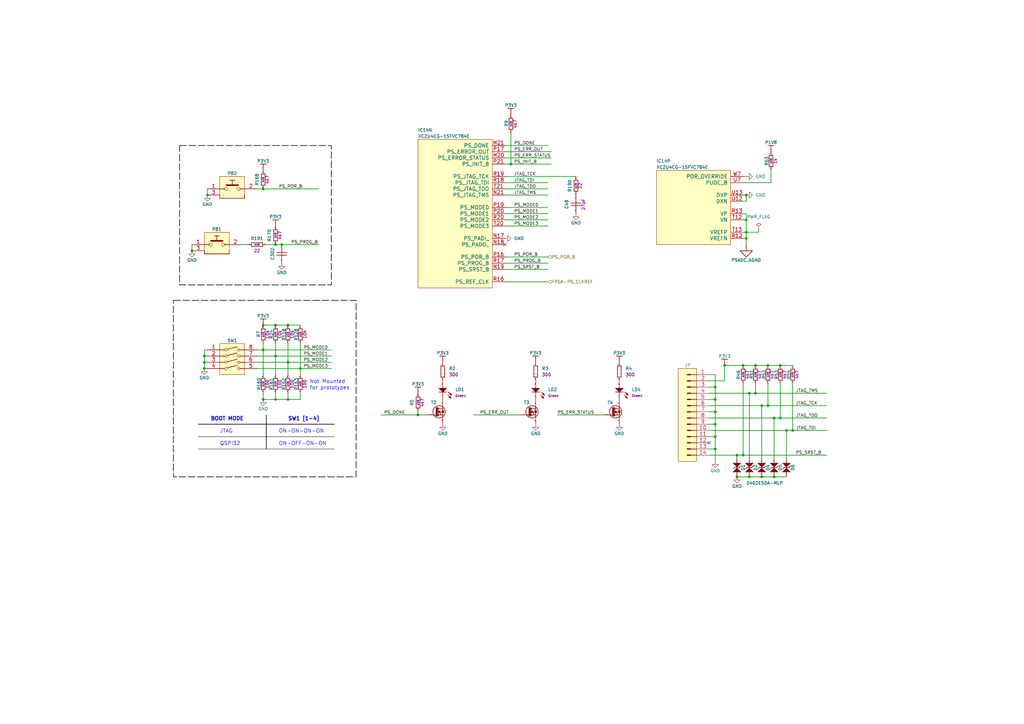
<source format=kicad_sch>
(kicad_sch (version 20250114) (generator "eeschema") (generator_version "9.0")
  (paper "A3")
  (title_block (title "FPGA Configuration") (rev "-"))
  (lib_symbols
    (symbol "Capacitors SMD:CC0402_100NF_16V_10%_X7R" (pin_names (offset 1.27))
      (property "Reference" "C" (at 3.81 3.048 0))
      (property "Description" "100nF" (at 3.81 -3.048 0))
      (symbol "CC0402_100NF_16V_10%_X7R_0_1"
        (pin passive line (at 0 0 0) (length 2.54) (name "1") (number "1"))
        (pin passive line (at 7.62 0 180) (length 2.54) (name "2") (number "2"))
      )
    )
    (symbol "Capacitors SMD:CC0402_27PF_50V_5%_C0G" (pin_names (offset 1.27))
      (property "Reference" "C" (at 3.81 3.048 0))
      (property "Val" "27pF" (at 3.81 -3.048 0))
      (symbol "CC0402_27PF_50V_5%_C0G_0_1"
        (pin passive line (at 0 0 0) (length 2.54) (name "1") (number "1"))
        (pin passive line (at 7.62 0 180) (length 2.54) (name "2") (number "2"))
      )
    )
    (symbol "Diodes:0402ESDA-MLP" (pin_names (offset 1.27))
      (property "Reference" "D" (at 3.81 2.794 0))
      (symbol "0402ESDA-MLP_0_1"
        (pin passive line (at 0 0 0) (length 2.54) (name "1") (number "1"))
        (pin passive line (at 7.62 0 180) (length 2.54) (name "2") (number "2"))
      )
    )
    (symbol "LEDs & Displays:LED_KINGBRIGHT_KPH-1608CGCK" (pin_names (offset 1.27))
      (property "Reference" "LD" (at -1.27 2.54 0))
      (property "Description" "Green" (at 0 -2.54 0))
      (symbol "LED_KINGBRIGHT_KPH-1608CGCK_0_1"
        (pin passive line (at -3.81 0 0) (length 2.54) (name "A") (number "2"))
        (pin passive line (at 3.81 0 180) (length 2.54) (name "C") (number "1"))
      )
      (symbol "LED_KINGBRIGHT_KPH-1608CGCK_0_2"
        (pin passive line (at -3.81 0 0) (length 2.54) (name "A") (number "2"))
        (pin passive line (at 3.81 0 180) (length 2.54) (name "C") (number "1"))
      )
    )
    (symbol "Logic:XCZU4CG-1SFVC784E" (pin_names (offset 1.27))
      (property "Reference" "IC14" (at 0 3.81 0))
      (property "Value" "XCZU4CG-1SFVC784E" (at 0 1.27 0))
      (symbol "XCZU4CG-1SFVC784E_1_1"
        (text "BANK 43" (at 5.08 -15.24 900) (effects (font (size 1.778 1.778) (bold yes)) (justify left bottom)))
        (pin bidirectional line (at 43.18 -2.54 180) (length 5.08) (name "IO_L1P_AD11P_43") (number "AG10"))
        (pin bidirectional line (at 43.18 -5.08 180) (length 5.08) (name "IO_L1N_AD11N_43") (number "AH10"))
        (pin bidirectional line (at 43.18 -7.62 180) (length 5.08) (name "IO_L2P_AD10P_43") (number "AF11"))
        (pin bidirectional line (at 43.18 -10.16 180) (length 5.08) (name "IO_L2N_AD10N_43") (number "AG11"))
        (pin bidirectional line (at 43.18 -12.7 180) (length 5.08) (name "IO_L3P_AD9P_43") (number "AH12"))
        (pin bidirectional line (at 43.18 -15.24 180) (length 5.08) (name "IO_L3N_AD9N_43") (number "AH11"))
        (pin bidirectional line (at 43.18 -17.78 180) (length 5.08) (name "IO_L4P_AD8P_43") (number "AE10"))
        (pin bidirectional line (at 43.18 -20.32 180) (length 5.08) (name "IO_L4N_AD8N_43") (number "AF10"))
        (pin bidirectional line (at 43.18 -22.86 180) (length 5.08) (name "IO_L5P_HDGC_AD7P_43") (number "AE12"))
        (pin bidirectional line (at 43.18 -25.4 180) (length 5.08) (name "IO_L5N_HDGC_AD7N_43") (number "AF12"))
        (pin bidirectional line (at 43.18 -27.94 180) (length 5.08) (name "IO_L6P_HDGC_AD6P_43") (number "AC12"))
        (pin bidirectional line (at 43.18 -30.48 180) (length 5.08) (name "IO_L6N_HDGC_AD6N_43") (number "AD12"))
        (pin bidirectional line (at 43.18 -33.02 180) (length 5.08) (name "IO_L7P_HDGC_AD5P_43") (number "AD11"))
        (pin bidirectional line (at 43.18 -35.56 180) (length 5.08) (name "IO_L7N_HDGC_AD5N_43") (number "AD10"))
        (pin bidirectional line (at 43.18 -38.1 180) (length 5.08) (name "IO_L8P_HDGC_AD4P_43") (number "AB11"))
        (pin bidirectional line (at 43.18 -40.64 180) (length 5.08) (name "IO_L8N_HDGC_AD4N_43") (number "AC11"))
        (pin bidirectional line (at 43.18 -43.18 180) (length 5.08) (name "IO_L9P_AD3P_43") (number "AA11"))
        (pin bidirectional line (at 43.18 -45.72 180) (length 5.08) (name "IO_L9N_AD3N_43") (number "AA10"))
        (pin bidirectional line (at 43.18 -48.26 180) (length 5.08) (name "IO_L10P_AD2P_43") (number "W10"))
        (pin bidirectional line (at 43.18 -50.8 180) (length 5.08) (name "IO_L10N_AD2N_43") (number "Y10"))
        (pin bidirectional line (at 43.18 -53.34 180) (length 5.08) (name "IO_L11P_AD1P_43") (number "Y9"))
        (pin bidirectional line (at 43.18 -55.88 180) (length 5.08) (name "IO_L11N_AD1N_43") (number "AA8"))
        (pin bidirectional line (at 43.18 -58.42 180) (length 5.08) (name "IO_L12P_AD0P_43") (number "AB10"))
        (pin bidirectional line (at 43.18 -60.96 180) (length 5.08) (name "IO_L12N_AD0N_43") (number "AB9"))
      )
      (symbol "XCZU4CG-1SFVC784E_2_1"
        (text "BANK 44" (at 5.08 -15.24 900) (effects (font (size 1.778 1.778) (bold yes)) (justify left bottom)))
        (pin bidirectional line (at 43.18 -2.54 180) (length 5.08) (name "IO_L1P_AD15P_44") (number "AE15"))
        (pin bidirectional line (at 43.18 -5.08 180) (length 5.08) (name "IO_L1N_AD15N_44") (number "AE14"))
        (pin bidirectional line (at 43.18 -7.62 180) (length 5.08) (name "IO_L2P_AD14P_44") (number "AG14"))
        (pin bidirectional line (at 43.18 -10.16 180) (length 5.08) (name "IO_L2N_AD14N_44") (number "AH14"))
        (pin bidirectional line (at 43.18 -12.7 180) (length 5.08) (name "IO_L3P_AD13P_44") (number "AG13"))
        (pin bidirectional line (at 43.18 -15.24 180) (length 5.08) (name "IO_L3N_AD13N_44") (number "AH13"))
        (pin bidirectional line (at 43.18 -17.78 180) (length 5.08) (name "IO_L4P_AD12P_44") (number "AE13"))
        (pin bidirectional line (at 43.18 -20.32 180) (length 5.08) (name "IO_L4N_AD12N_44") (number "AF13"))
        (pin bidirectional line (at 43.18 -22.86 180) (length 5.08) (name "IO_L5P_HDGC_44") (number "AD15"))
        (pin bidirectional line (at 43.18 -25.4 180) (length 5.08) (name "IO_L5N_HDGC_44") (number "AD14"))
        (pin bidirectional line (at 43.18 -27.94 180) (length 5.08) (name "IO_L6P_HDGC_44") (number "AC14"))
        (pin bidirectional line (at 43.18 -30.48 180) (length 5.08) (name "IO_L6N_HDGC_44") (number "AC13"))
        (pin bidirectional line (at 43.18 -33.02 180) (length 5.08) (name "IO_L7P_HDGC_44") (number "AA13"))
        (pin bidirectional line (at 43.18 -35.56 180) (length 5.08) (name "IO_L7N_HDGC_44") (number "AB13"))
        (pin bidirectional line (at 43.18 -38.1 180) (length 5.08) (name "IO_L8P_HDGC_44") (number "AB15"))
        (pin bidirectional line (at 43.18 -40.64 180) (length 5.08) (name "IO_L8N_HDGC_44") (number "AB14"))
        (pin bidirectional line (at 43.18 -43.18 180) (length 5.08) (name "IO_L9P_AD11P_44") (number "W14"))
        (pin bidirectional line (at 43.18 -45.72 180) (length 5.08) (name "IO_L9N_AD11N_44") (number "W13"))
        (pin bidirectional line (at 43.18 -48.26 180) (length 5.08) (name "IO_L10P_AD10P_44") (number "Y14"))
        (pin bidirectional line (at 43.18 -50.8 180) (length 5.08) (name "IO_L10N_AD10N_44") (number "Y13"))
        (pin bidirectional line (at 43.18 -53.34 180) (length 5.08) (name "IO_L11P_AD9P_44") (number "W12"))
        (pin bidirectional line (at 43.18 -55.88 180) (length 5.08) (name "IO_L11N_AD9N_44") (number "W11"))
        (pin bidirectional line (at 43.18 -58.42 180) (length 5.08) (name "IO_L12P_AD8P_44") (number "Y12"))
        (pin bidirectional line (at 43.18 -60.96 180) (length 5.08) (name "IO_L12N_AD8N_44") (number "AA12"))
      )
      (symbol "XCZU4CG-1SFVC784E_3_1"
        (text "BANK 45" (at 5.08 -15.24 900) (effects (font (size 1.778 1.778) (bold yes)) (justify left bottom)))
        (pin bidirectional line (at 43.18 -2.54 180) (length 5.08) (name "IO_L1P_AD15P_45") (number "J11"))
        (pin bidirectional line (at 43.18 -5.08 180) (length 5.08) (name "IO_L1N_AD15N_45") (number "J10"))
        (pin bidirectional line (at 43.18 -7.62 180) (length 5.08) (name "IO_L2P_AD14P_45") (number "K13"))
        (pin bidirectional line (at 43.18 -10.16 180) (length 5.08) (name "IO_L2N_AD14N_45") (number "K12"))
        (pin bidirectional line (at 43.18 -12.7 180) (length 5.08) (name "IO_L3P_AD13P_45") (number "H11"))
        (pin bidirectional line (at 43.18 -15.24 180) (length 5.08) (name "IO_L3N_AD13N_45") (number "G10"))
        (pin bidirectional line (at 43.18 -17.78 180) (length 5.08) (name "IO_L4P_AD12P_45") (number "J12"))
        (pin bidirectional line (at 43.18 -20.32 180) (length 5.08) (name "IO_L4N_AD12N_45") (number "H12"))
        (pin bidirectional line (at 43.18 -22.86 180) (length 5.08) (name "IO_L5P_HDGC_45") (number "G11"))
        (pin bidirectional line (at 43.18 -25.4 180) (length 5.08) (name "IO_L5N_HDGC_45") (number "F10"))
        (pin bidirectional line (at 43.18 -27.94 180) (length 5.08) (name "IO_L6P_HDGC_45") (number "F12"))
        (pin bidirectional line (at 43.18 -30.48 180) (length 5.08) (name "IO_L6N_HDGC_45") (number "F11"))
        (pin bidirectional line (at 43.18 -33.02 180) (length 5.08) (name "IO_L7P_HDGC_45") (number "E10"))
        (pin bidirectional line (at 43.18 -35.56 180) (length 5.08) (name "IO_L7N_HDGC_45") (number "D10"))
        (pin bidirectional line (at 43.18 -38.1 180) (length 5.08) (name "IO_L8P_HDGC_45") (number "E12"))
        (pin bidirectional line (at 43.18 -40.64 180) (length 5.08) (name "IO_L8N_HDGC_45") (number "D11"))
        (pin bidirectional line (at 43.18 -43.18 180) (length 5.08) (name "IO_L9P_AD11P_45") (number "C11"))
        (pin bidirectional line (at 43.18 -45.72 180) (length 5.08) (name "IO_L9N_AD11N_45") (number "B10"))
        (pin bidirectional line (at 43.18 -48.26 180) (length 5.08) (name "IO_L10P_AD10P_45") (number "B11"))
        (pin bidirectional line (at 43.18 -50.8 180) (length 5.08) (name "IO_L10N_AD10N_45") (number "A10"))
        (pin bidirectional line (at 43.18 -53.34 180) (length 5.08) (name "IO_L11P_AD9P_45") (number "A12"))
        (pin bidirectional line (at 43.18 -55.88 180) (length 5.08) (name "IO_L11N_AD9N_45") (number "A11"))
        (pin bidirectional line (at 43.18 -58.42 180) (length 5.08) (name "IO_L12P_AD8P_45") (number "D12"))
        (pin bidirectional line (at 43.18 -60.96 180) (length 5.08) (name "IO_L12N_AD8N_45") (number "C12"))
      )
      (symbol "XCZU4CG-1SFVC784E_4_1"
        (text "BANK 46" (at 5.08 -15.24 900) (effects (font (size 1.778 1.778) (bold yes)) (justify left bottom)))
        (pin bidirectional line (at 43.18 -2.54 180) (length 5.08) (name "IO_L1P_AD11P_46") (number "B15"))
        (pin bidirectional line (at 43.18 -5.08 180) (length 5.08) (name "IO_L1N_AD11N_46") (number "A15"))
        (pin bidirectional line (at 43.18 -7.62 180) (length 5.08) (name "IO_L2P_AD10P_46") (number "B14"))
        (pin bidirectional line (at 43.18 -10.16 180) (length 5.08) (name "IO_L2N_AD10N_46") (number "A14"))
        (pin bidirectional line (at 43.18 -12.7 180) (length 5.08) (name "IO_L3P_AD9P_46") (number "B13"))
        (pin bidirectional line (at 43.18 -15.24 180) (length 5.08) (name "IO_L3N_AD9N_46") (number "A13"))
        (pin bidirectional line (at 43.18 -17.78 180) (length 5.08) (name "IO_L4P_AD8P_46") (number "C14"))
        (pin bidirectional line (at 43.18 -20.32 180) (length 5.08) (name "IO_L4N_AD8N_46") (number "C13"))
        (pin bidirectional line (at 43.18 -22.86 180) (length 5.08) (name "IO_L5P_HDGC_AD7P_46") (number "D15"))
        (pin bidirectional line (at 43.18 -25.4 180) (length 5.08) (name "IO_L5N_HDGC_AD7N_46") (number "D14"))
        (pin bidirectional line (at 43.18 -27.94 180) (length 5.08) (name "IO_L6P_HDGC_AD6P_46") (number "E14"))
        (pin bidirectional line (at 43.18 -30.48 180) (length 5.08) (name "IO_L6N_HDGC_AD6N_46") (number "E13"))
        (pin bidirectional line (at 43.18 -33.02 180) (length 5.08) (name "IO_L7P_HDGC_AD5P_46") (number "G13"))
        (pin bidirectional line (at 43.18 -35.56 180) (length 5.08) (name "IO_L7N_HDGC_AD5N_46") (number "F13"))
        (pin bidirectional line (at 43.18 -38.1 180) (length 5.08) (name "IO_L8P_HDGC_AD4P_46") (number "F15"))
        (pin bidirectional line (at 43.18 -40.64 180) (length 5.08) (name "IO_L8N_HDGC_AD4N_46") (number "E15"))
        (pin bidirectional line (at 43.18 -43.18 180) (length 5.08) (name "IO_L9P_AD3P_46") (number "G15"))
        (pin bidirectional line (at 43.18 -45.72 180) (length 5.08) (name "IO_L9N_AD3N_46") (number "G14"))
        (pin bidirectional line (at 43.18 -48.26 180) (length 5.08) (name "IO_L10P_AD2P_46") (number "H14"))
        (pin bidirectional line (at 43.18 -50.8 180) (length 5.08) (name "IO_L10N_AD2N_46") (number "H13"))
        (pin bidirectional line (at 43.18 -53.34 180) (length 5.08) (name "IO_L11P_AD1P_46") (number "K14"))
        (pin bidirectional line (at 43.18 -55.88 180) (length 5.08) (name "IO_L11N_AD1N_46") (number "J14"))
        (pin bidirectional line (at 43.18 -58.42 180) (length 5.08) (name "IO_L12P_AD0P_46") (number "L14"))
        (pin bidirectional line (at 43.18 -60.96 180) (length 5.08) (name "IO_L12N_AD0N_46") (number "L13"))
      )
      (symbol "XCZU4CG-1SFVC784E_5_1"
        (text "BANK 64" (at 5.08 -15.24 900) (effects (font (size 1.778 1.778) (bold yes)) (justify left bottom)))
        (pin bidirectional line (at 58.42 -2.54 180) (length 5.08) (name "IO_L1P_T0L_N0_DBC_64") (number "AC9"))
        (pin bidirectional line (at 58.42 -5.08 180) (length 5.08) (name "IO_L1N_T0L_N1_DBC_64") (number "AD9"))
        (pin bidirectional line (at 58.42 -7.62 180) (length 5.08) (name "IO_L2P_T0L_N2_64") (number "AE9"))
        (pin bidirectional line (at 58.42 -10.16 180) (length 5.08) (name "IO_L2N_T0L_N3_64") (number "AE8"))
        (pin bidirectional line (at 58.42 -12.7 180) (length 5.08) (name "IO_L3P_T0L_N4_AD15P_64") (number "AB8"))
        (pin bidirectional line (at 58.42 -15.24 180) (length 5.08) (name "IO_L3N_T0L_N5_AD15N_64") (number "AC8"))
        (pin bidirectional line (at 58.42 -17.78 180) (length 5.08) (name "IO_L4P_T0U_N6_DBC_AD7P_64") (number "AD7"))
        (pin bidirectional line (at 58.42 -20.32 180) (length 5.08) (name "IO_L4N_T0U_N7_DBC_AD7N_64") (number "AE7"))
        (pin bidirectional line (at 58.42 -22.86 180) (length 5.08) (name "IO_L5P_T0U_N8_AD14P_64") (number "AB7"))
        (pin bidirectional line (at 58.42 -25.4 180) (length 5.08) (name "IO_L5N_T0U_N9_AD14N_64") (number "AC7"))
        (pin bidirectional line (at 58.42 -27.94 180) (length 5.08) (name "IO_L6P_T0U_N10_AD6P_64") (number "AB6"))
        (pin bidirectional line (at 58.42 -30.48 180) (length 5.08) (name "IO_L6N_T0U_N11_AD6N_64") (number "AC6"))
        (pin bidirectional line (at 58.42 -33.02 180) (length 5.08) (name "IO_L7P_T1L_N0_QBC_AD13P_64") (number "AG9"))
        (pin bidirectional line (at 58.42 -35.56 180) (length 5.08) (name "IO_L7N_T1L_N1_QBC_AD13N_64") (number "AH9"))
        (pin bidirectional line (at 58.42 -38.1 180) (length 5.08) (name "IO_L8P_T1L_N2_AD5P_64") (number "AF8"))
        (pin bidirectional line (at 58.42 -40.64 180) (length 5.08) (name "IO_L8N_T1L_N3_AD5N_64") (number "AG8"))
        (pin bidirectional line (at 58.42 -43.18 180) (length 5.08) (name "IO_L9P_T1L_N4_AD12P_64") (number "AH8"))
        (pin bidirectional line (at 58.42 -45.72 180) (length 5.08) (name "IO_L9N_T1L_N5_AD12N_64") (number "AH7"))
        (pin bidirectional line (at 58.42 -48.26 180) (length 5.08) (name "IO_L10P_T1U_N6_QBC_AD4P_64") (number "AG6"))
        (pin bidirectional line (at 58.42 -50.8 180) (length 5.08) (name "IO_L10N_T1U_N7_QBC_AD4N_64") (number "AG5"))
        (pin bidirectional line (at 58.42 -53.34 180) (length 5.08) (name "IO_L11P_T1U_N8_GC_64") (number "AF7"))
        (pin bidirectional line (at 58.42 -55.88 180) (length 5.08) (name "IO_L11N_T1U_N9_GC_64") (number "AF6"))
        (pin bidirectional line (at 58.42 -58.42 180) (length 5.08) (name "IO_L12P_T1U_N10_GC_64") (number "AE5"))
        (pin bidirectional line (at 58.42 -60.96 180) (length 5.08) (name "IO_L12N_T1U_N11_GC_64") (number "AF5"))
        (pin bidirectional line (at 58.42 -63.5 180) (length 5.08) (name "IO_L13P_T2L_N0_GC_QBC_64") (number "AD5"))
        (pin bidirectional line (at 58.42 -66.04 180) (length 5.08) (name "IO_L13N_T2L_N1_GC_QBC_64") (number "AD4"))
        (pin bidirectional line (at 58.42 -68.58 180) (length 5.08) (name "IO_L14P_T2L_N2_GC_64") (number "AC4"))
        (pin bidirectional line (at 58.42 -71.12 180) (length 5.08) (name "IO_L14N_T2L_N3_GC_64") (number "AC3"))
        (pin bidirectional line (at 58.42 -73.66 180) (length 5.08) (name "IO_L15P_T2L_N4_AD11P_64") (number "AB4"))
        (pin bidirectional line (at 58.42 -76.2 180) (length 5.08) (name "IO_L15N_T2L_N5_AD11N_64") (number "AB3"))
        (pin bidirectional line (at 58.42 -78.74 180) (length 5.08) (name "IO_L16P_T2U_N6_QBC_AD3P_64") (number "AD2"))
        (pin bidirectional line (at 58.42 -81.28 180) (length 5.08) (name "IO_L16N_T2U_N7_QBC_AD3N_64") (number "AD1"))
        (pin bidirectional line (at 58.42 -83.82 180) (length 5.08) (name "IO_L17P_T2U_N8_AD10P_64") (number "AB2"))
        (pin bidirectional line (at 58.42 -86.36 180) (length 5.08) (name "IO_L17N_T2U_N9_AD10N_64") (number "AC2"))
        (pin bidirectional line (at 58.42 -88.9 180) (length 5.08) (name "IO_L18P_T2U_N10_AD2P_64") (number "AB1"))
        (pin bidirectional line (at 58.42 -91.44 180) (length 5.08) (name "IO_L18N_T2U_N11_AD2N_64") (number "AC1"))
        (pin bidirectional line (at 58.42 -93.98 180) (length 5.08) (name "IO_L19P_T3L_N0_DBC_AD9P_64") (number "AG4"))
        (pin bidirectional line (at 58.42 -96.52 180) (length 5.08) (name "IO_L19N_T3L_N1_DBC_AD9N_64") (number "AH4"))
        (pin bidirectional line (at 58.42 -99.06 180) (length 5.08) (name "IO_L20P_T3L_N2_AD1P_64") (number "AG3"))
        (pin bidirectional line (at 58.42 -101.6 180) (length 5.08) (name "IO_L20N_T3L_N3_AD1N_64") (number "AH3"))
        (pin bidirectional line (at 58.42 -104.14 180) (length 5.08) (name "IO_L21P_T3L_N4_AD8P_64") (number "AE3"))
        (pin bidirectional line (at 58.42 -106.68 180) (length 5.08) (name "IO_L21N_T3L_N5_AD8N_64") (number "AF3"))
        (pin bidirectional line (at 58.42 -109.22 180) (length 5.08) (name "IO_L22P_T3U_N6_DBC_AD0P_64") (number "AE2"))
        (pin bidirectional line (at 58.42 -111.76 180) (length 5.08) (name "IO_L22N_T3U_N7_DBC_AD0N_64") (number "AF2"))
        (pin bidirectional line (at 58.42 -114.3 180) (length 5.08) (name "IO_L23P_T3U_N8_64") (number "AH2"))
        (pin bidirectional line (at 58.42 -116.84 180) (length 5.08) (name "IO_L23N_T3U_N9_64") (number "AH1"))
        (pin bidirectional line (at 58.42 -119.38 180) (length 5.08) (name "IO_L24P_T3U_N10_64") (number "AF1"))
        (pin bidirectional line (at 58.42 -121.92 180) (length 5.08) (name "IO_L24N_T3U_N11_64") (number "AG1"))
        (pin bidirectional line (at 58.42 -127 180) (length 5.08) (name "IO_T0U_N12_VRP_64") (number "AD6"))
        (pin bidirectional line (at 58.42 -129.54 180) (length 5.08) (name "IO_T1U_N12_64") (number "AH6"))
        (pin bidirectional line (at 58.42 -132.08 180) (length 5.08) (name "IO_T2U_N12_64") (number "AB5"))
        (pin bidirectional line (at 58.42 -134.62 180) (length 5.08) (name "IO_T3U_N12_64") (number "AE4"))
      )
      (symbol "XCZU4CG-1SFVC784E_6_1"
        (text "BANK 65" (at 5.08 -15.24 900) (effects (font (size 1.778 1.778) (bold yes)) (justify left bottom)))
        (pin bidirectional line (at 58.42 -2.54 180) (length 5.08) (name "IO_L1P_T0L_N0_DBC_65") (number "W8"))
        (pin bidirectional line (at 58.42 -5.08 180) (length 5.08) (name "IO_L1N_T0L_N1_DBC_65") (number "Y8"))
        (pin bidirectional line (at 58.42 -7.62 180) (length 5.08) (name "IO_L2P_T0L_N2_65") (number "U9"))
        (pin bidirectional line (at 58.42 -10.16 180) (length 5.08) (name "IO_L2N_T0L_N3_65") (number "V9"))
        (pin bidirectional line (at 58.42 -12.7 180) (length 5.08) (name "IO_L3P_T0L_N4_AD15P_65") (number "U8"))
        (pin bidirectional line (at 58.42 -15.24 180) (length 5.08) (name "IO_L3N_T0L_N5_AD15N_65") (number "V8"))
        (pin bidirectional line (at 58.42 -17.78 180) (length 5.08) (name "IO_L4P_T0U_N6_DBC_AD7P_SMBALERT_65") (number "R8"))
        (pin bidirectional line (at 58.42 -20.32 180) (length 5.08) (name "IO_L4N_T0U_N7_DBC_AD7N_65") (number "T8"))
        (pin bidirectional line (at 58.42 -22.86 180) (length 5.08) (name "IO_L5P_T0U_N8_AD14P_65") (number "R7"))
        (pin bidirectional line (at 58.42 -25.4 180) (length 5.08) (name "IO_L5N_T0U_N9_AD14N_65") (number "T7"))
        (pin bidirectional line (at 58.42 -27.94 180) (length 5.08) (name "IO_L6P_T0U_N10_AD6P_65") (number "R6"))
        (pin bidirectional line (at 58.42 -30.48 180) (length 5.08) (name "IO_L6N_T0U_N11_AD6N_65") (number "T6"))
        (pin bidirectional line (at 58.42 -33.02 180) (length 5.08) (name "IO_L7P_T1L_N0_QBC_AD13P_65") (number "L1"))
        (pin bidirectional line (at 58.42 -35.56 180) (length 5.08) (name "IO_L7N_T1L_N1_QBC_AD13N_65") (number "K1"))
        (pin bidirectional line (at 58.42 -38.1 180) (length 5.08) (name "IO_L8P_T1L_N2_AD5P_65") (number "J1"))
        (pin bidirectional line (at 58.42 -40.64 180) (length 5.08) (name "IO_L8N_T1L_N3_AD5N_65") (number "H1"))
        (pin bidirectional line (at 58.42 -43.18 180) (length 5.08) (name "IO_L9P_T1L_N4_AD12P_65") (number "K2"))
        (pin bidirectional line (at 58.42 -45.72 180) (length 5.08) (name "IO_L9N_T1L_N5_AD12N_65") (number "J2"))
        (pin bidirectional line (at 58.42 -48.26 180) (length 5.08) (name "IO_L10P_T1U_N6_QBC_AD4P_65") (number "H4"))
        (pin bidirectional line (at 58.42 -50.8 180) (length 5.08) (name "IO_L10N_T1U_N7_QBC_AD4N_65") (number "H3"))
        (pin bidirectional line (at 58.42 -53.34 180) (length 5.08) (name "IO_L11P_T1U_N8_GC_65") (number "K4"))
        (pin bidirectional line (at 58.42 -55.88 180) (length 5.08) (name "IO_L11N_T1U_N9_GC_65") (number "K3"))
        (pin bidirectional line (at 58.42 -58.42 180) (length 5.08) (name "IO_L12P_T1U_N10_GC_65") (number "L3"))
        (pin bidirectional line (at 58.42 -60.96 180) (length 5.08) (name "IO_L12N_T1U_N11_GC_65") (number "L2"))
        (pin bidirectional line (at 58.42 -63.5 180) (length 5.08) (name "IO_L13P_T2L_N0_GC_QBC_65") (number "L7"))
        (pin bidirectional line (at 58.42 -66.04 180) (length 5.08) (name "IO_L13N_T2L_N1_GC_QBC_65") (number "L6"))
        (pin bidirectional line (at 58.42 -68.58 180) (length 5.08) (name "IO_L14P_T2L_N2_GC_65") (number "M6"))
        (pin bidirectional line (at 58.42 -71.12 180) (length 5.08) (name "IO_L14N_T2L_N3_GC_65") (number "L5"))
        (pin bidirectional line (at 58.42 -73.66 180) (length 5.08) (name "IO_L15P_T2L_N4_AD11P_65") (number "N7"))
        (pin bidirectional line (at 58.42 -76.2 180) (length 5.08) (name "IO_L15N_T2L_N5_AD11N_65") (number "N6"))
        (pin bidirectional line (at 58.42 -78.74 180) (length 5.08) (name "IO_L16P_T2U_N6_QBC_AD3P_65") (number "P7"))
        (pin bidirectional line (at 58.42 -81.28 180) (length 5.08) (name "IO_L16N_T2U_N7_QBC_AD3N_65") (number "P6"))
        (pin bidirectional line (at 58.42 -83.82 180) (length 5.08) (name "IO_L17P_T2U_N8_AD10P_65") (number "N9"))
        (pin bidirectional line (at 58.42 -86.36 180) (length 5.08) (name "IO_L17N_T2U_N9_AD10N_65") (number "N8"))
        (pin bidirectional line (at 58.42 -88.9 180) (length 5.08) (name "IO_L18P_T2U_N10_AD2P_65") (number "M8"))
        (pin bidirectional line (at 58.42 -91.44 180) (length 5.08) (name "IO_L18N_T2U_N11_AD2N_65") (number "L8"))
        (pin bidirectional line (at 58.42 -93.98 180) (length 5.08) (name "IO_L19P_T3L_N0_DBC_AD9P_65") (number "J5"))
        (pin bidirectional line (at 58.42 -96.52 180) (length 5.08) (name "IO_L19N_T3L_N1_DBC_AD9N_65") (number "J4"))
        (pin bidirectional line (at 58.42 -99.06 180) (length 5.08) (name "IO_L20P_T3L_N2_AD1P_65") (number "J6"))
        (pin bidirectional line (at 58.42 -101.6 180) (length 5.08) (name "IO_L20N_T3L_N3_AD1N_65") (number "H6"))
        (pin bidirectional line (at 58.42 -104.14 180) (length 5.08) (name "IO_L21P_T3L_N4_AD8P_65") (number "J7"))
        (pin bidirectional line (at 58.42 -106.68 180) (length 5.08) (name "IO_L21N_T3L_N5_AD8N_65") (number "H7"))
        (pin bidirectional line (at 58.42 -109.22 180) (length 5.08) (name "IO_L22P_T3U_N6_DBC_AD0P_65") (number "K8"))
        (pin bidirectional line (at 58.42 -111.76 180) (length 5.08) (name "IO_L22N_T3U_N7_DBC_AD0N_65") (number "K7"))
        (pin bidirectional line (at 58.42 -114.3 180) (length 5.08) (name "IO_L23P_T3U_N8_I2C_SCLK_65") (number "K9"))
        (pin bidirectional line (at 58.42 -116.84 180) (length 5.08) (name "IO_L23N_T3U_N9_65") (number "J9"))
        (pin bidirectional line (at 58.42 -119.38 180) (length 5.08) (name "IO_L24P_T3U_N10_PERSTN1_I2C_SDA_65") (number "H9"))
        (pin bidirectional line (at 58.42 -121.92 180) (length 5.08) (name "IO_L24N_T3U_N11_PERSTN0_65") (number "H8"))
        (pin bidirectional line (at 58.42 -127 180) (length 5.08) (name "IO_T0U_N12_VRP_65") (number "W9"))
        (pin bidirectional line (at 58.42 -129.54 180) (length 5.08) (name "IO_T1U_N12_65") (number "H2"))
        (pin bidirectional line (at 58.42 -132.08 180) (length 5.08) (name "IO_T2U_N12_65") (number "P9"))
        (pin bidirectional line (at 58.42 -134.62 180) (length 5.08) (name "IO_T3U_N12_65") (number "K5"))
      )
      (symbol "XCZU4CG-1SFVC784E_7_1"
        (text "BANK 66" (at 5.08 -15.24 900) (effects (font (size 1.778 1.778) (bold yes)) (justify left bottom)))
        (pin bidirectional line (at 58.42 -2.54 180) (length 5.08) (name "IO_L1P_T0L_N0_DBC_66") (number "G1"))
        (pin bidirectional line (at 58.42 -5.08 180) (length 5.08) (name "IO_L1N_T0L_N1_DBC_66") (number "F1"))
        (pin bidirectional line (at 58.42 -7.62 180) (length 5.08) (name "IO_L2P_T0L_N2_66") (number "E1"))
        (pin bidirectional line (at 58.42 -10.16 180) (length 5.08) (name "IO_L2N_T0L_N3_66") (number "D1"))
        (pin bidirectional line (at 58.42 -12.7 180) (length 5.08) (name "IO_L3P_T0L_N4_AD15P_66") (number "F2"))
        (pin bidirectional line (at 58.42 -15.24 180) (length 5.08) (name "IO_L3N_T0L_N5_AD15N_66") (number "E2"))
        (pin bidirectional line (at 58.42 -17.78 180) (length 5.08) (name "IO_L4P_T0U_N6_DBC_AD7P_66") (number "G3"))
        (pin bidirectional line (at 58.42 -20.32 180) (length 5.08) (name "IO_L4N_T0U_N7_DBC_AD7N_66") (number "F3"))
        (pin bidirectional line (at 58.42 -22.86 180) (length 5.08) (name "IO_L5P_T0U_N8_AD14P_66") (number "E4"))
        (pin bidirectional line (at 58.42 -25.4 180) (length 5.08) (name "IO_L5N_T0U_N9_AD14N_66") (number "E3"))
        (pin bidirectional line (at 58.42 -27.94 180) (length 5.08) (name "IO_L6P_T0U_N10_AD6P_66") (number "G5"))
        (pin bidirectional line (at 58.42 -30.48 180) (length 5.08) (name "IO_L6N_T0U_N11_AD6N_66") (number "F5"))
        (pin bidirectional line (at 58.42 -33.02 180) (length 5.08) (name "IO_L7P_T1L_N0_QBC_AD13P_66") (number "C1"))
        (pin bidirectional line (at 58.42 -35.56 180) (length 5.08) (name "IO_L7N_T1L_N1_QBC_AD13N_66") (number "B1"))
        (pin bidirectional line (at 58.42 -38.1 180) (length 5.08) (name "IO_L8P_T1L_N2_AD5P_66") (number "A2"))
        (pin bidirectional line (at 58.42 -40.64 180) (length 5.08) (name "IO_L8N_T1L_N3_AD5N_66") (number "A1"))
        (pin bidirectional line (at 58.42 -43.18 180) (length 5.08) (name "IO_L9P_T1L_N4_AD12P_66") (number "B3"))
        (pin bidirectional line (at 58.42 -45.72 180) (length 5.08) (name "IO_L9N_T1L_N5_AD12N_66") (number "A3"))
        (pin bidirectional line (at 58.42 -48.26 180) (length 5.08) (name "IO_L10P_T1U_N6_QBC_AD4P_66") (number "B4"))
        (pin bidirectional line (at 58.42 -50.8 180) (length 5.08) (name "IO_L10N_T1U_N7_QBC_AD4N_66") (number "A4"))
        (pin bidirectional line (at 58.42 -53.34 180) (length 5.08) (name "IO_L11P_T1U_N8_GC_66") (number "D4"))
        (pin bidirectional line (at 58.42 -55.88 180) (length 5.08) (name "IO_L11N_T1U_N9_GC_66") (number "C4"))
        (pin bidirectional line (at 58.42 -58.42 180) (length 5.08) (name "IO_L12P_T1U_N10_GC_66") (number "C3"))
        (pin bidirectional line (at 58.42 -60.96 180) (length 5.08) (name "IO_L12N_T1U_N11_GC_66") (number "C2"))
        (pin bidirectional line (at 58.42 -63.5 180) (length 5.08) (name "IO_L13P_T2L_N0_GC_QBC_66") (number "D7"))
        (pin bidirectional line (at 58.42 -66.04 180) (length 5.08) (name "IO_L13N_T2L_N1_GC_QBC_66") (number "D6"))
        (pin bidirectional line (at 58.42 -68.58 180) (length 5.08) (name "IO_L14P_T2L_N2_GC_66") (number "E5"))
        (pin bidirectional line (at 58.42 -71.12 180) (length 5.08) (name "IO_L14N_T2L_N3_GC_66") (number "D5"))
        (pin bidirectional line (at 58.42 -73.66 180) (length 5.08) (name "IO_L15P_T2L_N4_AD11P_66") (number "G6"))
        (pin bidirectional line (at 58.42 -76.2 180) (length 5.08) (name "IO_L15N_T2L_N5_AD11N_66") (number "F6"))
        (pin bidirectional line (at 58.42 -78.74 180) (length 5.08) (name "IO_L16P_T2U_N6_QBC_AD3P_66") (number "G8"))
        (pin bidirectional line (at 58.42 -81.28 180) (length 5.08) (name "IO_L16N_T2U_N7_QBC_AD3N_66") (number "F7"))
        (pin bidirectional line (at 58.42 -83.82 180) (length 5.08) (name "IO_L17P_T2U_N8_AD10P_66") (number "F8"))
        (pin bidirectional line (at 58.42 -86.36 180) (length 5.08) (name "IO_L17N_T2U_N9_AD10N_66") (number "E8"))
        (pin bidirectional line (at 58.42 -88.9 180) (length 5.08) (name "IO_L18P_T2U_N10_AD2P_66") (number "E9"))
        (pin bidirectional line (at 58.42 -91.44 180) (length 5.08) (name "IO_L18N_T2U_N11_AD2N_66") (number "D9"))
        (pin bidirectional line (at 58.42 -93.98 180) (length 5.08) (name "IO_L19P_T3L_N0_DBC_AD9P_66") (number "B5"))
        (pin bidirectional line (at 58.42 -96.52 180) (length 5.08) (name "IO_L19N_T3L_N1_DBC_AD9N_66") (number "A5"))
        (pin bidirectional line (at 58.42 -99.06 180) (length 5.08) (name "IO_L20P_T3L_N2_AD1P_66") (number "C6"))
        (pin bidirectional line (at 58.42 -101.6 180) (length 5.08) (name "IO_L20N_T3L_N3_AD1N_66") (number "B6"))
        (pin bidirectional line (at 58.42 -104.14 180) (length 5.08) (name "IO_L21P_T3L_N4_AD8P_66") (number "A7"))
        (pin bidirectional line (at 58.42 -106.68 180) (length 5.08) (name "IO_L21N_T3L_N5_AD8N_66") (number "A6"))
        (pin bidirectional line (at 58.42 -109.22 180) (length 5.08) (name "IO_L22P_T3U_N6_DBC_AD0P_66") (number "C8"))
        (pin bidirectional line (at 58.42 -111.76 180) (length 5.08) (name "IO_L22N_T3U_N7_DBC_AD0N_66") (number "B8"))
        (pin bidirectional line (at 58.42 -114.3 180) (length 5.08) (name "IO_L23P_T3U_N8_66") (number "A9"))
        (pin bidirectional line (at 58.42 -116.84 180) (length 5.08) (name "IO_L23N_T3U_N9_66") (number "A8"))
        (pin bidirectional line (at 58.42 -119.38 180) (length 5.08) (name "IO_L24P_T3U_N10_66") (number "C9"))
        (pin bidirectional line (at 58.42 -121.92 180) (length 5.08) (name "IO_L24N_T3U_N11_66") (number "B9"))
        (pin bidirectional line (at 58.42 -127 180) (length 5.08) (name "IO_T0U_N12_VRP_66") (number "G4"))
        (pin bidirectional line (at 58.42 -129.54 180) (length 5.08) (name "IO_T1U_N12_66") (number "D2"))
        (pin bidirectional line (at 58.42 -132.08 180) (length 5.08) (name "IO_T2U_N12_66") (number "E7"))
        (pin bidirectional line (at 58.42 -134.62 180) (length 5.08) (name "IO_T3U_N12_66") (number "C7"))
      )
      (symbol "XCZU4CG-1SFVC784E_8_1"
        (text "BANK 224" (at 5.08 -17.78 900) (effects (font (size 1.778 1.778) (bold yes)) (justify left bottom)))
        (pin output line (at 40.64 -2.54 180) (length 5.08) (name "MGTHTXP0_224") (number "W4"))
        (pin output line (at 40.64 -5.08 180) (length 5.08) (name "MGTHTXN0_224") (number "W3"))
        (pin input line (at 40.64 -7.62 180) (length 5.08) (name "MGTHRXP0_224") (number "Y2"))
        (pin input line (at 40.64 -10.16 180) (length 5.08) (name "MGTHRXN0_224") (number "Y1"))
        (pin bidirectional line (at 40.64 -15.24 180) (length 5.08) (name "MGTREFCLK0P_224") (number "Y6"))
        (pin bidirectional line (at 40.64 -17.78 180) (length 5.08) (name "MGTREFCLK0N_224") (number "Y5"))
        (pin output line (at 40.64 -22.86 180) (length 5.08) (name "MGTHTXP1_224") (number "U4"))
        (pin output line (at 40.64 -25.4 180) (length 5.08) (name "MGTHTXN1_224") (number "U3"))
        (pin input line (at 40.64 -27.94 180) (length 5.08) (name "MGTHRXP1_224") (number "V2"))
        (pin input line (at 40.64 -30.48 180) (length 5.08) (name "MGTHRXN1_224") (number "V1"))
        (pin bidirectional line (at 40.64 -35.56 180) (length 5.08) (name "MGTREFCLK1P_224") (number "V6"))
        (pin bidirectional line (at 40.64 -38.1 180) (length 5.08) (name "MGTREFCLK1N_224") (number "V5"))
        (pin output line (at 40.64 -43.18 180) (length 5.08) (name "MGTHTXP2_224") (number "R4"))
        (pin output line (at 40.64 -45.72 180) (length 5.08) (name "MGTHTXN2_224") (number "R3"))
        (pin input line (at 40.64 -48.26 180) (length 5.08) (name "MGTHRXP2_224") (number "T2"))
        (pin input line (at 40.64 -50.8 180) (length 5.08) (name "MGTHRXN2_224") (number "T1"))
        (pin output line (at 40.64 -55.88 180) (length 5.08) (name "MGTHTXP3_224") (number "N4"))
        (pin output line (at 40.64 -58.42 180) (length 5.08) (name "MGTHTXN3_224") (number "N3"))
        (pin input line (at 40.64 -60.96 180) (length 5.08) (name "MGTHRXP3_224") (number "P2"))
        (pin input line (at 40.64 -63.5 180) (length 5.08) (name "MGTHRXN3_224") (number "P1"))
      )
      (symbol "XCZU4CG-1SFVC784E_9_1"
        (text "BANK 500" (at 5.08 -17.78 900) (effects (font (size 1.778 1.778) (bold yes)) (justify left bottom)))
        (pin bidirectional line (at 35.56 -2.54 180) (length 5.08) (name "PS_MIO0") (number "AG15"))
        (pin bidirectional line (at 35.56 -5.08 180) (length 5.08) (name "PS_MIO1") (number "AG16"))
        (pin bidirectional line (at 35.56 -7.62 180) (length 5.08) (name "PS_MIO2") (number "AF15"))
        (pin bidirectional line (at 35.56 -10.16 180) (length 5.08) (name "PS_MIO3") (number "AH15"))
        (pin bidirectional line (at 35.56 -12.7 180) (length 5.08) (name "PS_MIO4") (number "AH16"))
        (pin bidirectional line (at 35.56 -15.24 180) (length 5.08) (name "PS_MIO5") (number "AD16"))
        (pin bidirectional line (at 35.56 -17.78 180) (length 5.08) (name "PS_MIO6") (number "AF16"))
        (pin bidirectional line (at 35.56 -20.32 180) (length 5.08) (name "PS_MIO7") (number "AH17"))
        (pin bidirectional line (at 35.56 -22.86 180) (length 5.08) (name "PS_MIO8") (number "AF17"))
        (pin bidirectional line (at 35.56 -25.4 180) (length 5.08) (name "PS_MIO9") (number "AC16"))
        (pin bidirectional line (at 35.56 -27.94 180) (length 5.08) (name "PS_MIO10") (number "AD17"))
        (pin bidirectional line (at 35.56 -30.48 180) (length 5.08) (name "PS_MIO11") (number "AE17"))
        (pin bidirectional line (at 35.56 -33.02 180) (length 5.08) (name "PS_MIO12") (number "AC17"))
        (pin bidirectional line (at 35.56 -35.56 180) (length 5.08) (name "PS_MIO13") (number "AH18"))
        (pin bidirectional line (at 35.56 -38.1 180) (length 5.08) (name "PS_MIO14") (number "AG18"))
        (pin bidirectional line (at 35.56 -40.64 180) (length 5.08) (name "PS_MIO15") (number "AE18"))
        (pin bidirectional line (at 35.56 -43.18 180) (length 5.08) (name "PS_MIO16") (number "AF18"))
        (pin bidirectional line (at 35.56 -45.72 180) (length 5.08) (name "PS_MIO17") (number "AC18"))
        (pin bidirectional line (at 35.56 -48.26 180) (length 5.08) (name "PS_MIO18") (number "AC19"))
        (pin bidirectional line (at 35.56 -50.8 180) (length 5.08) (name "PS_MIO19") (number "AE19"))
        (pin bidirectional line (at 35.56 -53.34 180) (length 5.08) (name "PS_MIO20") (number "AD19"))
        (pin bidirectional line (at 35.56 -55.88 180) (length 5.08) (name "PS_MIO21") (number "AC21"))
        (pin bidirectional line (at 35.56 -58.42 180) (length 5.08) (name "PS_MIO22") (number "AB20"))
        (pin bidirectional line (at 35.56 -60.96 180) (length 5.08) (name "PS_MIO23") (number "AB18"))
        (pin bidirectional line (at 35.56 -63.5 180) (length 5.08) (name "PS_MIO24") (number "AB19"))
        (pin bidirectional line (at 35.56 -66.04 180) (length 5.08) (name "PS_MIO25") (number "AB21"))
      )
      (symbol "XCZU4CG-1SFVC784E_10_1"
        (text "BANK 501" (at 5.08 -17.78 900) (effects (font (size 1.778 1.778) (bold yes)) (justify left bottom)))
        (pin bidirectional line (at 35.56 -2.54 180) (length 5.08) (name "PS_MIO26") (number "L15"))
        (pin bidirectional line (at 35.56 -5.08 180) (length 5.08) (name "PS_MIO27") (number "J15"))
        (pin bidirectional line (at 35.56 -7.62 180) (length 5.08) (name "PS_MIO28") (number "K15"))
        (pin bidirectional line (at 35.56 -10.16 180) (length 5.08) (name "PS_MIO29") (number "G16"))
        (pin bidirectional line (at 35.56 -12.7 180) (length 5.08) (name "PS_MIO30") (number "F16"))
        (pin bidirectional line (at 35.56 -15.24 180) (length 5.08) (name "PS_MIO31") (number "H16"))
        (pin bidirectional line (at 35.56 -17.78 180) (length 5.08) (name "PS_MIO32") (number "J16"))
        (pin bidirectional line (at 35.56 -20.32 180) (length 5.08) (name "PS_MIO33") (number "L16"))
        (pin bidirectional line (at 35.56 -22.86 180) (length 5.08) (name "PS_MIO34") (number "L17"))
        (pin bidirectional line (at 35.56 -25.4 180) (length 5.08) (name "PS_MIO35") (number "H17"))
        (pin bidirectional line (at 35.56 -27.94 180) (length 5.08) (name "PS_MIO36") (number "K17"))
        (pin bidirectional line (at 35.56 -30.48 180) (length 5.08) (name "PS_MIO37") (number "J17"))
        (pin bidirectional line (at 35.56 -33.02 180) (length 5.08) (name "PS_MIO38") (number "H18"))
        (pin bidirectional line (at 35.56 -35.56 180) (length 5.08) (name "PS_MIO39") (number "H19"))
        (pin bidirectional line (at 35.56 -38.1 180) (length 5.08) (name "PS_MIO40") (number "K18"))
        (pin bidirectional line (at 35.56 -40.64 180) (length 5.08) (name "PS_MIO41") (number "J19"))
        (pin bidirectional line (at 35.56 -43.18 180) (length 5.08) (name "PS_MIO42") (number "L18"))
        (pin bidirectional line (at 35.56 -45.72 180) (length 5.08) (name "PS_MIO43") (number "K19"))
        (pin bidirectional line (at 35.56 -48.26 180) (length 5.08) (name "PS_MIO44") (number "J20"))
        (pin bidirectional line (at 35.56 -50.8 180) (length 5.08) (name "PS_MIO45") (number "K20"))
        (pin bidirectional line (at 35.56 -53.34 180) (length 5.08) (name "PS_MIO46") (number "L20"))
        (pin bidirectional line (at 35.56 -55.88 180) (length 5.08) (name "PS_MIO47") (number "H21"))
        (pin bidirectional line (at 35.56 -58.42 180) (length 5.08) (name "PS_MIO48") (number "J21"))
        (pin bidirectional line (at 35.56 -60.96 180) (length 5.08) (name "PS_MIO49") (number "M18"))
        (pin bidirectional line (at 35.56 -63.5 180) (length 5.08) (name "PS_MIO50") (number "M19"))
        (pin bidirectional line (at 35.56 -66.04 180) (length 5.08) (name "PS_MIO51") (number "L21"))
      )
      (symbol "XCZU4CG-1SFVC784E_11_1"
        (text "BANK 502" (at 5.08 -17.78 900) (effects (font (size 1.778 1.778) (bold yes)) (justify left bottom)))
        (pin bidirectional line (at 35.56 -2.54 180) (length 5.08) (name "PS_MIO52") (number "G18"))
        (pin bidirectional line (at 35.56 -5.08 180) (length 5.08) (name "PS_MIO53") (number "D16"))
        (pin bidirectional line (at 35.56 -7.62 180) (length 5.08) (name "PS_MIO54") (number "F17"))
        (pin bidirectional line (at 35.56 -10.16 180) (length 5.08) (name "PS_MIO55") (number "B16"))
        (pin bidirectional line (at 35.56 -12.7 180) (length 5.08) (name "PS_MIO56") (number "C16"))
        (pin bidirectional line (at 35.56 -15.24 180) (length 5.08) (name "PS_MIO57") (number "A16"))
        (pin bidirectional line (at 35.56 -17.78 180) (length 5.08) (name "PS_MIO58") (number "F18"))
        (pin bidirectional line (at 35.56 -20.32 180) (length 5.08) (name "PS_MIO59") (number "E17"))
        (pin bidirectional line (at 35.56 -22.86 180) (length 5.08) (name "PS_MIO60") (number "C17"))
        (pin bidirectional line (at 35.56 -25.4 180) (length 5.08) (name "PS_MIO61") (number "D17"))
        (pin bidirectional line (at 35.56 -27.94 180) (length 5.08) (name "PS_MIO62") (number "A17"))
        (pin bidirectional line (at 35.56 -30.48 180) (length 5.08) (name "PS_MIO63") (number "E18"))
        (pin bidirectional line (at 35.56 -33.02 180) (length 5.08) (name "PS_MIO64") (number "E19"))
        (pin bidirectional line (at 35.56 -35.56 180) (length 5.08) (name "PS_MIO65") (number "A18"))
        (pin bidirectional line (at 35.56 -38.1 180) (length 5.08) (name "PS_MIO66") (number "G19"))
        (pin bidirectional line (at 35.56 -40.64 180) (length 5.08) (name "PS_MIO67") (number "B18"))
        (pin bidirectional line (at 35.56 -43.18 180) (length 5.08) (name "PS_MIO68") (number "C18"))
        (pin bidirectional line (at 35.56 -45.72 180) (length 5.08) (name "PS_MIO69") (number "D19"))
        (pin bidirectional line (at 35.56 -48.26 180) (length 5.08) (name "PS_MIO70") (number "C19"))
        (pin bidirectional line (at 35.56 -50.8 180) (length 5.08) (name "PS_MIO71") (number "B19"))
        (pin bidirectional line (at 35.56 -53.34 180) (length 5.08) (name "PS_MIO72") (number "G20"))
        (pin bidirectional line (at 35.56 -55.88 180) (length 5.08) (name "PS_MIO73") (number "G21"))
        (pin bidirectional line (at 35.56 -58.42 180) (length 5.08) (name "PS_MIO74") (number "D20"))
        (pin bidirectional line (at 35.56 -60.96 180) (length 5.08) (name "PS_MIO75") (number "A19"))
        (pin bidirectional line (at 35.56 -63.5 180) (length 5.08) (name "PS_MIO76") (number "B20"))
        (pin bidirectional line (at 35.56 -66.04 180) (length 5.08) (name "PS_MIO77") (number "F20"))
      )
      (symbol "XCZU4CG-1SFVC784E_12_1"
        (text "BANK 505" (at 5.08 -17.78 900) (effects (font (size 1.778 1.778) (bold yes)) (justify left bottom)))
        (pin output line (at 40.64 -2.54 180) (length 5.08) (name "PS_MGTRTXP0_505") (number "E25"))
        (pin output line (at 40.64 -5.08 180) (length 5.08) (name "PS_MGTRTXN0_505") (number "E26"))
        (pin input line (at 40.64 -7.62 180) (length 5.08) (name "PS_MGTRRXP0_505") (number "F27"))
        (pin input line (at 40.64 -10.16 180) (length 5.08) (name "PS_MGTRRXN0_505") (number "F28"))
        (pin input line (at 40.64 -15.24 180) (length 5.08) (name "PS_MGTREFCLK0P_505") (number "F23"))
        (pin input line (at 40.64 -17.78 180) (length 5.08) (name "PS_MGTREFCLK0N_505") (number "F24"))
        (pin output line (at 40.64 -22.86 180) (length 5.08) (name "PS_MGTRTXP1_505") (number "D23"))
        (pin output line (at 40.64 -25.4 180) (length 5.08) (name "PS_MGTRTXN1_505") (number "D24"))
        (pin input line (at 40.64 -27.94 180) (length 5.08) (name "PS_MGTRRXP1_505") (number "D27"))
        (pin input line (at 40.64 -30.48 180) (length 5.08) (name "PS_MGTRRXN1_505") (number "D28"))
        (pin input line (at 40.64 -35.56 180) (length 5.08) (name "PS_MGTREFCLK1P_505") (number "E21"))
        (pin input line (at 40.64 -38.1 180) (length 5.08) (name "PS_MGTREFCLK1N_505") (number "E22"))
        (pin output line (at 40.64 -43.18 180) (length 5.08) (name "PS_MGTRTXP2_505") (number "C25"))
        (pin output line (at 40.64 -45.72 180) (length 5.08) (name "PS_MGTRTXN2_505") (number "C26"))
        (pin input line (at 40.64 -48.26 180) (length 5.08) (name "PS_MGTRRXP2_505") (number "B27"))
        (pin input line (at 40.64 -50.8 180) (length 5.08) (name "PS_MGTRRXN2_505") (number "B28"))
        (pin input line (at 40.64 -55.88 180) (length 5.08) (name "PS_MGTREFCLK2P_505") (number "C21"))
        (pin input line (at 40.64 -58.42 180) (length 5.08) (name "PS_MGTREFCLK2N_505") (number "C22"))
        (pin output line (at 40.64 -63.5 180) (length 5.08) (name "PS_MGTRTXP3_505") (number "B23"))
        (pin output line (at 40.64 -66.04 180) (length 5.08) (name "PS_MGTRTXN3_505") (number "B24"))
        (pin input line (at 40.64 -68.58 180) (length 5.08) (name "PS_MGTRRXP3_505") (number "A25"))
        (pin input line (at 40.64 -71.12 180) (length 5.08) (name "PS_MGTRRXN3_505") (number "A26"))
        (pin input line (at 40.64 -76.2 180) (length 5.08) (name "PS_MGTREFCLK3P_505") (number "A21"))
        (pin input line (at 40.64 -78.74 180) (length 5.08) (name "PS_MGTREFCLK3N_505") (number "A22"))
        (pin input line (at 40.64 -83.82 180) (length 5.08) (name "PS_MGTRREF_505") (number "F22"))
      )
      (symbol "XCZU4CG-1SFVC784E_13_1"
        (pin bidirectional line (at -5.08 -2.54 0) (length 5.08) (name "PS_DDR_DQ0") (number "AD21"))
        (pin bidirectional line (at -5.08 -5.08 0) (length 5.08) (name "PS_DDR_DQ1") (number "AE20"))
        (pin bidirectional line (at -5.08 -7.62 0) (length 5.08) (name "PS_DDR_DQ2") (number "AD20"))
        (pin bidirectional line (at -5.08 -10.16 0) (length 5.08) (name "PS_DDR_DQ3") (number "AF20"))
        (pin bidirectional line (at -5.08 -12.7 0) (length 5.08) (name "PS_DDR_DQ4") (number "AH21"))
        (pin bidirectional line (at -5.08 -15.24 0) (length 5.08) (name "PS_DDR_DQ5") (number "AH20"))
        (pin bidirectional line (at -5.08 -17.78 0) (length 5.08) (name "PS_DDR_DQ6") (number "AH19"))
        (pin bidirectional line (at -5.08 -20.32 0) (length 5.08) (name "PS_DDR_DQ7") (number "AG19"))
        (pin bidirectional line (at -5.08 -22.86 0) (length 5.08) (name "PS_DDR_DQ8") (number "AF22"))
        (pin bidirectional line (at -5.08 -25.4 0) (length 5.08) (name "PS_DDR_DQ9") (number "AH22"))
        (pin bidirectional line (at -5.08 -27.94 0) (length 5.08) (name "PS_DDR_DQ10") (number "AE22"))
        (pin bidirectional line (at -5.08 -30.48 0) (length 5.08) (name "PS_DDR_DQ11") (number "AD22"))
        (pin bidirectional line (at -5.08 -33.02 0) (length 5.08) (name "PS_DDR_DQ12") (number "AH23"))
        (pin bidirectional line (at -5.08 -35.56 0) (length 5.08) (name "PS_DDR_DQ13") (number "AH24"))
        (pin bidirectional line (at -5.08 -38.1 0) (length 5.08) (name "PS_DDR_DQ14") (number "AE24"))
        (pin bidirectional line (at -5.08 -40.64 0) (length 5.08) (name "PS_DDR_DQ15") (number "AG24"))
        (pin bidirectional line (at -5.08 -43.18 0) (length 5.08) (name "PS_DDR_DQ16") (number "AC26"))
        (pin bidirectional line (at -5.08 -45.72 0) (length 5.08) (name "PS_DDR_DQ17") (number "AD26"))
        (pin bidirectional line (at -5.08 -48.26 0) (length 5.08) (name "PS_DDR_DQ18") (number "AD25"))
        (pin bidirectional line (at -5.08 -50.8 0) (length 5.08) (name "PS_DDR_DQ19") (number "AD24"))
        (pin bidirectional line (at -5.08 -53.34 0) (length 5.08) (name "PS_DDR_DQ20") (number "AG26"))
        (pin bidirectional line (at -5.08 -55.88 0) (length 5.08) (name "PS_DDR_DQ21") (number "AH25"))
        (pin bidirectional line (at -5.08 -58.42 0) (length 5.08) (name "PS_DDR_DQ22") (number "AH26"))
        (pin bidirectional line (at -5.08 -60.96 0) (length 5.08) (name "PS_DDR_DQ23") (number "AG25"))
        (pin bidirectional line (at -5.08 -63.5 0) (length 5.08) (name "PS_DDR_DQ24") (number "AH27"))
        (pin bidirectional line (at -5.08 -66.04 0) (length 5.08) (name "PS_DDR_DQ25") (number "AH28"))
        (pin bidirectional line (at -5.08 -68.58 0) (length 5.08) (name "PS_DDR_DQ26") (number "AF28"))
        (pin bidirectional line (at -5.08 -71.12 0) (length 5.08) (name "PS_DDR_DQ27") (number "AG28"))
        (pin bidirectional line (at -5.08 -73.66 0) (length 5.08) (name "PS_DDR_DQ28") (number "AC27"))
        (pin bidirectional line (at -5.08 -76.2 0) (length 5.08) (name "PS_DDR_DQ29") (number "AD27"))
        (pin bidirectional line (at -5.08 -78.74 0) (length 5.08) (name "PS_DDR_DQ30") (number "AD28"))
        (pin bidirectional line (at -5.08 -81.28 0) (length 5.08) (name "PS_DDR_DQ31") (number "AC28"))
        (pin bidirectional line (at -5.08 -83.82 0) (length 5.08) (name "PS_DDR_DQ32") (number "T22"))
        (pin bidirectional line (at -5.08 -86.36 0) (length 5.08) (name "PS_DDR_DQ33") (number "R22"))
        (pin bidirectional line (at -5.08 -88.9 0) (length 5.08) (name "PS_DDR_DQ34") (number "P22"))
        (pin bidirectional line (at -5.08 -91.44 0) (length 5.08) (name "PS_DDR_DQ35") (number "N22"))
        (pin bidirectional line (at -5.08 -93.98 0) (length 5.08) (name "PS_DDR_DQ36") (number "T23"))
        (pin bidirectional line (at -5.08 -96.52 0) (length 5.08) (name "PS_DDR_DQ37") (number "P24"))
        (pin bidirectional line (at -5.08 -99.06 0) (length 5.08) (name "PS_DDR_DQ38") (number "R24"))
        (pin bidirectional line (at -5.08 -101.6 0) (length 5.08) (name "PS_DDR_DQ39") (number "N24"))
        (pin bidirectional line (at -5.08 -104.14 0) (length 5.08) (name "PS_DDR_DQ40") (number "H24"))
        (pin bidirectional line (at -5.08 -106.68 0) (length 5.08) (name "PS_DDR_DQ41") (number "J24"))
        (pin bidirectional line (at -5.08 -109.22 0) (length 5.08) (name "PS_DDR_DQ42") (number "M24"))
        (pin bidirectional line (at -5.08 -111.76 0) (length 5.08) (name "PS_DDR_DQ43") (number "K24"))
        (pin bidirectional line (at -5.08 -114.3 0) (length 5.08) (name "PS_DDR_DQ44") (number "J22"))
        (pin bidirectional line (at -5.08 -116.84 0) (length 5.08) (name "PS_DDR_DQ45") (number "H22"))
        (pin bidirectional line (at -5.08 -119.38 0) (length 5.08) (name "PS_DDR_DQ46") (number "K22"))
        (pin bidirectional line (at -5.08 -121.92 0) (length 5.08) (name "PS_DDR_DQ47") (number "L22"))
        (pin bidirectional line (at -5.08 -124.46 0) (length 5.08) (name "PS_DDR_DQ48") (number "M25"))
        (pin bidirectional line (at -5.08 -127 0) (length 5.08) (name "PS_DDR_DQ49") (number "M26"))
        (pin bidirectional line (at -5.08 -129.54 0) (length 5.08) (name "PS_DDR_DQ50") (number "L25"))
        (pin bidirectional line (at -5.08 -132.08 0) (length 5.08) (name "PS_DDR_DQ51") (number "L26"))
        (pin bidirectional line (at -5.08 -134.62 0) (length 5.08) (name "PS_DDR_DQ52") (number "K28"))
        (pin bidirectional line (at -5.08 -137.16 0) (length 5.08) (name "PS_DDR_DQ53") (number "L28"))
        (pin bidirectional line (at -5.08 -139.7 0) (length 5.08) (name "PS_DDR_DQ54") (number "M28"))
        (pin bidirectional line (at -5.08 -142.24 0) (length 5.08) (name "PS_DDR_DQ55") (number "N28"))
        (pin bidirectional line (at -5.08 -144.78 0) (length 5.08) (name "PS_DDR_DQ56") (number "J28"))
        (pin bidirectional line (at -5.08 -147.32 0) (length 5.08) (name "PS_DDR_DQ57") (number "K27"))
        (pin bidirectional line (at -5.08 -149.86 0) (length 5.08) (name "PS_DDR_DQ58") (number "H28"))
        (pin bidirectional line (at -5.08 -152.4 0) (length 5.08) (name "PS_DDR_DQ59") (number "H27"))
        (pin bidirectional line (at -5.08 -154.94 0) (length 5.08) (name "PS_DDR_DQ60") (number "G26"))
        (pin bidirectional line (at -5.08 -157.48 0) (length 5.08) (name "PS_DDR_DQ61") (number "G25"))
        (pin bidirectional line (at -5.08 -160.02 0) (length 5.08) (name "PS_DDR_DQ62") (number "K25"))
        (pin bidirectional line (at -5.08 -162.56 0) (length 5.08) (name "PS_DDR_DQ63") (number "J25"))
        (pin bidirectional line (at -5.08 -165.1 0) (length 5.08) (name "PS_DDR_DQ64") (number "T28"))
        (pin bidirectional line (at -5.08 -167.64 0) (length 5.08) (name "PS_DDR_DQ65") (number "R28"))
        (pin bidirectional line (at -5.08 -170.18 0) (length 5.08) (name "PS_DDR_DQ66") (number "P28"))
        (pin bidirectional line (at -5.08 -172.72 0) (length 5.08) (name "PS_DDR_DQ67") (number "P27"))
        (pin bidirectional line (at -5.08 -175.26 0) (length 5.08) (name "PS_DDR_DQ68") (number "P26"))
        (pin bidirectional line (at -5.08 -177.8 0) (length 5.08) (name "PS_DDR_DQ69") (number "R25"))
        (pin bidirectional line (at -5.08 -180.34 0) (length 5.08) (name "PS_DDR_DQ70") (number "P25"))
        (pin bidirectional line (at -5.08 -182.88 0) (length 5.08) (name "PS_DDR_DQ71") (number "T25"))
        (pin output line (at 48.26 -2.54 180) (length 5.08) (name "PS_DDR_A0") (number "W28"))
        (pin output line (at 48.26 -5.08 180) (length 5.08) (name "PS_DDR_A1") (number "Y28"))
        (pin output line (at 48.26 -7.62 180) (length 5.08) (name "PS_DDR_A2") (number "AB28"))
        (pin output line (at 48.26 -10.16 180) (length 5.08) (name "PS_DDR_A3") (number "AA28"))
        (pin output line (at 48.26 -12.7 180) (length 5.08) (name "PS_DDR_A4") (number "Y27"))
        (pin output line (at 48.26 -15.24 180) (length 5.08) (name "PS_DDR_A5") (number "AA27"))
        (pin output line (at 48.26 -17.78 180) (length 5.08) (name "PS_DDR_A6") (number "Y22"))
        (pin output line (at 48.26 -20.32 180) (length 5.08) (name "PS_DDR_A7") (number "AA23"))
        (pin output line (at 48.26 -22.86 180) (length 5.08) (name "PS_DDR_A8") (number "AA22"))
        (pin output line (at 48.26 -25.4 180) (length 5.08) (name "PS_DDR_A9") (number "AB23"))
        (pin output line (at 48.26 -27.94 180) (length 5.08) (name "PS_DDR_A10") (number "AA25"))
        (pin output line (at 48.26 -30.48 180) (length 5.08) (name "PS_DDR_A11") (number "AA26"))
        (pin output line (at 48.26 -33.02 180) (length 5.08) (name "PS_DDR_A12") (number "AB25"))
        (pin output line (at 48.26 -35.56 180) (length 5.08) (name "PS_DDR_A13") (number "AB26"))
        (pin output line (at 48.26 -38.1 180) (length 5.08) (name "PS_DDR_A14") (number "AB24"))
        (pin output line (at 48.26 -40.64 180) (length 5.08) (name "PS_DDR_A15") (number "AC24"))
        (pin output line (at 48.26 -43.18 180) (length 5.08) (name "PS_DDR_A16") (number "AC23"))
        (pin output line (at 48.26 -45.72 180) (length 5.08) (name "PS_DDR_A17") (number "AC22"))
        (pin output line (at 48.26 -50.8 180) (length 5.08) (name "PS_DDR_DM0") (number "AG20"))
        (pin output line (at 48.26 -53.34 180) (length 5.08) (name "PS_DDR_DM1") (number "AE23"))
        (pin output line (at 48.26 -55.88 180) (length 5.08) (name "PS_DDR_DM2") (number "AE25"))
        (pin output line (at 48.26 -58.42 180) (length 5.08) (name "PS_DDR_DM3") (number "AE28"))
        (pin output line (at 48.26 -60.96 180) (length 5.08) (name "PS_DDR_DM4") (number "R23"))
        (pin output line (at 48.26 -63.5 180) (length 5.08) (name "PS_DDR_DM5") (number "H23"))
        (pin output line (at 48.26 -66.04 180) (length 5.08) (name "PS_DDR_DM6") (number "L27"))
        (pin output line (at 48.26 -68.58 180) (length 5.08) (name "PS_DDR_DM7") (number "H26"))
        (pin output line (at 48.26 -71.12 180) (length 5.08) (name "PS_DDR_DM8") (number "T26"))
        (pin output line (at 48.26 -78.74 180) (length 5.08) (name "PS_DDR_ACT_N") (number "Y23"))
        (pin input line (at 48.26 -81.28 180) (length 5.08) (name "PS_DDR_ALERT_N") (number "U25"))
        (pin output line (at 48.26 -83.82 180) (length 5.08) (name "PS_DDR_PARITY") (number "V24"))
        (pin output line (at 48.26 -86.36 180) (length 5.08) (name "PS_DDR_RAM_RST_N") (number "U23"))
        (pin bidirectional line (at 48.26 -88.9 180) (length 5.08) (name "PS_DDR_ZQ") (number "U24"))
        (pin bidirectional line (at 48.26 -96.52 180) (length 5.08) (name "PS_DDR_DQS_P0") (number "AF21"))
        (pin bidirectional line (at 48.26 -99.06 180) (length 5.08) (name "PS_DDR_DQS_N0") (number "AG21"))
        (pin bidirectional line (at 48.26 -101.6 180) (length 5.08) (name "PS_DDR_DQS_P1") (number "AF23"))
        (pin bidirectional line (at 48.26 -104.14 180) (length 5.08) (name "PS_DDR_DQS_N1") (number "AG23"))
        (pin bidirectional line (at 48.26 -106.68 180) (length 5.08) (name "PS_DDR_DQS_P2") (number "AF25"))
        (pin bidirectional line (at 48.26 -109.22 180) (length 5.08) (name "PS_DDR_DQS_N2") (number "AF26"))
        (pin bidirectional line (at 48.26 -111.76 180) (length 5.08) (name "PS_DDR_DQS_P3") (number "AE27"))
        (pin bidirectional line (at 48.26 -114.3 180) (length 5.08) (name "PS_DDR_DQS_N3") (number "AF27"))
        (pin bidirectional line (at 48.26 -116.84 180) (length 5.08) (name "PS_DDR_DQS_P4") (number "N23"))
        (pin bidirectional line (at 48.26 -119.38 180) (length 5.08) (name "PS_DDR_DQS_N4") (number "M23"))
        (pin bidirectional line (at 48.26 -121.92 180) (length 5.08) (name "PS_DDR_DQS_P5") (number "L23"))
        (pin bidirectional line (at 48.26 -124.46 180) (length 5.08) (name "PS_DDR_DQS_N5") (number "K23"))
        (pin bidirectional line (at 48.26 -127 180) (length 5.08) (name "PS_DDR_DQS_P6") (number "N26"))
        (pin bidirectional line (at 48.26 -129.54 180) (length 5.08) (name "PS_DDR_DQS_N6") (number "N27"))
        (pin bidirectional line (at 48.26 -132.08 180) (length 5.08) (name "PS_DDR_DQS_P7") (number "J26"))
        (pin bidirectional line (at 48.26 -134.62 180) (length 5.08) (name "PS_DDR_DQS_N7") (number "J27"))
        (pin bidirectional line (at 48.26 -137.16 180) (length 5.08) (name "PS_DDR_DQS_P8") (number "R27"))
        (pin bidirectional line (at 48.26 -139.7 180) (length 5.08) (name "PS_DDR_DQS_N8") (number "T27"))
        (pin output line (at 48.26 -147.32 180) (length 5.08) (name "PS_DDR_BA0") (number "V23"))
        (pin output line (at 48.26 -149.86 180) (length 5.08) (name "PS_DDR_BG0") (number "W24"))
        (pin output line (at 48.26 -152.4 180) (length 5.08) (name "PS_DDR_CK0") (number "W25"))
        (pin output line (at 48.26 -154.94 180) (length 5.08) (name "PS_DDR_CKE0") (number "V28"))
        (pin output line (at 48.26 -157.48 180) (length 5.08) (name "PS_DDR_CK_N0") (number "W26"))
        (pin output line (at 48.26 -160.02 180) (length 5.08) (name "PS_DDR_CS_N0") (number "W27"))
        (pin output line (at 48.26 -162.56 180) (length 5.08) (name "PS_DDR_ODT0") (number "U28"))
        (pin output line (at 48.26 -167.64 180) (length 5.08) (name "PS_DDR_BA1") (number "W22"))
        (pin output line (at 48.26 -170.18 180) (length 5.08) (name "PS_DDR_BG1") (number "V22"))
        (pin output line (at 48.26 -172.72 180) (length 5.08) (name "PS_DDR_CK1") (number "Y24"))
        (pin output line (at 48.26 -175.26 180) (length 5.08) (name "PS_DDR_CKE1") (number "V27"))
        (pin output line (at 48.26 -177.8 180) (length 5.08) (name "PS_DDR_CK_N1") (number "Y25"))
        (pin output line (at 48.26 -180.34 180) (length 5.08) (name "PS_DDR_CS_N1") (number "V26"))
        (pin output line (at 48.26 -182.88 180) (length 5.08) (name "PS_DDR_ODT1") (number "U26"))
      )
      (symbol "XCZU4CG-1SFVC784E_14_1"
        (pin output line (at 35.56 -2.54 180) (length 5.08) (name "PS_DONE") (number "M21"))
        (pin output line (at 35.56 -5.08 180) (length 5.08) (name "PS_ERROR_OUT") (number "P17"))
        (pin output line (at 35.56 -7.62 180) (length 5.08) (name "PS_ERROR_STATUS") (number "M20"))
        (pin bidirectional line (at 35.56 -10.16 180) (length 5.08) (name "PS_INIT_B") (number "P21"))
        (pin input line (at 35.56 -15.24 180) (length 5.08) (name "PS_JTAG_TCK") (number "R19"))
        (pin input line (at 35.56 -17.78 180) (length 5.08) (name "PS_JTAG_TDI") (number "R18"))
        (pin output line (at 35.56 -20.32 180) (length 5.08) (name "PS_JTAG_TDO") (number "T21"))
        (pin input line (at 35.56 -22.86 180) (length 5.08) (name "PS_JTAG_TMS") (number "N21"))
        (pin bidirectional line (at 35.56 -27.94 180) (length 5.08) (name "PS_MODE0") (number "P19"))
        (pin bidirectional line (at 35.56 -30.48 180) (length 5.08) (name "PS_MODE1") (number "P20"))
        (pin bidirectional line (at 35.56 -33.02 180) (length 5.08) (name "PS_MODE2") (number "R20"))
        (pin bidirectional line (at 35.56 -35.56 180) (length 5.08) (name "PS_MODE3") (number "T20"))
        (pin input line (at 35.56 -40.64 180) (length 5.08) (name "PS_PADI_") (number "N17"))
        (pin output line (at 35.56 -43.18 180) (length 5.08) (name "PS_PADO_") (number "N18"))
        (pin input line (at 35.56 -48.26 180) (length 5.08) (name "PS_POR_B") (number "P16"))
        (pin input line (at 35.56 -50.8 180) (length 5.08) (name "PS_PROG_B") (number "R17"))
        (pin input line (at 35.56 -53.34 180) (length 5.08) (name "PS_SRST_B") (number "N19"))
        (pin input line (at 35.56 -58.42 180) (length 5.08) (name "PS_REF_CLK") (number "R16"))
      )
      (symbol "XCZU4CG-1SFVC784E_15_1"
        (pin power_in line (at 35.56 -2.54 180) (length 5.08) (name "MGTAVCC_R") (number "V4"))
        (pin power_in line (at 35.56 -5.08 180) (length 5.08) (name "MGTAVCC_R") (number "Y4"))
        (pin power_in line (at 35.56 -10.16 180) (length 5.08) (name "MGTAVTT_R") (number "P4"))
        (pin power_in line (at 35.56 -12.7 180) (length 5.08) (name "MGTAVTT_R") (number "T4"))
        (pin power_in line (at 35.56 -17.78 180) (length 5.08) (name "MGTVCCAUX_R") (number "U5"))
        (pin power_in line (at 35.56 -20.32 180) (length 5.08) (name "MGTVCCAUX_R") (number "W5"))
        (pin power_in line (at 35.56 -25.4 180) (length 5.08) (name "PS_MGTRAVCC") (number "B22"))
        (pin power_in line (at 35.56 -27.94 180) (length 5.08) (name "PS_MGTRAVCC") (number "D22"))
        (pin power_in line (at 35.56 -33.02 180) (length 5.08) (name "PS_MGTRAVTT") (number "A23"))
        (pin power_in line (at 35.56 -35.56 180) (length 5.08) (name "PS_MGTRAVTT") (number "C23"))
        (pin power_in line (at 35.56 -38.1 180) (length 5.08) (name "PS_MGTRAVTT") (number "D25"))
        (pin power_in line (at 35.56 -40.64 180) (length 5.08) (name "PS_MGTRAVTT") (number "E23"))
        (pin passive line (at 35.56 -45.72 180) (length 5.08) (name "MGTAVTTRCAL_R") (number "N1"))
        (pin input line (at 35.56 -48.26 180) (length 5.08) (name "MGTRREF_R") (number "N2"))
      )
      (symbol "XCZU4CG-1SFVC784E_16_1"
        (pin input line (at 35.56 -2.54 180) (length 5.08) (name "POR_OVERRIDE") (number "W7"))
        (pin input line (at 35.56 -5.08 180) (length 5.08) (name "PUDC_B") (number "U7"))
        (pin input line (at 35.56 -10.16 180) (length 5.08) (name "DXP") (number "U13"))
        (pin input line (at 35.56 -12.7 180) (length 5.08) (name "DXN") (number "U12"))
        (pin power_in line (at 35.56 -17.78 180) (length 5.08) (name "VP") (number "R13"))
        (pin power_in line (at 35.56 -20.32 180) (length 5.08) (name "VN") (number "T12"))
        (pin input line (at 35.56 -25.4 180) (length 5.08) (name "VREFP") (number "T13"))
        (pin input line (at 35.56 -27.94 180) (length 5.08) (name "VREFN") (number "R12"))
      )
      (symbol "XCZU4CG-1SFVC784E_17_1"
        (pin input line (at 35.56 -2.54 180) (length 5.08) (name "VREF_64") (number "AA7"))
        (pin input line (at 35.56 -7.62 180) (length 5.08) (name "VREF_65") (number "R9"))
        (pin input line (at 35.56 -12.7 180) (length 5.08) (name "VREF_66") (number "G9"))
        (pin power_in line (at 35.56 -17.78 180) (length 5.08) (name "VCCO_43") (number "AC10"))
        (pin power_in line (at 35.56 -20.32 180) (length 5.08) (name "VCCO_43") (number "AG12"))
        (pin power_in line (at 35.56 -25.4 180) (length 5.08) (name "VCCO_44") (number "AA14"))
        (pin power_in line (at 35.56 -27.94 180) (length 5.08) (name "VCCO_44") (number "AD13"))
        (pin power_in line (at 35.56 -33.02 180) (length 5.08) (name "VCCO_45") (number "B12"))
        (pin power_in line (at 35.56 -35.56 180) (length 5.08) (name "VCCO_45") (number "E11"))
        (pin power_in line (at 35.56 -40.64 180) (length 5.08) (name "VCCO_46") (number "C15"))
        (pin power_in line (at 35.56 -43.18 180) (length 5.08) (name "VCCO_46") (number "F14"))
        (pin power_in line (at 35.56 -48.26 180) (length 5.08) (name "VCCO_64") (number "AC5"))
        (pin power_in line (at 35.56 -50.8 180) (length 5.08) (name "VCCO_64") (number "AD8"))
        (pin power_in line (at 35.56 -53.34 180) (length 5.08) (name "VCCO_64") (number "AG7"))
        (pin power_in line (at 35.56 -58.42 180) (length 5.08) (name "VCCO_65") (number "H5"))
        (pin power_in line (at 35.56 -60.96 180) (length 5.08) (name "VCCO_65") (number "J3"))
        (pin power_in line (at 35.56 -63.5 180) (length 5.08) (name "VCCO_65") (number "L4"))
        (pin power_in line (at 35.56 -68.58 180) (length 5.08) (name "VCCO_66") (number "B7"))
        (pin power_in line (at 35.56 -71.12 180) (length 5.08) (name "VCCO_66") (number "D3"))
        (pin power_in line (at 35.56 -73.66 180) (length 5.08) (name "VCCO_66") (number "E6"))
        (pin power_in line (at 35.56 -78.74 180) (length 5.08) (name "VCCO_PSIO0_500") (number "AB17"))
        (pin power_in line (at 35.56 -81.28 180) (length 5.08) (name "VCCO_PSIO0_500") (number "AE16"))
        (pin power_in line (at 35.56 -83.82 180) (length 5.08) (name "VCCO_PSIO0_500") (number "AG17"))
        (pin power_in line (at 35.56 -88.9 180) (length 5.08) (name "VCCO_PSIO1_501") (number "H20"))
        (pin power_in line (at 35.56 -91.44 180) (length 5.08) (name "VCCO_PSIO1_501") (number "L19"))
        (pin power_in line (at 35.56 -96.52 180) (length 5.08) (name "VCCO_PSIO2_502") (number "D18"))
        (pin power_in line (at 35.56 -99.06 180) (length 5.08) (name "VCCO_PSIO2_502") (number "G17"))
        (pin power_in line (at 35.56 -104.14 180) (length 5.08) (name "VCCO_PSIO3_503") (number "M17"))
        (pin power_in line (at 35.56 -106.68 180) (length 5.08) (name "VCCO_PSIO3_503") (number "P18"))
        (pin power_in line (at 35.56 -111.76 180) (length 5.08) (name "VCCO_PSDDR_504") (number "AB22"))
        (pin power_in line (at 35.56 -114.3 180) (length 5.08) (name "VCCO_PSDDR_504") (number "AD23"))
        (pin power_in line (at 35.56 -116.84 180) (length 5.08) (name "VCCO_PSDDR_504") (number "AF24"))
        (pin power_in line (at 35.56 -119.38 180) (length 5.08) (name "VCCO_PSDDR_504") (number "P23"))
        (pin power_in line (at 35.56 -121.92 180) (length 5.08) (name "VCCO_PSDDR_504") (number "T24"))
        (pin power_in line (at 35.56 -124.46 180) (length 5.08) (name "VCCO_PSDDR_504") (number "V25"))
        (pin power_in line (at 35.56 -127 180) (length 5.08) (name "VCCO_PSDDR_504") (number "Y26"))
      )
      (symbol "XCZU4CG-1SFVC784E_18_1"
        (pin power_in line (at 35.56 -2.54 180) (length 5.08) (name "VCCAUX") (number "M16"))
        (pin power_in line (at 35.56 -5.08 180) (length 5.08) (name "VCCAUX") (number "N16"))
        (pin power_in line (at 35.56 -10.16 180) (length 5.08) (name "VCCAUX_IO") (number "M13"))
        (pin power_in line (at 35.56 -12.7 180) (length 5.08) (name "VCCAUX_IO") (number "M14"))
        (pin power_in line (at 35.56 -15.24 180) (length 5.08) (name "VCCAUX_IO") (number "M15"))
        (pin power_in line (at 35.56 -20.32 180) (length 5.08) (name "VCCINT") (number "N11"))
        (pin power_in line (at 35.56 -22.86 180) (length 5.08) (name "VCCINT") (number "N13"))
        (pin power_in line (at 35.56 -25.4 180) (length 5.08) (name "VCCINT") (number "N15"))
        (pin power_in line (at 35.56 -27.94 180) (length 5.08) (name "VCCINT") (number "P10"))
        (pin power_in line (at 35.56 -30.48 180) (length 5.08) (name "VCCINT") (number "P14"))
        (pin power_in line (at 35.56 -33.02 180) (length 5.08) (name "VCCINT") (number "P15"))
        (pin power_in line (at 35.56 -35.56 180) (length 5.08) (name "VCCINT") (number "R10"))
        (pin power_in line (at 35.56 -38.1 180) (length 5.08) (name "VCCINT") (number "R11"))
        (pin power_in line (at 35.56 -40.64 180) (length 5.08) (name "VCCINT") (number "R14"))
        (pin power_in line (at 35.56 -43.18 180) (length 5.08) (name "VCCINT") (number "T11"))
        (pin power_in line (at 35.56 -45.72 180) (length 5.08) (name "VCCINT") (number "T15"))
        (pin power_in line (at 35.56 -48.26 180) (length 5.08) (name "VCCINT") (number "U10"))
        (pin power_in line (at 35.56 -50.8 180) (length 5.08) (name "VCCINT") (number "U14"))
        (pin power_in line (at 35.56 -53.34 180) (length 5.08) (name "VCCINT") (number "U15"))
        (pin power_in line (at 35.56 -55.88 180) (length 5.08) (name "VCCINT") (number "V10"))
        (pin power_in line (at 35.56 -58.42 180) (length 5.08) (name "VCCINT") (number "V11"))
        (pin power_in line (at 35.56 -60.96 180) (length 5.08) (name "VCCINT") (number "V12"))
        (pin power_in line (at 35.56 -63.5 180) (length 5.08) (name "VCCINT") (number "V14"))
        (pin power_in line (at 35.56 -68.58 180) (length 5.08) (name "VCCINT_IO") (number "K10"))
        (pin power_in line (at 35.56 -71.12 180) (length 5.08) (name "VCCINT_IO") (number "L10"))
        (pin power_in line (at 35.56 -73.66 180) (length 5.08) (name "VCCINT_IO") (number "M9"))
        (pin power_in line (at 35.56 -76.2 180) (length 5.08) (name "VCCINT_IO") (number "M10"))
        (pin power_in line (at 35.56 -81.28 180) (length 5.08) (name "VCCBRAM") (number "L11"))
        (pin power_in line (at 35.56 -83.82 180) (length 5.08) (name "VCCBRAM") (number "L12"))
        (pin power_in line (at 35.56 -86.36 180) (length 5.08) (name "VCCBRAM") (number "M11"))
        (pin power_in line (at 35.56 -88.9 180) (length 5.08) (name "VCCBRAM") (number "M12"))
      )
      (symbol "XCZU4CG-1SFVC784E_19_1"
        (pin power_in line (at 35.56 -2.54 180) (length 5.08) (name "VCC_PSADC") (number "Y20"))
        (pin power_in line (at 35.56 -7.62 180) (length 5.08) (name "VCCADC") (number "P12"))
        (pin power_in line (at 35.56 -12.7 180) (length 5.08) (name "VCC_PSAUX") (number "U19"))
        (pin power_in line (at 35.56 -15.24 180) (length 5.08) (name "VCC_PSAUX") (number "U20"))
        (pin power_in line (at 35.56 -17.78 180) (length 5.08) (name "VCC_PSAUX") (number "V19"))
        (pin power_in line (at 35.56 -20.32 180) (length 5.08) (name "VCC_PSAUX") (number "W19"))
        (pin power_in line (at 35.56 -25.4 180) (length 5.08) (name "VCC_PSBATT") (number "Y18"))
        (pin power_in line (at 35.56 -30.48 180) (length 5.08) (name "VCC_PSDDR_PLL") (number "U16"))
        (pin power_in line (at 35.56 -33.02 180) (length 5.08) (name "VCC_PSDDR_PLL") (number "U18"))
        (pin power_in line (at 35.56 -38.1 180) (length 5.08) (name "VCC_PSINTFP") (number "Y15"))
        (pin power_in line (at 35.56 -40.64 180) (length 5.08) (name "VCC_PSINTFP") (number "Y17"))
        (pin power_in line (at 35.56 -43.18 180) (length 5.08) (name "VCC_PSINTFP") (number "AA15"))
        (pin power_in line (at 35.56 -45.72 180) (length 5.08) (name "VCC_PSINTFP") (number "AA16"))
        (pin power_in line (at 35.56 -48.26 180) (length 5.08) (name "VCC_PSINTFP") (number "AA17"))
        (pin power_in line (at 35.56 -50.8 180) (length 5.08) (name "VCC_PSINTFP") (number "AA18"))
        (pin power_in line (at 35.56 -53.34 180) (length 5.08) (name "VCC_PSINTFP") (number "AB16"))
        (pin power_in line (at 35.56 -58.42 180) (length 5.08) (name "VCC_PSINTFP_DDR") (number "Y19"))
        (pin power_in line (at 35.56 -60.96 180) (length 5.08) (name "VCC_PSINTFP_DDR") (number "AA20"))
        (pin power_in line (at 35.56 -63.5 180) (length 5.08) (name "VCC_PSINTFP_DDR") (number "AA21"))
        (pin power_in line (at 35.56 -68.58 180) (length 5.08) (name "VCC_PSINTLP") (number "V16"))
        (pin power_in line (at 35.56 -71.12 180) (length 5.08) (name "VCC_PSINTLP") (number "V17"))
        (pin power_in line (at 35.56 -73.66 180) (length 5.08) (name "VCC_PSINTLP") (number "V18"))
        (pin power_in line (at 35.56 -76.2 180) (length 5.08) (name "VCC_PSINTLP") (number "W15"))
        (pin power_in line (at 35.56 -78.74 180) (length 5.08) (name "VCC_PSINTLP") (number "W16"))
        (pin power_in line (at 35.56 -81.28 180) (length 5.08) (name "VCC_PSINTLP") (number "W17"))
        (pin power_in line (at 35.56 -86.36 180) (length 5.08) (name "VCC_PSPLL") (number "T16"))
        (pin power_in line (at 35.56 -88.9 180) (length 5.08) (name "VCC_PSPLL") (number "T17"))
        (pin power_in line (at 35.56 -91.44 180) (length 5.08) (name "VCC_PSPLL") (number "T18"))
      )
      (symbol "XCZU4CG-1SFVC784E_20_1"
        (pin power_in line (at -5.08 -2.54 0) (length 5.08) (name "GND") (number "A20"))
        (pin power_in line (at -5.08 -5.08 0) (length 5.08) (name "GND") (number "A24"))
        (pin power_in line (at -5.08 -7.62 0) (length 5.08) (name "GND") (number "A27"))
        (pin power_in line (at -5.08 -10.16 0) (length 5.08) (name "GND") (number "A28"))
        (pin power_in line (at -5.08 -12.7 0) (length 5.08) (name "GND") (number "B2"))
        (pin power_in line (at -5.08 -15.24 0) (length 5.08) (name "GND") (number "B17"))
        (pin power_in line (at -5.08 -17.78 0) (length 5.08) (name "GND") (number "B21"))
        (pin power_in line (at -5.08 -20.32 0) (length 5.08) (name "GND") (number "B25"))
        (pin power_in line (at -5.08 -22.86 0) (length 5.08) (name "GND") (number "B26"))
        (pin power_in line (at -5.08 -25.4 0) (length 5.08) (name "GND") (number "C5"))
        (pin power_in line (at -5.08 -27.94 0) (length 5.08) (name "GND") (number "C10"))
        (pin power_in line (at -5.08 -30.48 0) (length 5.08) (name "GND") (number "C20"))
        (pin power_in line (at -5.08 -33.02 0) (length 5.08) (name "GND") (number "C24"))
        (pin power_in line (at -5.08 -35.56 0) (length 5.08) (name "GND") (number "C27"))
        (pin power_in line (at -5.08 -38.1 0) (length 5.08) (name "GND") (number "C28"))
        (pin power_in line (at -5.08 -40.64 0) (length 5.08) (name "GND") (number "D8"))
        (pin power_in line (at -5.08 -43.18 0) (length 5.08) (name "GND") (number "D13"))
        (pin power_in line (at -5.08 -45.72 0) (length 5.08) (name "GND") (number "D21"))
        (pin power_in line (at -5.08 -48.26 0) (length 5.08) (name "GND") (number "D26"))
        (pin power_in line (at -5.08 -50.8 0) (length 5.08) (name "GND") (number "E16"))
        (pin power_in line (at -5.08 -53.34 0) (length 5.08) (name "GND") (number "E20"))
        (pin power_in line (at -5.08 -55.88 0) (length 5.08) (name "GND") (number "E24"))
        (pin power_in line (at -5.08 -58.42 0) (length 5.08) (name "GND") (number "E27"))
        (pin power_in line (at -5.08 -60.96 0) (length 5.08) (name "GND") (number "E28"))
        (pin power_in line (at -5.08 -63.5 0) (length 5.08) (name "GND") (number "F4"))
        (pin power_in line (at -5.08 -66.04 0) (length 5.08) (name "GND") (number "F9"))
        (pin power_in line (at -5.08 -68.58 0) (length 5.08) (name "GND") (number "F19"))
        (pin power_in line (at -5.08 -71.12 0) (length 5.08) (name "GND") (number "F21"))
        (pin power_in line (at -5.08 -73.66 0) (length 5.08) (name "GND") (number "F25"))
        (pin power_in line (at -5.08 -76.2 0) (length 5.08) (name "GND") (number "F26"))
        (pin power_in line (at -5.08 -78.74 0) (length 5.08) (name "GND") (number "G2"))
        (pin power_in line (at -5.08 -81.28 0) (length 5.08) (name "GND") (number "G7"))
        (pin power_in line (at -5.08 -83.82 0) (length 5.08) (name "GND") (number "G12"))
        (pin power_in line (at -5.08 -86.36 0) (length 5.08) (name "GND") (number "G22"))
        (pin power_in line (at -5.08 -88.9 0) (length 5.08) (name "GND") (number "G23"))
        (pin power_in line (at -5.08 -91.44 0) (length 5.08) (name "GND") (number "G24"))
        (pin power_in line (at -5.08 -93.98 0) (length 5.08) (name "GND") (number "G27"))
        (pin power_in line (at -5.08 -96.52 0) (length 5.08) (name "GND") (number "G28"))
        (pin power_in line (at -5.08 -99.06 0) (length 5.08) (name "GND") (number "H10"))
        (pin power_in line (at -5.08 -101.6 0) (length 5.08) (name "GND") (number "H15"))
        (pin power_in line (at -5.08 -104.14 0) (length 5.08) (name "GND") (number "H25"))
        (pin power_in line (at -5.08 -106.68 0) (length 5.08) (name "GND") (number "J13"))
        (pin power_in line (at -5.08 -109.22 0) (length 5.08) (name "GND") (number "J18"))
        (pin power_in line (at -5.08 -111.76 0) (length 5.08) (name "GND") (number "J23"))
        (pin power_in line (at -5.08 -114.3 0) (length 5.08) (name "GND") (number "J8"))
        (pin power_in line (at -5.08 -116.84 0) (length 5.08) (name "GND") (number "K6"))
        (pin power_in line (at -5.08 -119.38 0) (length 5.08) (name "GND") (number "K11"))
        (pin power_in line (at -5.08 -121.92 0) (length 5.08) (name "GND") (number "K16"))
        (pin power_in line (at -5.08 -124.46 0) (length 5.08) (name "GND") (number "K21"))
        (pin power_in line (at -5.08 -127 0) (length 5.08) (name "GND") (number "K26"))
        (pin power_in line (at -5.08 -129.54 0) (length 5.08) (name "GND") (number "L9"))
        (pin power_in line (at -5.08 -132.08 0) (length 5.08) (name "GND") (number "L24"))
        (pin power_in line (at -5.08 -134.62 0) (length 5.08) (name "GND") (number "M1"))
        (pin power_in line (at -5.08 -137.16 0) (length 5.08) (name "GND") (number "M2"))
        (pin power_in line (at -5.08 -139.7 0) (length 5.08) (name "GND") (number "M3"))
        (pin power_in line (at -5.08 -142.24 0) (length 5.08) (name "GND") (number "M4"))
        (pin power_in line (at -5.08 -144.78 0) (length 5.08) (name "GND") (number "M5"))
        (pin power_in line (at -5.08 -147.32 0) (length 5.08) (name "GND") (number "M7"))
        (pin power_in line (at -5.08 -149.86 0) (length 5.08) (name "GND") (number "M22"))
        (pin power_in line (at -5.08 -152.4 0) (length 5.08) (name "GND") (number "M27"))
        (pin power_in line (at -5.08 -154.94 0) (length 5.08) (name "GND") (number "N5"))
        (pin power_in line (at -5.08 -157.48 0) (length 5.08) (name "GND") (number "N10"))
        (pin power_in line (at -5.08 -160.02 0) (length 5.08) (name "GND") (number "N12"))
        (pin power_in line (at -5.08 -162.56 0) (length 5.08) (name "GND") (number "N14"))
        (pin power_in line (at -5.08 -165.1 0) (length 5.08) (name "GND") (number "N20"))
        (pin power_in line (at -5.08 -167.64 0) (length 5.08) (name "GND") (number "N25"))
        (pin power_in line (at -5.08 -170.18 0) (length 5.08) (name "GND") (number "P3"))
        (pin power_in line (at -5.08 -172.72 0) (length 5.08) (name "GND") (number "P5"))
        (pin power_in line (at -5.08 -175.26 0) (length 5.08) (name "GND") (number "P8"))
        (pin power_in line (at -5.08 -177.8 0) (length 5.08) (name "GND") (number "P11"))
        (pin power_in line (at -5.08 -180.34 0) (length 5.08) (name "GND") (number "R1"))
        (pin power_in line (at 35.56 -2.54 180) (length 5.08) (name "GND") (number "R2"))
        (pin power_in line (at 35.56 -5.08 180) (length 5.08) (name "GND") (number "R5"))
        (pin power_in line (at 35.56 -7.62 180) (length 5.08) (name "GND") (number "R15"))
        (pin power_in line (at 35.56 -10.16 180) (length 5.08) (name "GND") (number "R21"))
        (pin power_in line (at 35.56 -12.7 180) (length 5.08) (name "GND") (number "R26"))
        (pin power_in line (at 35.56 -15.24 180) (length 5.08) (name "GND") (number "T3"))
        (pin power_in line (at 35.56 -17.78 180) (length 5.08) (name "GND") (number "T5"))
        (pin power_in line (at 35.56 -20.32 180) (length 5.08) (name "GND") (number "T9"))
        (pin power_in line (at 35.56 -22.86 180) (length 5.08) (name "GND") (number "T10"))
        (pin power_in line (at 35.56 -25.4 180) (length 5.08) (name "GND") (number "T14"))
        (pin power_in line (at 35.56 -27.94 180) (length 5.08) (name "GND") (number "T19"))
        (pin power_in line (at 35.56 -30.48 180) (length 5.08) (name "GND") (number "U1"))
        (pin power_in line (at 35.56 -33.02 180) (length 5.08) (name "GND") (number "U2"))
        (pin power_in line (at 35.56 -35.56 180) (length 5.08) (name "GND") (number "U6"))
        (pin power_in line (at 35.56 -38.1 180) (length 5.08) (name "GND") (number "U11"))
        (pin power_in line (at 35.56 -40.64 180) (length 5.08) (name "GND") (number "U17"))
        (pin power_in line (at 35.56 -43.18 180) (length 5.08) (name "GND") (number "U22"))
        (pin power_in line (at 35.56 -45.72 180) (length 5.08) (name "GND") (number "U27"))
        (pin power_in line (at 35.56 -48.26 180) (length 5.08) (name "GND") (number "V3"))
        (pin power_in line (at 35.56 -50.8 180) (length 5.08) (name "GND") (number "V7"))
        (pin power_in line (at 35.56 -53.34 180) (length 5.08) (name "GND") (number "V13"))
        (pin power_in line (at 35.56 -55.88 180) (length 5.08) (name "GND") (number "V15"))
        (pin power_in line (at 35.56 -58.42 180) (length 5.08) (name "GND") (number "W1"))
        (pin power_in line (at 35.56 -60.96 180) (length 5.08) (name "GND") (number "W2"))
        (pin power_in line (at 35.56 -63.5 180) (length 5.08) (name "GND") (number "W6"))
        (pin power_in line (at 35.56 -66.04 180) (length 5.08) (name "GND") (number "W18"))
        (pin power_in line (at 35.56 -68.58 180) (length 5.08) (name "GND") (number "W23"))
        (pin power_in line (at 35.56 -71.12 180) (length 5.08) (name "GND") (number "Y3"))
        (pin power_in line (at 35.56 -73.66 180) (length 5.08) (name "GND") (number "Y7"))
        (pin power_in line (at 35.56 -76.2 180) (length 5.08) (name "GND") (number "Y11"))
        (pin power_in line (at 35.56 -78.74 180) (length 5.08) (name "GND") (number "Y16"))
        (pin power_in line (at 35.56 -81.28 180) (length 5.08) (name "GND") (number "AA1"))
        (pin power_in line (at 35.56 -83.82 180) (length 5.08) (name "GND") (number "AA2"))
        (pin power_in line (at 35.56 -86.36 180) (length 5.08) (name "GND") (number "AA3"))
        (pin power_in line (at 35.56 -88.9 180) (length 5.08) (name "GND") (number "AA4"))
        (pin power_in line (at 35.56 -91.44 180) (length 5.08) (name "GND") (number "AA5"))
        (pin power_in line (at 35.56 -93.98 180) (length 5.08) (name "GND") (number "AA6"))
        (pin power_in line (at 35.56 -96.52 180) (length 5.08) (name "GND") (number "AA9"))
        (pin power_in line (at 35.56 -99.06 180) (length 5.08) (name "GND") (number "AA19"))
        (pin power_in line (at 35.56 -101.6 180) (length 5.08) (name "GND") (number "AA24"))
        (pin power_in line (at 35.56 -104.14 180) (length 5.08) (name "GND") (number "AB12"))
        (pin power_in line (at 35.56 -106.68 180) (length 5.08) (name "GND") (number "AB27"))
        (pin power_in line (at 35.56 -109.22 180) (length 5.08) (name "GND") (number "AC15"))
        (pin power_in line (at 35.56 -111.76 180) (length 5.08) (name "GND") (number "AC20"))
        (pin power_in line (at 35.56 -114.3 180) (length 5.08) (name "GND") (number "AC25"))
        (pin power_in line (at 35.56 -116.84 180) (length 5.08) (name "GND") (number "AD3"))
        (pin power_in line (at 35.56 -119.38 180) (length 5.08) (name "GND") (number "AD18"))
        (pin power_in line (at 35.56 -121.92 180) (length 5.08) (name "GND") (number "AE1"))
        (pin power_in line (at 35.56 -124.46 180) (length 5.08) (name "GND") (number "AE6"))
        (pin power_in line (at 35.56 -127 180) (length 5.08) (name "GND") (number "AE11"))
        (pin power_in line (at 35.56 -129.54 180) (length 5.08) (name "GND") (number "AE21"))
        (pin power_in line (at 35.56 -132.08 180) (length 5.08) (name "GND") (number "AE26"))
        (pin power_in line (at 35.56 -134.62 180) (length 5.08) (name "GND") (number "AF4"))
        (pin power_in line (at 35.56 -137.16 180) (length 5.08) (name "GND") (number "AF9"))
        (pin power_in line (at 35.56 -139.7 180) (length 5.08) (name "GND") (number "AF14"))
        (pin power_in line (at 35.56 -142.24 180) (length 5.08) (name "GND") (number "AF19"))
        (pin power_in line (at 35.56 -144.78 180) (length 5.08) (name "GND") (number "AG2"))
        (pin power_in line (at 35.56 -147.32 180) (length 5.08) (name "GND") (number "AG22"))
        (pin power_in line (at 35.56 -149.86 180) (length 5.08) (name "GND") (number "AG27"))
        (pin power_in line (at 35.56 -152.4 180) (length 5.08) (name "GND") (number "AH5"))
        (pin power_in line (at 35.56 -160.02 180) (length 5.08) (name "RSVDGND") (number "U21"))
        (pin power_in line (at 35.56 -162.56 180) (length 5.08) (name "RSVDGND") (number "V20"))
        (pin power_in line (at 35.56 -165.1 180) (length 5.08) (name "RSVDGND") (number "V21"))
        (pin power_in line (at 35.56 -167.64 180) (length 5.08) (name "RSVDGND") (number "W21"))
        (pin power_in line (at 35.56 -170.18 180) (length 5.08) (name "RSVDGND") (number "Y21"))
        (pin power_in line (at 35.56 -175.26 180) (length 5.08) (name "GNDADC") (number "P13"))
        (pin power_in line (at 35.56 -180.34 180) (length 5.08) (name "GND_PSADC") (number "W20"))
      )
    )
    (symbol "MOLEX:MOLEX_87832-1420" (pin_names (offset 1.27))
      (property "Reference" "J" (at 3.81 1.27 0))
      (symbol "MOLEX_87832-1420_0_1"
        (pin bidirectional line (at -5.08 -2.54 0) (length 5.08) (name "1") (number "1"))
        (pin bidirectional line (at -5.08 -5.08 0) (length 5.08) (name "2") (number "2"))
        (pin bidirectional line (at -5.08 -7.62 0) (length 5.08) (name "3") (number "3"))
        (pin bidirectional line (at -5.08 -10.16 0) (length 5.08) (name "4") (number "4"))
        (pin bidirectional line (at -5.08 -12.7 0) (length 5.08) (name "5") (number "5"))
        (pin bidirectional line (at -5.08 -15.24 0) (length 5.08) (name "6") (number "6"))
        (pin bidirectional line (at -5.08 -17.78 0) (length 5.08) (name "7") (number "7"))
        (pin bidirectional line (at -5.08 -20.32 0) (length 5.08) (name "8") (number "8"))
        (pin bidirectional line (at -5.08 -22.86 0) (length 5.08) (name "9") (number "9"))
        (pin bidirectional line (at -5.08 -25.4 0) (length 5.08) (name "10") (number "10"))
        (pin bidirectional line (at -5.08 -27.94 0) (length 5.08) (name "11") (number "11"))
        (pin bidirectional line (at -5.08 -30.48 0) (length 5.08) (name "12") (number "12"))
        (pin bidirectional line (at -5.08 -33.02 0) (length 5.08) (name "13") (number "13"))
        (pin bidirectional line (at -5.08 -35.56 0) (length 5.08) (name "14") (number "14"))
      )
      (symbol "MOLEX_87832-1420_0_2"
        (pin bidirectional line (at -5.08 -2.54 0) (length 5.08) (name "1") (number "1"))
        (pin bidirectional line (at -5.08 -5.08 0) (length 5.08) (name "3") (number "3"))
        (pin bidirectional line (at -5.08 -7.62 0) (length 5.08) (name "5") (number "5"))
        (pin bidirectional line (at -5.08 -10.16 0) (length 5.08) (name "7") (number "7"))
        (pin bidirectional line (at -5.08 -12.7 0) (length 5.08) (name "9") (number "9"))
        (pin bidirectional line (at -5.08 -15.24 0) (length 5.08) (name "11") (number "11"))
        (pin bidirectional line (at -5.08 -17.78 0) (length 5.08) (name "13") (number "13"))
        (pin bidirectional line (at 12.7 -2.54 180) (length 5.08) (name "2") (number "2"))
        (pin bidirectional line (at 12.7 -5.08 180) (length 5.08) (name "4") (number "4"))
        (pin bidirectional line (at 12.7 -7.62 180) (length 5.08) (name "6") (number "6"))
        (pin bidirectional line (at 12.7 -10.16 180) (length 5.08) (name "8") (number "8"))
        (pin bidirectional line (at 12.7 -12.7 180) (length 5.08) (name "10") (number "10"))
        (pin bidirectional line (at 12.7 -15.24 180) (length 5.08) (name "12") (number "12"))
        (pin bidirectional line (at 12.7 -17.78 180) (length 5.08) (name "14") (number "14"))
      )
    )
    (symbol "PB_OMRON_B3U-1100P_1" (pin_names (offset 1.27))
      (property "Reference" "PB" (at 5.08 1.27 0))
      (symbol "PB_OMRON_B3U-1100P_1_0_1"
        (pin bidirectional line (at -5.08 -5.08 0) (length 5.08) (name "1") (number "1"))
        (pin passive line (at -5.08 -7.62 0) (length 5.08) (name "3") (number "3"))
        (pin bidirectional line (at 15.24 -5.08 180) (length 5.08) (name "2") (number "2"))
      )
    )
    (symbol "R0402_100R_1%_0.0625W_100PPM_1" (pin_names (offset 1.27))
      (property "Reference" "R" (at 3.81 1.778 0))
      (property "Tolerance" "±1%" (at 3.81 0 0))
      (property "Val" "100" (at 3.81 -1.778 0))
      (symbol "R0402_100R_1%_0.0625W_100PPM_1_0_1"
        (pin passive line (at 0 0 0) (length 1.524) (name "1") (number "1"))
        (pin passive line (at 7.62 0 180) (length 1.524) (name "2") (number "2"))
      )
    )
    (symbol "R0402_100R_1%_0.0625W_100PPM_2" (pin_names (offset 1.27))
      (property "Reference" "R" (at 3.81 1.778 0))
      (property "Tolerance" "±1%" (at 3.81 0 0))
      (property "Val" "100" (at 3.81 -1.778 0))
      (symbol "R0402_100R_1%_0.0625W_100PPM_2_0_1"
        (pin passive line (at 0 0 0) (length 1.524) (name "1") (number "1"))
        (pin passive line (at 7.62 0 180) (length 1.524) (name "2") (number "2"))
      )
    )
    (symbol "R0402_100R_1%_0.0625W_100PPM_3" (pin_names (offset 1.27))
      (property "Reference" "R" (at 3.81 1.778 0))
      (property "Tolerance" "±1%" (at 3.81 0 0))
      (property "Val" "100" (at 3.81 -1.778 0))
      (symbol "R0402_100R_1%_0.0625W_100PPM_3_0_1"
        (pin passive line (at 0 0 0) (length 1.524) (name "1") (number "1"))
        (pin passive line (at 7.62 0 180) (length 1.524) (name "2") (number "2"))
      )
    )
    (symbol "R0402_10K_1%_0.0625W_100PPM_1" (pin_names (offset 1.27))
      (property "Reference" "R" (at 3.81 1.778 0))
      (property "Tolerance" "±1%" (at 3.81 0 0))
      (property "Val" "10k" (at 3.81 -1.778 0))
      (symbol "R0402_10K_1%_0.0625W_100PPM_1_0_1"
        (pin passive line (at 0 0 0) (length 1.524) (name "1") (number "1"))
        (pin passive line (at 7.62 0 180) (length 1.524) (name "2") (number "2"))
      )
    )
    (symbol "R0402_10K_1%_0.0625W_100PPM_2" (pin_names (offset 1.27))
      (property "Reference" "R" (at 3.81 1.778 0))
      (property "Tolerance" "±1%" (at 3.81 0 0))
      (property "Val" "10k" (at 3.81 -1.778 0))
      (symbol "R0402_10K_1%_0.0625W_100PPM_2_0_1"
        (pin passive line (at 0 0 0) (length 1.524) (name "1") (number "1"))
        (pin passive line (at 7.62 0 180) (length 1.524) (name "2") (number "2"))
      )
    )
    (symbol "R0402_10K_1%_0.0625W_100PPM_3" (pin_names (offset 1.27))
      (property "Reference" "R" (at 3.81 1.778 0))
      (property "Tolerance" "±1%" (at 3.81 0 0))
      (property "Val" "10k" (at 3.81 -1.778 0))
      (symbol "R0402_10K_1%_0.0625W_100PPM_3_0_1"
        (pin passive line (at 0 0 0) (length 1.524) (name "1") (number "1"))
        (pin passive line (at 7.62 0 180) (length 1.524) (name "2") (number "2"))
      )
    )
    (symbol "R0402_22R_1%_0.0625W_100PPM_1" (pin_names (offset 1.27))
      (property "Reference" "R" (at 3.81 1.778 0))
      (property "Tolerance" "±1%" (at 3.81 0 0))
      (property "Val" "22" (at 3.81 -1.778 0))
      (symbol "R0402_22R_1%_0.0625W_100PPM_1_0_1"
        (pin passive line (at 0 0 0) (length 1.524) (name "1") (number "1"))
        (pin passive line (at 7.62 0 180) (length 1.524) (name "2") (number "2"))
      )
    )
    (symbol "R0402_4K7_1%_0.0625W_100PPM_1" (pin_names (offset 1.27))
      (property "Reference" "R" (at 3.81 1.778 0))
      (property "Tolerance" "±1%" (at 3.81 0 0))
      (property "Val" "4k7" (at 3.81 -1.778 0))
      (symbol "R0402_4K7_1%_0.0625W_100PPM_1_0_1"
        (pin passive line (at 0 0 0) (length 1.524) (name "1") (number "1"))
        (pin passive line (at 7.62 0 180) (length 1.524) (name "2") (number "2"))
      )
    )
    (symbol "R0402_4K7_1%_0.0625W_100PPM_2" (pin_names (offset 1.27))
      (property "Reference" "R" (at 3.81 1.778 0))
      (property "Tolerance" "±1%" (at 3.81 0 0))
      (property "Val" "4k7" (at 3.81 -1.778 0))
      (symbol "R0402_4K7_1%_0.0625W_100PPM_2_0_1"
        (pin passive line (at 0 0 0) (length 1.524) (name "1") (number "1"))
        (pin passive line (at 7.62 0 180) (length 1.524) (name "2") (number "2"))
      )
    )
    (symbol "R0402_4K7_1%_0.0625W_100PPM_3" (pin_names (offset 1.27))
      (property "Reference" "R" (at 3.81 1.778 0))
      (property "Tolerance" "±1%" (at 3.81 0 0))
      (property "Val" "4k7" (at 3.81 -1.778 0))
      (symbol "R0402_4K7_1%_0.0625W_100PPM_3_0_1"
        (pin passive line (at 0 0 0) (length 1.524) (name "1") (number "1"))
        (pin passive line (at 7.62 0 180) (length 1.524) (name "2") (number "2"))
      )
    )
    (symbol "R0402_4K7_1%_0.0625W_100PPM_4" (pin_names (offset 1.27))
      (property "Reference" "R" (at 3.81 1.778 0))
      (property "Tolerance" "±1%" (at 3.81 0 0))
      (property "Val" "4k7" (at 3.81 -1.778 0))
      (symbol "R0402_4K7_1%_0.0625W_100PPM_4_0_1"
        (pin passive line (at 0 0 0) (length 1.524) (name "1") (number "1"))
        (pin passive line (at 7.62 0 180) (length 1.524) (name "2") (number "2"))
      )
    )
    (symbol "R0402_4K7_1%_0.0625W_100PPM_5" (pin_names (offset 1.27))
      (property "Reference" "R" (at 3.81 1.778 0))
      (property "Tolerance" "±1%" (at 3.81 0 0))
      (property "Val" "4k7" (at 3.81 -1.778 0))
      (symbol "R0402_4K7_1%_0.0625W_100PPM_5_0_1"
        (pin passive line (at 0 0 0) (length 1.524) (name "1") (number "1"))
        (pin passive line (at 7.62 0 180) (length 1.524) (name "2") (number "2"))
      )
    )
    (symbol "R0402_4K7_1%_0.0625W_100PPM_6" (pin_names (offset 1.27))
      (property "Reference" "R" (at 3.81 1.778 0))
      (property "Tolerance" "±1%" (at 3.81 0 0))
      (property "Val" "4k7" (at 3.81 -1.778 0))
      (symbol "R0402_4K7_1%_0.0625W_100PPM_6_0_1"
        (pin passive line (at 0 0 0) (length 1.524) (name "1") (number "1"))
        (pin passive line (at 7.62 0 180) (length 1.524) (name "2") (number "2"))
      )
    )
    (symbol "R0402_4K7_1%_0.0625W_100PPM_7" (pin_names (offset 1.27))
      (property "Reference" "R" (at 3.81 1.778 0))
      (property "Tolerance" "±1%" (at 3.81 0 0))
      (property "Val" "4k7" (at 3.81 -1.778 0))
      (symbol "R0402_4K7_1%_0.0625W_100PPM_7_0_1"
        (pin passive line (at 0 0 0) (length 1.524) (name "1") (number "1"))
        (pin passive line (at 7.62 0 180) (length 1.524) (name "2") (number "2"))
      )
    )
    (symbol "R0402_4K7_1%_0.0625W_100PPM_8" (pin_names (offset 1.27))
      (property "Reference" "R" (at 3.81 1.778 0))
      (property "Tolerance" "±1%" (at 3.81 0 0))
      (property "Val" "4k7" (at 3.81 -1.778 0))
      (symbol "R0402_4K7_1%_0.0625W_100PPM_8_0_1"
        (pin passive line (at 0 0 0) (length 1.524) (name "1") (number "1"))
        (pin passive line (at 7.62 0 180) (length 1.524) (name "2") (number "2"))
      )
    )
    (symbol "Resistors SMD:R0402_100R_1%_0.0625W_100PPM" (pin_names (offset 1.27))
      (property "Reference" "R" (at 3.81 1.778 0))
      (property "Tolerance" "±1%" (at 3.81 0 0))
      (property "Val" "100" (at 3.81 -1.778 0))
      (symbol "R0402_100R_1%_0.0625W_100PPM_0_1"
        (pin passive line (at 0 0 0) (length 1.524) (name "1") (number "1"))
        (pin passive line (at 7.62 0 180) (length 1.524) (name "2") (number "2"))
      )
    )
    (symbol "Resistors SMD:R0402_10K_1%_0.0625W_100PPM" (pin_names (offset 1.27))
      (property "Reference" "R" (at 3.81 1.778 0))
      (property "Tolerance" "±1%" (at 3.81 0 0))
      (property "Val" "10k" (at 3.81 -1.778 0))
      (symbol "R0402_10K_1%_0.0625W_100PPM_0_1"
        (pin passive line (at 0 0 0) (length 1.524) (name "1") (number "1"))
        (pin passive line (at 7.62 0 180) (length 1.524) (name "2") (number "2"))
      )
    )
    (symbol "Resistors SMD:R0402_1K_1%_0.0625W_100PPM" (pin_names (offset 1.27))
      (property "Reference" "R" (at 3.81 1.778 0))
      (property "Tolerance" "±1%" (at 3.81 0 0))
      (property "Val" "1k" (at 3.81 -1.778 0))
      (symbol "R0402_1K_1%_0.0625W_100PPM_0_1"
        (pin passive line (at 0 0 0) (length 1.524) (name "1") (number "1"))
        (pin passive line (at 7.62 0 180) (length 1.524) (name "2") (number "2"))
      )
    )
    (symbol "Resistors SMD:R0402_22R_1%_0.0625W_100PPM" (pin_names (offset 1.27))
      (property "Reference" "R" (at 3.81 1.778 0))
      (property "Tolerance" "±1%" (at 3.81 0 0))
      (property "Val" "22" (at 3.81 -1.778 0))
      (symbol "R0402_22R_1%_0.0625W_100PPM_0_1"
        (pin passive line (at 0 0 0) (length 1.524) (name "1") (number "1"))
        (pin passive line (at 7.62 0 180) (length 1.524) (name "2") (number "2"))
      )
    )
    (symbol "Resistors SMD:R0402_300R_1%_0.0625W_100PPM" (pin_names (offset 1.27))
      (property "Reference" "R" (at 3.81 1.778 0))
      (property "Description" "±1%" (at 3.81 0 0))
      (property "Val" "300" (at 3.81 -1.778 0))
      (symbol "R0402_300R_1%_0.0625W_100PPM_0_1"
        (pin passive line (at 0 0 0) (length 1.524) (name "1") (number "1"))
        (pin passive line (at 7.62 0 180) (length 1.524) (name "2") (number "2"))
      )
    )
    (symbol "Resistors SMD:R0402_4K7_1%_0.0625W_100PPM" (pin_names (offset 1.27))
      (property "Reference" "R" (at 3.81 1.778 0))
      (property "Tolerance" "±1%" (at 3.81 0 0))
      (property "Val" "4k7" (at 3.81 -1.778 0))
      (symbol "R0402_4K7_1%_0.0625W_100PPM_0_1"
        (pin passive line (at 0 0 0) (length 1.524) (name "1") (number "1"))
        (pin passive line (at 7.62 0 180) (length 1.524) (name "2") (number "2"))
      )
    )
    (symbol "Switches:PB_OMRON_B3U-1100P" (pin_names (offset 1.27))
      (property "Reference" "PB" (at 5.08 1.27 0))
      (symbol "PB_OMRON_B3U-1100P_0_1"
        (pin bidirectional line (at -5.08 -5.08 0) (length 5.08) (name "1") (number "1"))
        (pin passive line (at -5.08 -7.62 0) (length 5.08) (name "3") (number "3"))
        (pin bidirectional line (at 15.24 -5.08 180) (length 5.08) (name "2") (number "2"))
      )
    )
    (symbol "Switches:SW_TYCO_1571983-4" (pin_names (offset 1.27))
      (property "Reference" "SW" (at 5.08 1.27 0))
      (symbol "SW_TYCO_1571983-4_0_1"
        (text "1" (at 4.826 -1.016 0) (effects (font (size 1.016 1.016))))
        (text "2" (at 4.826 -3.302 0) (effects (font (size 1.016 1.016))))
        (text "3" (at 4.826 -5.842 0) (effects (font (size 1.016 1.016))))
        (text "4" (at 4.826 -8.382 0) (effects (font (size 1.016 1.016))))
        (pin bidirectional line (at -5.08 -2.54 0) (length 5.08) (name "1") (number "1"))
        (pin bidirectional line (at -5.08 -5.08 0) (length 5.08) (name "2") (number "2"))
        (pin bidirectional line (at -5.08 -7.62 0) (length 5.08) (name "3") (number "3"))
        (pin bidirectional line (at -5.08 -10.16 0) (length 5.08) (name "4") (number "4"))
        (pin bidirectional line (at 15.24 -2.54 180) (length 5.08) (name "8") (number "8"))
        (pin bidirectional line (at 15.24 -5.08 180) (length 5.08) (name "7") (number "7"))
        (pin bidirectional line (at 15.24 -7.62 180) (length 5.08) (name "6") (number "6"))
        (pin bidirectional line (at 15.24 -10.16 180) (length 5.08) (name "5") (number "5"))
      )
    )
    (symbol "Transistors:BSS138LT1G" (pin_names (offset 1.27))
      (property "Reference" "T" (at 3.81 5.08 0))
      (symbol "BSS138LT1G_0_1"
        (text "G" (at 0.762 0 0) (effects (font (size 0.635 0.635)) (justify left bottom)))
        (text "D" (at 5.08 5.334 0) (effects (font (size 0.635 0.635)) (justify left top)))
        (text "S" (at 5.08 -2.794 0) (effects (font (size 0.635 0.635)) (justify left bottom)))
        (pin passive line (at 0 0 0) (length 2.54) (name "G") (number "1"))
        (pin passive line (at 6.35 6.35 270) (length 3.048) (name "D") (number "3"))
        (pin passive line (at 6.35 -3.81 90) (length 3.048) (name "S") (number "2"))
      )
    )
    (symbol "XCZU4CG-1SFVC784E_1" (pin_names (offset 1.27))
      (property "Reference" "IC14" (at 0 3.81 0))
      (property "Value" "XCZU4CG-1SFVC784E" (at 0 1.27 0))
      (symbol "XCZU4CG-1SFVC784E_1_1_1"
        (text "BANK 43" (at 5.08 -15.24 900) (effects (font (size 1.778 1.778) (bold yes)) (justify left bottom)))
        (pin bidirectional line (at 43.18 -2.54 180) (length 5.08) (name "IO_L1P_AD11P_43") (number "AG10"))
        (pin bidirectional line (at 43.18 -5.08 180) (length 5.08) (name "IO_L1N_AD11N_43") (number "AH10"))
        (pin bidirectional line (at 43.18 -7.62 180) (length 5.08) (name "IO_L2P_AD10P_43") (number "AF11"))
        (pin bidirectional line (at 43.18 -10.16 180) (length 5.08) (name "IO_L2N_AD10N_43") (number "AG11"))
        (pin bidirectional line (at 43.18 -12.7 180) (length 5.08) (name "IO_L3P_AD9P_43") (number "AH12"))
        (pin bidirectional line (at 43.18 -15.24 180) (length 5.08) (name "IO_L3N_AD9N_43") (number "AH11"))
        (pin bidirectional line (at 43.18 -17.78 180) (length 5.08) (name "IO_L4P_AD8P_43") (number "AE10"))
        (pin bidirectional line (at 43.18 -20.32 180) (length 5.08) (name "IO_L4N_AD8N_43") (number "AF10"))
        (pin bidirectional line (at 43.18 -22.86 180) (length 5.08) (name "IO_L5P_HDGC_AD7P_43") (number "AE12"))
        (pin bidirectional line (at 43.18 -25.4 180) (length 5.08) (name "IO_L5N_HDGC_AD7N_43") (number "AF12"))
        (pin bidirectional line (at 43.18 -27.94 180) (length 5.08) (name "IO_L6P_HDGC_AD6P_43") (number "AC12"))
        (pin bidirectional line (at 43.18 -30.48 180) (length 5.08) (name "IO_L6N_HDGC_AD6N_43") (number "AD12"))
        (pin bidirectional line (at 43.18 -33.02 180) (length 5.08) (name "IO_L7P_HDGC_AD5P_43") (number "AD11"))
        (pin bidirectional line (at 43.18 -35.56 180) (length 5.08) (name "IO_L7N_HDGC_AD5N_43") (number "AD10"))
        (pin bidirectional line (at 43.18 -38.1 180) (length 5.08) (name "IO_L8P_HDGC_AD4P_43") (number "AB11"))
        (pin bidirectional line (at 43.18 -40.64 180) (length 5.08) (name "IO_L8N_HDGC_AD4N_43") (number "AC11"))
        (pin bidirectional line (at 43.18 -43.18 180) (length 5.08) (name "IO_L9P_AD3P_43") (number "AA11"))
        (pin bidirectional line (at 43.18 -45.72 180) (length 5.08) (name "IO_L9N_AD3N_43") (number "AA10"))
        (pin bidirectional line (at 43.18 -48.26 180) (length 5.08) (name "IO_L10P_AD2P_43") (number "W10"))
        (pin bidirectional line (at 43.18 -50.8 180) (length 5.08) (name "IO_L10N_AD2N_43") (number "Y10"))
        (pin bidirectional line (at 43.18 -53.34 180) (length 5.08) (name "IO_L11P_AD1P_43") (number "Y9"))
        (pin bidirectional line (at 43.18 -55.88 180) (length 5.08) (name "IO_L11N_AD1N_43") (number "AA8"))
        (pin bidirectional line (at 43.18 -58.42 180) (length 5.08) (name "IO_L12P_AD0P_43") (number "AB10"))
        (pin bidirectional line (at 43.18 -60.96 180) (length 5.08) (name "IO_L12N_AD0N_43") (number "AB9"))
      )
      (symbol "XCZU4CG-1SFVC784E_1_2_1"
        (text "BANK 44" (at 5.08 -15.24 900) (effects (font (size 1.778 1.778) (bold yes)) (justify left bottom)))
        (pin bidirectional line (at 43.18 -2.54 180) (length 5.08) (name "IO_L1P_AD15P_44") (number "AE15"))
        (pin bidirectional line (at 43.18 -5.08 180) (length 5.08) (name "IO_L1N_AD15N_44") (number "AE14"))
        (pin bidirectional line (at 43.18 -7.62 180) (length 5.08) (name "IO_L2P_AD14P_44") (number "AG14"))
        (pin bidirectional line (at 43.18 -10.16 180) (length 5.08) (name "IO_L2N_AD14N_44") (number "AH14"))
        (pin bidirectional line (at 43.18 -12.7 180) (length 5.08) (name "IO_L3P_AD13P_44") (number "AG13"))
        (pin bidirectional line (at 43.18 -15.24 180) (length 5.08) (name "IO_L3N_AD13N_44") (number "AH13"))
        (pin bidirectional line (at 43.18 -17.78 180) (length 5.08) (name "IO_L4P_AD12P_44") (number "AE13"))
        (pin bidirectional line (at 43.18 -20.32 180) (length 5.08) (name "IO_L4N_AD12N_44") (number "AF13"))
        (pin bidirectional line (at 43.18 -22.86 180) (length 5.08) (name "IO_L5P_HDGC_44") (number "AD15"))
        (pin bidirectional line (at 43.18 -25.4 180) (length 5.08) (name "IO_L5N_HDGC_44") (number "AD14"))
        (pin bidirectional line (at 43.18 -27.94 180) (length 5.08) (name "IO_L6P_HDGC_44") (number "AC14"))
        (pin bidirectional line (at 43.18 -30.48 180) (length 5.08) (name "IO_L6N_HDGC_44") (number "AC13"))
        (pin bidirectional line (at 43.18 -33.02 180) (length 5.08) (name "IO_L7P_HDGC_44") (number "AA13"))
        (pin bidirectional line (at 43.18 -35.56 180) (length 5.08) (name "IO_L7N_HDGC_44") (number "AB13"))
        (pin bidirectional line (at 43.18 -38.1 180) (length 5.08) (name "IO_L8P_HDGC_44") (number "AB15"))
        (pin bidirectional line (at 43.18 -40.64 180) (length 5.08) (name "IO_L8N_HDGC_44") (number "AB14"))
        (pin bidirectional line (at 43.18 -43.18 180) (length 5.08) (name "IO_L9P_AD11P_44") (number "W14"))
        (pin bidirectional line (at 43.18 -45.72 180) (length 5.08) (name "IO_L9N_AD11N_44") (number "W13"))
        (pin bidirectional line (at 43.18 -48.26 180) (length 5.08) (name "IO_L10P_AD10P_44") (number "Y14"))
        (pin bidirectional line (at 43.18 -50.8 180) (length 5.08) (name "IO_L10N_AD10N_44") (number "Y13"))
        (pin bidirectional line (at 43.18 -53.34 180) (length 5.08) (name "IO_L11P_AD9P_44") (number "W12"))
        (pin bidirectional line (at 43.18 -55.88 180) (length 5.08) (name "IO_L11N_AD9N_44") (number "W11"))
        (pin bidirectional line (at 43.18 -58.42 180) (length 5.08) (name "IO_L12P_AD8P_44") (number "Y12"))
        (pin bidirectional line (at 43.18 -60.96 180) (length 5.08) (name "IO_L12N_AD8N_44") (number "AA12"))
      )
      (symbol "XCZU4CG-1SFVC784E_1_3_1"
        (text "BANK 45" (at 5.08 -15.24 900) (effects (font (size 1.778 1.778) (bold yes)) (justify left bottom)))
        (pin bidirectional line (at 43.18 -2.54 180) (length 5.08) (name "IO_L1P_AD15P_45") (number "J11"))
        (pin bidirectional line (at 43.18 -5.08 180) (length 5.08) (name "IO_L1N_AD15N_45") (number "J10"))
        (pin bidirectional line (at 43.18 -7.62 180) (length 5.08) (name "IO_L2P_AD14P_45") (number "K13"))
        (pin bidirectional line (at 43.18 -10.16 180) (length 5.08) (name "IO_L2N_AD14N_45") (number "K12"))
        (pin bidirectional line (at 43.18 -12.7 180) (length 5.08) (name "IO_L3P_AD13P_45") (number "H11"))
        (pin bidirectional line (at 43.18 -15.24 180) (length 5.08) (name "IO_L3N_AD13N_45") (number "G10"))
        (pin bidirectional line (at 43.18 -17.78 180) (length 5.08) (name "IO_L4P_AD12P_45") (number "J12"))
        (pin bidirectional line (at 43.18 -20.32 180) (length 5.08) (name "IO_L4N_AD12N_45") (number "H12"))
        (pin bidirectional line (at 43.18 -22.86 180) (length 5.08) (name "IO_L5P_HDGC_45") (number "G11"))
        (pin bidirectional line (at 43.18 -25.4 180) (length 5.08) (name "IO_L5N_HDGC_45") (number "F10"))
        (pin bidirectional line (at 43.18 -27.94 180) (length 5.08) (name "IO_L6P_HDGC_45") (number "F12"))
        (pin bidirectional line (at 43.18 -30.48 180) (length 5.08) (name "IO_L6N_HDGC_45") (number "F11"))
        (pin bidirectional line (at 43.18 -33.02 180) (length 5.08) (name "IO_L7P_HDGC_45") (number "E10"))
        (pin bidirectional line (at 43.18 -35.56 180) (length 5.08) (name "IO_L7N_HDGC_45") (number "D10"))
        (pin bidirectional line (at 43.18 -38.1 180) (length 5.08) (name "IO_L8P_HDGC_45") (number "E12"))
        (pin bidirectional line (at 43.18 -40.64 180) (length 5.08) (name "IO_L8N_HDGC_45") (number "D11"))
        (pin bidirectional line (at 43.18 -43.18 180) (length 5.08) (name "IO_L9P_AD11P_45") (number "C11"))
        (pin bidirectional line (at 43.18 -45.72 180) (length 5.08) (name "IO_L9N_AD11N_45") (number "B10"))
        (pin bidirectional line (at 43.18 -48.26 180) (length 5.08) (name "IO_L10P_AD10P_45") (number "B11"))
        (pin bidirectional line (at 43.18 -50.8 180) (length 5.08) (name "IO_L10N_AD10N_45") (number "A10"))
        (pin bidirectional line (at 43.18 -53.34 180) (length 5.08) (name "IO_L11P_AD9P_45") (number "A12"))
        (pin bidirectional line (at 43.18 -55.88 180) (length 5.08) (name "IO_L11N_AD9N_45") (number "A11"))
        (pin bidirectional line (at 43.18 -58.42 180) (length 5.08) (name "IO_L12P_AD8P_45") (number "D12"))
        (pin bidirectional line (at 43.18 -60.96 180) (length 5.08) (name "IO_L12N_AD8N_45") (number "C12"))
      )
      (symbol "XCZU4CG-1SFVC784E_1_4_1"
        (text "BANK 46" (at 5.08 -15.24 900) (effects (font (size 1.778 1.778) (bold yes)) (justify left bottom)))
        (pin bidirectional line (at 43.18 -2.54 180) (length 5.08) (name "IO_L1P_AD11P_46") (number "B15"))
        (pin bidirectional line (at 43.18 -5.08 180) (length 5.08) (name "IO_L1N_AD11N_46") (number "A15"))
        (pin bidirectional line (at 43.18 -7.62 180) (length 5.08) (name "IO_L2P_AD10P_46") (number "B14"))
        (pin bidirectional line (at 43.18 -10.16 180) (length 5.08) (name "IO_L2N_AD10N_46") (number "A14"))
        (pin bidirectional line (at 43.18 -12.7 180) (length 5.08) (name "IO_L3P_AD9P_46") (number "B13"))
        (pin bidirectional line (at 43.18 -15.24 180) (length 5.08) (name "IO_L3N_AD9N_46") (number "A13"))
        (pin bidirectional line (at 43.18 -17.78 180) (length 5.08) (name "IO_L4P_AD8P_46") (number "C14"))
        (pin bidirectional line (at 43.18 -20.32 180) (length 5.08) (name "IO_L4N_AD8N_46") (number "C13"))
        (pin bidirectional line (at 43.18 -22.86 180) (length 5.08) (name "IO_L5P_HDGC_AD7P_46") (number "D15"))
        (pin bidirectional line (at 43.18 -25.4 180) (length 5.08) (name "IO_L5N_HDGC_AD7N_46") (number "D14"))
        (pin bidirectional line (at 43.18 -27.94 180) (length 5.08) (name "IO_L6P_HDGC_AD6P_46") (number "E14"))
        (pin bidirectional line (at 43.18 -30.48 180) (length 5.08) (name "IO_L6N_HDGC_AD6N_46") (number "E13"))
        (pin bidirectional line (at 43.18 -33.02 180) (length 5.08) (name "IO_L7P_HDGC_AD5P_46") (number "G13"))
        (pin bidirectional line (at 43.18 -35.56 180) (length 5.08) (name "IO_L7N_HDGC_AD5N_46") (number "F13"))
        (pin bidirectional line (at 43.18 -38.1 180) (length 5.08) (name "IO_L8P_HDGC_AD4P_46") (number "F15"))
        (pin bidirectional line (at 43.18 -40.64 180) (length 5.08) (name "IO_L8N_HDGC_AD4N_46") (number "E15"))
        (pin bidirectional line (at 43.18 -43.18 180) (length 5.08) (name "IO_L9P_AD3P_46") (number "G15"))
        (pin bidirectional line (at 43.18 -45.72 180) (length 5.08) (name "IO_L9N_AD3N_46") (number "G14"))
        (pin bidirectional line (at 43.18 -48.26 180) (length 5.08) (name "IO_L10P_AD2P_46") (number "H14"))
        (pin bidirectional line (at 43.18 -50.8 180) (length 5.08) (name "IO_L10N_AD2N_46") (number "H13"))
        (pin bidirectional line (at 43.18 -53.34 180) (length 5.08) (name "IO_L11P_AD1P_46") (number "K14"))
        (pin bidirectional line (at 43.18 -55.88 180) (length 5.08) (name "IO_L11N_AD1N_46") (number "J14"))
        (pin bidirectional line (at 43.18 -58.42 180) (length 5.08) (name "IO_L12P_AD0P_46") (number "L14"))
        (pin bidirectional line (at 43.18 -60.96 180) (length 5.08) (name "IO_L12N_AD0N_46") (number "L13"))
      )
      (symbol "XCZU4CG-1SFVC784E_1_5_1"
        (text "BANK 64" (at 5.08 -15.24 900) (effects (font (size 1.778 1.778) (bold yes)) (justify left bottom)))
        (pin bidirectional line (at 58.42 -2.54 180) (length 5.08) (name "IO_L1P_T0L_N0_DBC_64") (number "AC9"))
        (pin bidirectional line (at 58.42 -5.08 180) (length 5.08) (name "IO_L1N_T0L_N1_DBC_64") (number "AD9"))
        (pin bidirectional line (at 58.42 -7.62 180) (length 5.08) (name "IO_L2P_T0L_N2_64") (number "AE9"))
        (pin bidirectional line (at 58.42 -10.16 180) (length 5.08) (name "IO_L2N_T0L_N3_64") (number "AE8"))
        (pin bidirectional line (at 58.42 -12.7 180) (length 5.08) (name "IO_L3P_T0L_N4_AD15P_64") (number "AB8"))
        (pin bidirectional line (at 58.42 -15.24 180) (length 5.08) (name "IO_L3N_T0L_N5_AD15N_64") (number "AC8"))
        (pin bidirectional line (at 58.42 -17.78 180) (length 5.08) (name "IO_L4P_T0U_N6_DBC_AD7P_64") (number "AD7"))
        (pin bidirectional line (at 58.42 -20.32 180) (length 5.08) (name "IO_L4N_T0U_N7_DBC_AD7N_64") (number "AE7"))
        (pin bidirectional line (at 58.42 -22.86 180) (length 5.08) (name "IO_L5P_T0U_N8_AD14P_64") (number "AB7"))
        (pin bidirectional line (at 58.42 -25.4 180) (length 5.08) (name "IO_L5N_T0U_N9_AD14N_64") (number "AC7"))
        (pin bidirectional line (at 58.42 -27.94 180) (length 5.08) (name "IO_L6P_T0U_N10_AD6P_64") (number "AB6"))
        (pin bidirectional line (at 58.42 -30.48 180) (length 5.08) (name "IO_L6N_T0U_N11_AD6N_64") (number "AC6"))
        (pin bidirectional line (at 58.42 -33.02 180) (length 5.08) (name "IO_L7P_T1L_N0_QBC_AD13P_64") (number "AG9"))
        (pin bidirectional line (at 58.42 -35.56 180) (length 5.08) (name "IO_L7N_T1L_N1_QBC_AD13N_64") (number "AH9"))
        (pin bidirectional line (at 58.42 -38.1 180) (length 5.08) (name "IO_L8P_T1L_N2_AD5P_64") (number "AF8"))
        (pin bidirectional line (at 58.42 -40.64 180) (length 5.08) (name "IO_L8N_T1L_N3_AD5N_64") (number "AG8"))
        (pin bidirectional line (at 58.42 -43.18 180) (length 5.08) (name "IO_L9P_T1L_N4_AD12P_64") (number "AH8"))
        (pin bidirectional line (at 58.42 -45.72 180) (length 5.08) (name "IO_L9N_T1L_N5_AD12N_64") (number "AH7"))
        (pin bidirectional line (at 58.42 -48.26 180) (length 5.08) (name "IO_L10P_T1U_N6_QBC_AD4P_64") (number "AG6"))
        (pin bidirectional line (at 58.42 -50.8 180) (length 5.08) (name "IO_L10N_T1U_N7_QBC_AD4N_64") (number "AG5"))
        (pin bidirectional line (at 58.42 -53.34 180) (length 5.08) (name "IO_L11P_T1U_N8_GC_64") (number "AF7"))
        (pin bidirectional line (at 58.42 -55.88 180) (length 5.08) (name "IO_L11N_T1U_N9_GC_64") (number "AF6"))
        (pin bidirectional line (at 58.42 -58.42 180) (length 5.08) (name "IO_L12P_T1U_N10_GC_64") (number "AE5"))
        (pin bidirectional line (at 58.42 -60.96 180) (length 5.08) (name "IO_L12N_T1U_N11_GC_64") (number "AF5"))
        (pin bidirectional line (at 58.42 -63.5 180) (length 5.08) (name "IO_L13P_T2L_N0_GC_QBC_64") (number "AD5"))
        (pin bidirectional line (at 58.42 -66.04 180) (length 5.08) (name "IO_L13N_T2L_N1_GC_QBC_64") (number "AD4"))
        (pin bidirectional line (at 58.42 -68.58 180) (length 5.08) (name "IO_L14P_T2L_N2_GC_64") (number "AC4"))
        (pin bidirectional line (at 58.42 -71.12 180) (length 5.08) (name "IO_L14N_T2L_N3_GC_64") (number "AC3"))
        (pin bidirectional line (at 58.42 -73.66 180) (length 5.08) (name "IO_L15P_T2L_N4_AD11P_64") (number "AB4"))
        (pin bidirectional line (at 58.42 -76.2 180) (length 5.08) (name "IO_L15N_T2L_N5_AD11N_64") (number "AB3"))
        (pin bidirectional line (at 58.42 -78.74 180) (length 5.08) (name "IO_L16P_T2U_N6_QBC_AD3P_64") (number "AD2"))
        (pin bidirectional line (at 58.42 -81.28 180) (length 5.08) (name "IO_L16N_T2U_N7_QBC_AD3N_64") (number "AD1"))
        (pin bidirectional line (at 58.42 -83.82 180) (length 5.08) (name "IO_L17P_T2U_N8_AD10P_64") (number "AB2"))
        (pin bidirectional line (at 58.42 -86.36 180) (length 5.08) (name "IO_L17N_T2U_N9_AD10N_64") (number "AC2"))
        (pin bidirectional line (at 58.42 -88.9 180) (length 5.08) (name "IO_L18P_T2U_N10_AD2P_64") (number "AB1"))
        (pin bidirectional line (at 58.42 -91.44 180) (length 5.08) (name "IO_L18N_T2U_N11_AD2N_64") (number "AC1"))
        (pin bidirectional line (at 58.42 -93.98 180) (length 5.08) (name "IO_L19P_T3L_N0_DBC_AD9P_64") (number "AG4"))
        (pin bidirectional line (at 58.42 -96.52 180) (length 5.08) (name "IO_L19N_T3L_N1_DBC_AD9N_64") (number "AH4"))
        (pin bidirectional line (at 58.42 -99.06 180) (length 5.08) (name "IO_L20P_T3L_N2_AD1P_64") (number "AG3"))
        (pin bidirectional line (at 58.42 -101.6 180) (length 5.08) (name "IO_L20N_T3L_N3_AD1N_64") (number "AH3"))
        (pin bidirectional line (at 58.42 -104.14 180) (length 5.08) (name "IO_L21P_T3L_N4_AD8P_64") (number "AE3"))
        (pin bidirectional line (at 58.42 -106.68 180) (length 5.08) (name "IO_L21N_T3L_N5_AD8N_64") (number "AF3"))
        (pin bidirectional line (at 58.42 -109.22 180) (length 5.08) (name "IO_L22P_T3U_N6_DBC_AD0P_64") (number "AE2"))
        (pin bidirectional line (at 58.42 -111.76 180) (length 5.08) (name "IO_L22N_T3U_N7_DBC_AD0N_64") (number "AF2"))
        (pin bidirectional line (at 58.42 -114.3 180) (length 5.08) (name "IO_L23P_T3U_N8_64") (number "AH2"))
        (pin bidirectional line (at 58.42 -116.84 180) (length 5.08) (name "IO_L23N_T3U_N9_64") (number "AH1"))
        (pin bidirectional line (at 58.42 -119.38 180) (length 5.08) (name "IO_L24P_T3U_N10_64") (number "AF1"))
        (pin bidirectional line (at 58.42 -121.92 180) (length 5.08) (name "IO_L24N_T3U_N11_64") (number "AG1"))
        (pin bidirectional line (at 58.42 -127 180) (length 5.08) (name "IO_T0U_N12_VRP_64") (number "AD6"))
        (pin bidirectional line (at 58.42 -129.54 180) (length 5.08) (name "IO_T1U_N12_64") (number "AH6"))
        (pin bidirectional line (at 58.42 -132.08 180) (length 5.08) (name "IO_T2U_N12_64") (number "AB5"))
        (pin bidirectional line (at 58.42 -134.62 180) (length 5.08) (name "IO_T3U_N12_64") (number "AE4"))
      )
      (symbol "XCZU4CG-1SFVC784E_1_6_1"
        (text "BANK 65" (at 5.08 -15.24 900) (effects (font (size 1.778 1.778) (bold yes)) (justify left bottom)))
        (pin bidirectional line (at 58.42 -2.54 180) (length 5.08) (name "IO_L1P_T0L_N0_DBC_65") (number "W8"))
        (pin bidirectional line (at 58.42 -5.08 180) (length 5.08) (name "IO_L1N_T0L_N1_DBC_65") (number "Y8"))
        (pin bidirectional line (at 58.42 -7.62 180) (length 5.08) (name "IO_L2P_T0L_N2_65") (number "U9"))
        (pin bidirectional line (at 58.42 -10.16 180) (length 5.08) (name "IO_L2N_T0L_N3_65") (number "V9"))
        (pin bidirectional line (at 58.42 -12.7 180) (length 5.08) (name "IO_L3P_T0L_N4_AD15P_65") (number "U8"))
        (pin bidirectional line (at 58.42 -15.24 180) (length 5.08) (name "IO_L3N_T0L_N5_AD15N_65") (number "V8"))
        (pin bidirectional line (at 58.42 -17.78 180) (length 5.08) (name "IO_L4P_T0U_N6_DBC_AD7P_SMBALERT_65") (number "R8"))
        (pin bidirectional line (at 58.42 -20.32 180) (length 5.08) (name "IO_L4N_T0U_N7_DBC_AD7N_65") (number "T8"))
        (pin bidirectional line (at 58.42 -22.86 180) (length 5.08) (name "IO_L5P_T0U_N8_AD14P_65") (number "R7"))
        (pin bidirectional line (at 58.42 -25.4 180) (length 5.08) (name "IO_L5N_T0U_N9_AD14N_65") (number "T7"))
        (pin bidirectional line (at 58.42 -27.94 180) (length 5.08) (name "IO_L6P_T0U_N10_AD6P_65") (number "R6"))
        (pin bidirectional line (at 58.42 -30.48 180) (length 5.08) (name "IO_L6N_T0U_N11_AD6N_65") (number "T6"))
        (pin bidirectional line (at 58.42 -33.02 180) (length 5.08) (name "IO_L7P_T1L_N0_QBC_AD13P_65") (number "L1"))
        (pin bidirectional line (at 58.42 -35.56 180) (length 5.08) (name "IO_L7N_T1L_N1_QBC_AD13N_65") (number "K1"))
        (pin bidirectional line (at 58.42 -38.1 180) (length 5.08) (name "IO_L8P_T1L_N2_AD5P_65") (number "J1"))
        (pin bidirectional line (at 58.42 -40.64 180) (length 5.08) (name "IO_L8N_T1L_N3_AD5N_65") (number "H1"))
        (pin bidirectional line (at 58.42 -43.18 180) (length 5.08) (name "IO_L9P_T1L_N4_AD12P_65") (number "K2"))
        (pin bidirectional line (at 58.42 -45.72 180) (length 5.08) (name "IO_L9N_T1L_N5_AD12N_65") (number "J2"))
        (pin bidirectional line (at 58.42 -48.26 180) (length 5.08) (name "IO_L10P_T1U_N6_QBC_AD4P_65") (number "H4"))
        (pin bidirectional line (at 58.42 -50.8 180) (length 5.08) (name "IO_L10N_T1U_N7_QBC_AD4N_65") (number "H3"))
        (pin bidirectional line (at 58.42 -53.34 180) (length 5.08) (name "IO_L11P_T1U_N8_GC_65") (number "K4"))
        (pin bidirectional line (at 58.42 -55.88 180) (length 5.08) (name "IO_L11N_T1U_N9_GC_65") (number "K3"))
        (pin bidirectional line (at 58.42 -58.42 180) (length 5.08) (name "IO_L12P_T1U_N10_GC_65") (number "L3"))
        (pin bidirectional line (at 58.42 -60.96 180) (length 5.08) (name "IO_L12N_T1U_N11_GC_65") (number "L2"))
        (pin bidirectional line (at 58.42 -63.5 180) (length 5.08) (name "IO_L13P_T2L_N0_GC_QBC_65") (number "L7"))
        (pin bidirectional line (at 58.42 -66.04 180) (length 5.08) (name "IO_L13N_T2L_N1_GC_QBC_65") (number "L6"))
        (pin bidirectional line (at 58.42 -68.58 180) (length 5.08) (name "IO_L14P_T2L_N2_GC_65") (number "M6"))
        (pin bidirectional line (at 58.42 -71.12 180) (length 5.08) (name "IO_L14N_T2L_N3_GC_65") (number "L5"))
        (pin bidirectional line (at 58.42 -73.66 180) (length 5.08) (name "IO_L15P_T2L_N4_AD11P_65") (number "N7"))
        (pin bidirectional line (at 58.42 -76.2 180) (length 5.08) (name "IO_L15N_T2L_N5_AD11N_65") (number "N6"))
        (pin bidirectional line (at 58.42 -78.74 180) (length 5.08) (name "IO_L16P_T2U_N6_QBC_AD3P_65") (number "P7"))
        (pin bidirectional line (at 58.42 -81.28 180) (length 5.08) (name "IO_L16N_T2U_N7_QBC_AD3N_65") (number "P6"))
        (pin bidirectional line (at 58.42 -83.82 180) (length 5.08) (name "IO_L17P_T2U_N8_AD10P_65") (number "N9"))
        (pin bidirectional line (at 58.42 -86.36 180) (length 5.08) (name "IO_L17N_T2U_N9_AD10N_65") (number "N8"))
        (pin bidirectional line (at 58.42 -88.9 180) (length 5.08) (name "IO_L18P_T2U_N10_AD2P_65") (number "M8"))
        (pin bidirectional line (at 58.42 -91.44 180) (length 5.08) (name "IO_L18N_T2U_N11_AD2N_65") (number "L8"))
        (pin bidirectional line (at 58.42 -93.98 180) (length 5.08) (name "IO_L19P_T3L_N0_DBC_AD9P_65") (number "J5"))
        (pin bidirectional line (at 58.42 -96.52 180) (length 5.08) (name "IO_L19N_T3L_N1_DBC_AD9N_65") (number "J4"))
        (pin bidirectional line (at 58.42 -99.06 180) (length 5.08) (name "IO_L20P_T3L_N2_AD1P_65") (number "J6"))
        (pin bidirectional line (at 58.42 -101.6 180) (length 5.08) (name "IO_L20N_T3L_N3_AD1N_65") (number "H6"))
        (pin bidirectional line (at 58.42 -104.14 180) (length 5.08) (name "IO_L21P_T3L_N4_AD8P_65") (number "J7"))
        (pin bidirectional line (at 58.42 -106.68 180) (length 5.08) (name "IO_L21N_T3L_N5_AD8N_65") (number "H7"))
        (pin bidirectional line (at 58.42 -109.22 180) (length 5.08) (name "IO_L22P_T3U_N6_DBC_AD0P_65") (number "K8"))
        (pin bidirectional line (at 58.42 -111.76 180) (length 5.08) (name "IO_L22N_T3U_N7_DBC_AD0N_65") (number "K7"))
        (pin bidirectional line (at 58.42 -114.3 180) (length 5.08) (name "IO_L23P_T3U_N8_I2C_SCLK_65") (number "K9"))
        (pin bidirectional line (at 58.42 -116.84 180) (length 5.08) (name "IO_L23N_T3U_N9_65") (number "J9"))
        (pin bidirectional line (at 58.42 -119.38 180) (length 5.08) (name "IO_L24P_T3U_N10_PERSTN1_I2C_SDA_65") (number "H9"))
        (pin bidirectional line (at 58.42 -121.92 180) (length 5.08) (name "IO_L24N_T3U_N11_PERSTN0_65") (number "H8"))
        (pin bidirectional line (at 58.42 -127 180) (length 5.08) (name "IO_T0U_N12_VRP_65") (number "W9"))
        (pin bidirectional line (at 58.42 -129.54 180) (length 5.08) (name "IO_T1U_N12_65") (number "H2"))
        (pin bidirectional line (at 58.42 -132.08 180) (length 5.08) (name "IO_T2U_N12_65") (number "P9"))
        (pin bidirectional line (at 58.42 -134.62 180) (length 5.08) (name "IO_T3U_N12_65") (number "K5"))
      )
      (symbol "XCZU4CG-1SFVC784E_1_7_1"
        (text "BANK 66" (at 5.08 -15.24 900) (effects (font (size 1.778 1.778) (bold yes)) (justify left bottom)))
        (pin bidirectional line (at 58.42 -2.54 180) (length 5.08) (name "IO_L1P_T0L_N0_DBC_66") (number "G1"))
        (pin bidirectional line (at 58.42 -5.08 180) (length 5.08) (name "IO_L1N_T0L_N1_DBC_66") (number "F1"))
        (pin bidirectional line (at 58.42 -7.62 180) (length 5.08) (name "IO_L2P_T0L_N2_66") (number "E1"))
        (pin bidirectional line (at 58.42 -10.16 180) (length 5.08) (name "IO_L2N_T0L_N3_66") (number "D1"))
        (pin bidirectional line (at 58.42 -12.7 180) (length 5.08) (name "IO_L3P_T0L_N4_AD15P_66") (number "F2"))
        (pin bidirectional line (at 58.42 -15.24 180) (length 5.08) (name "IO_L3N_T0L_N5_AD15N_66") (number "E2"))
        (pin bidirectional line (at 58.42 -17.78 180) (length 5.08) (name "IO_L4P_T0U_N6_DBC_AD7P_66") (number "G3"))
        (pin bidirectional line (at 58.42 -20.32 180) (length 5.08) (name "IO_L4N_T0U_N7_DBC_AD7N_66") (number "F3"))
        (pin bidirectional line (at 58.42 -22.86 180) (length 5.08) (name "IO_L5P_T0U_N8_AD14P_66") (number "E4"))
        (pin bidirectional line (at 58.42 -25.4 180) (length 5.08) (name "IO_L5N_T0U_N9_AD14N_66") (number "E3"))
        (pin bidirectional line (at 58.42 -27.94 180) (length 5.08) (name "IO_L6P_T0U_N10_AD6P_66") (number "G5"))
        (pin bidirectional line (at 58.42 -30.48 180) (length 5.08) (name "IO_L6N_T0U_N11_AD6N_66") (number "F5"))
        (pin bidirectional line (at 58.42 -33.02 180) (length 5.08) (name "IO_L7P_T1L_N0_QBC_AD13P_66") (number "C1"))
        (pin bidirectional line (at 58.42 -35.56 180) (length 5.08) (name "IO_L7N_T1L_N1_QBC_AD13N_66") (number "B1"))
        (pin bidirectional line (at 58.42 -38.1 180) (length 5.08) (name "IO_L8P_T1L_N2_AD5P_66") (number "A2"))
        (pin bidirectional line (at 58.42 -40.64 180) (length 5.08) (name "IO_L8N_T1L_N3_AD5N_66") (number "A1"))
        (pin bidirectional line (at 58.42 -43.18 180) (length 5.08) (name "IO_L9P_T1L_N4_AD12P_66") (number "B3"))
        (pin bidirectional line (at 58.42 -45.72 180) (length 5.08) (name "IO_L9N_T1L_N5_AD12N_66") (number "A3"))
        (pin bidirectional line (at 58.42 -48.26 180) (length 5.08) (name "IO_L10P_T1U_N6_QBC_AD4P_66") (number "B4"))
        (pin bidirectional line (at 58.42 -50.8 180) (length 5.08) (name "IO_L10N_T1U_N7_QBC_AD4N_66") (number "A4"))
        (pin bidirectional line (at 58.42 -53.34 180) (length 5.08) (name "IO_L11P_T1U_N8_GC_66") (number "D4"))
        (pin bidirectional line (at 58.42 -55.88 180) (length 5.08) (name "IO_L11N_T1U_N9_GC_66") (number "C4"))
        (pin bidirectional line (at 58.42 -58.42 180) (length 5.08) (name "IO_L12P_T1U_N10_GC_66") (number "C3"))
        (pin bidirectional line (at 58.42 -60.96 180) (length 5.08) (name "IO_L12N_T1U_N11_GC_66") (number "C2"))
        (pin bidirectional line (at 58.42 -63.5 180) (length 5.08) (name "IO_L13P_T2L_N0_GC_QBC_66") (number "D7"))
        (pin bidirectional line (at 58.42 -66.04 180) (length 5.08) (name "IO_L13N_T2L_N1_GC_QBC_66") (number "D6"))
        (pin bidirectional line (at 58.42 -68.58 180) (length 5.08) (name "IO_L14P_T2L_N2_GC_66") (number "E5"))
        (pin bidirectional line (at 58.42 -71.12 180) (length 5.08) (name "IO_L14N_T2L_N3_GC_66") (number "D5"))
        (pin bidirectional line (at 58.42 -73.66 180) (length 5.08) (name "IO_L15P_T2L_N4_AD11P_66") (number "G6"))
        (pin bidirectional line (at 58.42 -76.2 180) (length 5.08) (name "IO_L15N_T2L_N5_AD11N_66") (number "F6"))
        (pin bidirectional line (at 58.42 -78.74 180) (length 5.08) (name "IO_L16P_T2U_N6_QBC_AD3P_66") (number "G8"))
        (pin bidirectional line (at 58.42 -81.28 180) (length 5.08) (name "IO_L16N_T2U_N7_QBC_AD3N_66") (number "F7"))
        (pin bidirectional line (at 58.42 -83.82 180) (length 5.08) (name "IO_L17P_T2U_N8_AD10P_66") (number "F8"))
        (pin bidirectional line (at 58.42 -86.36 180) (length 5.08) (name "IO_L17N_T2U_N9_AD10N_66") (number "E8"))
        (pin bidirectional line (at 58.42 -88.9 180) (length 5.08) (name "IO_L18P_T2U_N10_AD2P_66") (number "E9"))
        (pin bidirectional line (at 58.42 -91.44 180) (length 5.08) (name "IO_L18N_T2U_N11_AD2N_66") (number "D9"))
        (pin bidirectional line (at 58.42 -93.98 180) (length 5.08) (name "IO_L19P_T3L_N0_DBC_AD9P_66") (number "B5"))
        (pin bidirectional line (at 58.42 -96.52 180) (length 5.08) (name "IO_L19N_T3L_N1_DBC_AD9N_66") (number "A5"))
        (pin bidirectional line (at 58.42 -99.06 180) (length 5.08) (name "IO_L20P_T3L_N2_AD1P_66") (number "C6"))
        (pin bidirectional line (at 58.42 -101.6 180) (length 5.08) (name "IO_L20N_T3L_N3_AD1N_66") (number "B6"))
        (pin bidirectional line (at 58.42 -104.14 180) (length 5.08) (name "IO_L21P_T3L_N4_AD8P_66") (number "A7"))
        (pin bidirectional line (at 58.42 -106.68 180) (length 5.08) (name "IO_L21N_T3L_N5_AD8N_66") (number "A6"))
        (pin bidirectional line (at 58.42 -109.22 180) (length 5.08) (name "IO_L22P_T3U_N6_DBC_AD0P_66") (number "C8"))
        (pin bidirectional line (at 58.42 -111.76 180) (length 5.08) (name "IO_L22N_T3U_N7_DBC_AD0N_66") (number "B8"))
        (pin bidirectional line (at 58.42 -114.3 180) (length 5.08) (name "IO_L23P_T3U_N8_66") (number "A9"))
        (pin bidirectional line (at 58.42 -116.84 180) (length 5.08) (name "IO_L23N_T3U_N9_66") (number "A8"))
        (pin bidirectional line (at 58.42 -119.38 180) (length 5.08) (name "IO_L24P_T3U_N10_66") (number "C9"))
        (pin bidirectional line (at 58.42 -121.92 180) (length 5.08) (name "IO_L24N_T3U_N11_66") (number "B9"))
        (pin bidirectional line (at 58.42 -127 180) (length 5.08) (name "IO_T0U_N12_VRP_66") (number "G4"))
        (pin bidirectional line (at 58.42 -129.54 180) (length 5.08) (name "IO_T1U_N12_66") (number "D2"))
        (pin bidirectional line (at 58.42 -132.08 180) (length 5.08) (name "IO_T2U_N12_66") (number "E7"))
        (pin bidirectional line (at 58.42 -134.62 180) (length 5.08) (name "IO_T3U_N12_66") (number "C7"))
      )
      (symbol "XCZU4CG-1SFVC784E_1_8_1"
        (text "BANK 224" (at 5.08 -17.78 900) (effects (font (size 1.778 1.778) (bold yes)) (justify left bottom)))
        (pin output line (at 40.64 -2.54 180) (length 5.08) (name "MGTHTXP0_224") (number "W4"))
        (pin output line (at 40.64 -5.08 180) (length 5.08) (name "MGTHTXN0_224") (number "W3"))
        (pin input line (at 40.64 -7.62 180) (length 5.08) (name "MGTHRXP0_224") (number "Y2"))
        (pin input line (at 40.64 -10.16 180) (length 5.08) (name "MGTHRXN0_224") (number "Y1"))
        (pin bidirectional line (at 40.64 -15.24 180) (length 5.08) (name "MGTREFCLK0P_224") (number "Y6"))
        (pin bidirectional line (at 40.64 -17.78 180) (length 5.08) (name "MGTREFCLK0N_224") (number "Y5"))
        (pin output line (at 40.64 -22.86 180) (length 5.08) (name "MGTHTXP1_224") (number "U4"))
        (pin output line (at 40.64 -25.4 180) (length 5.08) (name "MGTHTXN1_224") (number "U3"))
        (pin input line (at 40.64 -27.94 180) (length 5.08) (name "MGTHRXP1_224") (number "V2"))
        (pin input line (at 40.64 -30.48 180) (length 5.08) (name "MGTHRXN1_224") (number "V1"))
        (pin bidirectional line (at 40.64 -35.56 180) (length 5.08) (name "MGTREFCLK1P_224") (number "V6"))
        (pin bidirectional line (at 40.64 -38.1 180) (length 5.08) (name "MGTREFCLK1N_224") (number "V5"))
        (pin output line (at 40.64 -43.18 180) (length 5.08) (name "MGTHTXP2_224") (number "R4"))
        (pin output line (at 40.64 -45.72 180) (length 5.08) (name "MGTHTXN2_224") (number "R3"))
        (pin input line (at 40.64 -48.26 180) (length 5.08) (name "MGTHRXP2_224") (number "T2"))
        (pin input line (at 40.64 -50.8 180) (length 5.08) (name "MGTHRXN2_224") (number "T1"))
        (pin output line (at 40.64 -55.88 180) (length 5.08) (name "MGTHTXP3_224") (number "N4"))
        (pin output line (at 40.64 -58.42 180) (length 5.08) (name "MGTHTXN3_224") (number "N3"))
        (pin input line (at 40.64 -60.96 180) (length 5.08) (name "MGTHRXP3_224") (number "P2"))
        (pin input line (at 40.64 -63.5 180) (length 5.08) (name "MGTHRXN3_224") (number "P1"))
      )
      (symbol "XCZU4CG-1SFVC784E_1_9_1"
        (text "BANK 500" (at 5.08 -17.78 900) (effects (font (size 1.778 1.778) (bold yes)) (justify left bottom)))
        (pin bidirectional line (at 35.56 -2.54 180) (length 5.08) (name "PS_MIO0") (number "AG15"))
        (pin bidirectional line (at 35.56 -5.08 180) (length 5.08) (name "PS_MIO1") (number "AG16"))
        (pin bidirectional line (at 35.56 -7.62 180) (length 5.08) (name "PS_MIO2") (number "AF15"))
        (pin bidirectional line (at 35.56 -10.16 180) (length 5.08) (name "PS_MIO3") (number "AH15"))
        (pin bidirectional line (at 35.56 -12.7 180) (length 5.08) (name "PS_MIO4") (number "AH16"))
        (pin bidirectional line (at 35.56 -15.24 180) (length 5.08) (name "PS_MIO5") (number "AD16"))
        (pin bidirectional line (at 35.56 -17.78 180) (length 5.08) (name "PS_MIO6") (number "AF16"))
        (pin bidirectional line (at 35.56 -20.32 180) (length 5.08) (name "PS_MIO7") (number "AH17"))
        (pin bidirectional line (at 35.56 -22.86 180) (length 5.08) (name "PS_MIO8") (number "AF17"))
        (pin bidirectional line (at 35.56 -25.4 180) (length 5.08) (name "PS_MIO9") (number "AC16"))
        (pin bidirectional line (at 35.56 -27.94 180) (length 5.08) (name "PS_MIO10") (number "AD17"))
        (pin bidirectional line (at 35.56 -30.48 180) (length 5.08) (name "PS_MIO11") (number "AE17"))
        (pin bidirectional line (at 35.56 -33.02 180) (length 5.08) (name "PS_MIO12") (number "AC17"))
        (pin bidirectional line (at 35.56 -35.56 180) (length 5.08) (name "PS_MIO13") (number "AH18"))
        (pin bidirectional line (at 35.56 -38.1 180) (length 5.08) (name "PS_MIO14") (number "AG18"))
        (pin bidirectional line (at 35.56 -40.64 180) (length 5.08) (name "PS_MIO15") (number "AE18"))
        (pin bidirectional line (at 35.56 -43.18 180) (length 5.08) (name "PS_MIO16") (number "AF18"))
        (pin bidirectional line (at 35.56 -45.72 180) (length 5.08) (name "PS_MIO17") (number "AC18"))
        (pin bidirectional line (at 35.56 -48.26 180) (length 5.08) (name "PS_MIO18") (number "AC19"))
        (pin bidirectional line (at 35.56 -50.8 180) (length 5.08) (name "PS_MIO19") (number "AE19"))
        (pin bidirectional line (at 35.56 -53.34 180) (length 5.08) (name "PS_MIO20") (number "AD19"))
        (pin bidirectional line (at 35.56 -55.88 180) (length 5.08) (name "PS_MIO21") (number "AC21"))
        (pin bidirectional line (at 35.56 -58.42 180) (length 5.08) (name "PS_MIO22") (number "AB20"))
        (pin bidirectional line (at 35.56 -60.96 180) (length 5.08) (name "PS_MIO23") (number "AB18"))
        (pin bidirectional line (at 35.56 -63.5 180) (length 5.08) (name "PS_MIO24") (number "AB19"))
        (pin bidirectional line (at 35.56 -66.04 180) (length 5.08) (name "PS_MIO25") (number "AB21"))
      )
      (symbol "XCZU4CG-1SFVC784E_1_10_1"
        (text "BANK 501" (at 5.08 -17.78 900) (effects (font (size 1.778 1.778) (bold yes)) (justify left bottom)))
        (pin bidirectional line (at 35.56 -2.54 180) (length 5.08) (name "PS_MIO26") (number "L15"))
        (pin bidirectional line (at 35.56 -5.08 180) (length 5.08) (name "PS_MIO27") (number "J15"))
        (pin bidirectional line (at 35.56 -7.62 180) (length 5.08) (name "PS_MIO28") (number "K15"))
        (pin bidirectional line (at 35.56 -10.16 180) (length 5.08) (name "PS_MIO29") (number "G16"))
        (pin bidirectional line (at 35.56 -12.7 180) (length 5.08) (name "PS_MIO30") (number "F16"))
        (pin bidirectional line (at 35.56 -15.24 180) (length 5.08) (name "PS_MIO31") (number "H16"))
        (pin bidirectional line (at 35.56 -17.78 180) (length 5.08) (name "PS_MIO32") (number "J16"))
        (pin bidirectional line (at 35.56 -20.32 180) (length 5.08) (name "PS_MIO33") (number "L16"))
        (pin bidirectional line (at 35.56 -22.86 180) (length 5.08) (name "PS_MIO34") (number "L17"))
        (pin bidirectional line (at 35.56 -25.4 180) (length 5.08) (name "PS_MIO35") (number "H17"))
        (pin bidirectional line (at 35.56 -27.94 180) (length 5.08) (name "PS_MIO36") (number "K17"))
        (pin bidirectional line (at 35.56 -30.48 180) (length 5.08) (name "PS_MIO37") (number "J17"))
        (pin bidirectional line (at 35.56 -33.02 180) (length 5.08) (name "PS_MIO38") (number "H18"))
        (pin bidirectional line (at 35.56 -35.56 180) (length 5.08) (name "PS_MIO39") (number "H19"))
        (pin bidirectional line (at 35.56 -38.1 180) (length 5.08) (name "PS_MIO40") (number "K18"))
        (pin bidirectional line (at 35.56 -40.64 180) (length 5.08) (name "PS_MIO41") (number "J19"))
        (pin bidirectional line (at 35.56 -43.18 180) (length 5.08) (name "PS_MIO42") (number "L18"))
        (pin bidirectional line (at 35.56 -45.72 180) (length 5.08) (name "PS_MIO43") (number "K19"))
        (pin bidirectional line (at 35.56 -48.26 180) (length 5.08) (name "PS_MIO44") (number "J20"))
        (pin bidirectional line (at 35.56 -50.8 180) (length 5.08) (name "PS_MIO45") (number "K20"))
        (pin bidirectional line (at 35.56 -53.34 180) (length 5.08) (name "PS_MIO46") (number "L20"))
        (pin bidirectional line (at 35.56 -55.88 180) (length 5.08) (name "PS_MIO47") (number "H21"))
        (pin bidirectional line (at 35.56 -58.42 180) (length 5.08) (name "PS_MIO48") (number "J21"))
        (pin bidirectional line (at 35.56 -60.96 180) (length 5.08) (name "PS_MIO49") (number "M18"))
        (pin bidirectional line (at 35.56 -63.5 180) (length 5.08) (name "PS_MIO50") (number "M19"))
        (pin bidirectional line (at 35.56 -66.04 180) (length 5.08) (name "PS_MIO51") (number "L21"))
      )
      (symbol "XCZU4CG-1SFVC784E_1_11_1"
        (text "BANK 502" (at 5.08 -17.78 900) (effects (font (size 1.778 1.778) (bold yes)) (justify left bottom)))
        (pin bidirectional line (at 35.56 -2.54 180) (length 5.08) (name "PS_MIO52") (number "G18"))
        (pin bidirectional line (at 35.56 -5.08 180) (length 5.08) (name "PS_MIO53") (number "D16"))
        (pin bidirectional line (at 35.56 -7.62 180) (length 5.08) (name "PS_MIO54") (number "F17"))
        (pin bidirectional line (at 35.56 -10.16 180) (length 5.08) (name "PS_MIO55") (number "B16"))
        (pin bidirectional line (at 35.56 -12.7 180) (length 5.08) (name "PS_MIO56") (number "C16"))
        (pin bidirectional line (at 35.56 -15.24 180) (length 5.08) (name "PS_MIO57") (number "A16"))
        (pin bidirectional line (at 35.56 -17.78 180) (length 5.08) (name "PS_MIO58") (number "F18"))
        (pin bidirectional line (at 35.56 -20.32 180) (length 5.08) (name "PS_MIO59") (number "E17"))
        (pin bidirectional line (at 35.56 -22.86 180) (length 5.08) (name "PS_MIO60") (number "C17"))
        (pin bidirectional line (at 35.56 -25.4 180) (length 5.08) (name "PS_MIO61") (number "D17"))
        (pin bidirectional line (at 35.56 -27.94 180) (length 5.08) (name "PS_MIO62") (number "A17"))
        (pin bidirectional line (at 35.56 -30.48 180) (length 5.08) (name "PS_MIO63") (number "E18"))
        (pin bidirectional line (at 35.56 -33.02 180) (length 5.08) (name "PS_MIO64") (number "E19"))
        (pin bidirectional line (at 35.56 -35.56 180) (length 5.08) (name "PS_MIO65") (number "A18"))
        (pin bidirectional line (at 35.56 -38.1 180) (length 5.08) (name "PS_MIO66") (number "G19"))
        (pin bidirectional line (at 35.56 -40.64 180) (length 5.08) (name "PS_MIO67") (number "B18"))
        (pin bidirectional line (at 35.56 -43.18 180) (length 5.08) (name "PS_MIO68") (number "C18"))
        (pin bidirectional line (at 35.56 -45.72 180) (length 5.08) (name "PS_MIO69") (number "D19"))
        (pin bidirectional line (at 35.56 -48.26 180) (length 5.08) (name "PS_MIO70") (number "C19"))
        (pin bidirectional line (at 35.56 -50.8 180) (length 5.08) (name "PS_MIO71") (number "B19"))
        (pin bidirectional line (at 35.56 -53.34 180) (length 5.08) (name "PS_MIO72") (number "G20"))
        (pin bidirectional line (at 35.56 -55.88 180) (length 5.08) (name "PS_MIO73") (number "G21"))
        (pin bidirectional line (at 35.56 -58.42 180) (length 5.08) (name "PS_MIO74") (number "D20"))
        (pin bidirectional line (at 35.56 -60.96 180) (length 5.08) (name "PS_MIO75") (number "A19"))
        (pin bidirectional line (at 35.56 -63.5 180) (length 5.08) (name "PS_MIO76") (number "B20"))
        (pin bidirectional line (at 35.56 -66.04 180) (length 5.08) (name "PS_MIO77") (number "F20"))
      )
      (symbol "XCZU4CG-1SFVC784E_1_12_1"
        (text "BANK 505" (at 5.08 -17.78 900) (effects (font (size 1.778 1.778) (bold yes)) (justify left bottom)))
        (pin output line (at 40.64 -2.54 180) (length 5.08) (name "PS_MGTRTXP0_505") (number "E25"))
        (pin output line (at 40.64 -5.08 180) (length 5.08) (name "PS_MGTRTXN0_505") (number "E26"))
        (pin input line (at 40.64 -7.62 180) (length 5.08) (name "PS_MGTRRXP0_505") (number "F27"))
        (pin input line (at 40.64 -10.16 180) (length 5.08) (name "PS_MGTRRXN0_505") (number "F28"))
        (pin input line (at 40.64 -15.24 180) (length 5.08) (name "PS_MGTREFCLK0P_505") (number "F23"))
        (pin input line (at 40.64 -17.78 180) (length 5.08) (name "PS_MGTREFCLK0N_505") (number "F24"))
        (pin output line (at 40.64 -22.86 180) (length 5.08) (name "PS_MGTRTXP1_505") (number "D23"))
        (pin output line (at 40.64 -25.4 180) (length 5.08) (name "PS_MGTRTXN1_505") (number "D24"))
        (pin input line (at 40.64 -27.94 180) (length 5.08) (name "PS_MGTRRXP1_505") (number "D27"))
        (pin input line (at 40.64 -30.48 180) (length 5.08) (name "PS_MGTRRXN1_505") (number "D28"))
        (pin input line (at 40.64 -35.56 180) (length 5.08) (name "PS_MGTREFCLK1P_505") (number "E21"))
        (pin input line (at 40.64 -38.1 180) (length 5.08) (name "PS_MGTREFCLK1N_505") (number "E22"))
        (pin output line (at 40.64 -43.18 180) (length 5.08) (name "PS_MGTRTXP2_505") (number "C25"))
        (pin output line (at 40.64 -45.72 180) (length 5.08) (name "PS_MGTRTXN2_505") (number "C26"))
        (pin input line (at 40.64 -48.26 180) (length 5.08) (name "PS_MGTRRXP2_505") (number "B27"))
        (pin input line (at 40.64 -50.8 180) (length 5.08) (name "PS_MGTRRXN2_505") (number "B28"))
        (pin input line (at 40.64 -55.88 180) (length 5.08) (name "PS_MGTREFCLK2P_505") (number "C21"))
        (pin input line (at 40.64 -58.42 180) (length 5.08) (name "PS_MGTREFCLK2N_505") (number "C22"))
        (pin output line (at 40.64 -63.5 180) (length 5.08) (name "PS_MGTRTXP3_505") (number "B23"))
        (pin output line (at 40.64 -66.04 180) (length 5.08) (name "PS_MGTRTXN3_505") (number "B24"))
        (pin input line (at 40.64 -68.58 180) (length 5.08) (name "PS_MGTRRXP3_505") (number "A25"))
        (pin input line (at 40.64 -71.12 180) (length 5.08) (name "PS_MGTRRXN3_505") (number "A26"))
        (pin input line (at 40.64 -76.2 180) (length 5.08) (name "PS_MGTREFCLK3P_505") (number "A21"))
        (pin input line (at 40.64 -78.74 180) (length 5.08) (name "PS_MGTREFCLK3N_505") (number "A22"))
        (pin input line (at 40.64 -83.82 180) (length 5.08) (name "PS_MGTRREF_505") (number "F22"))
      )
      (symbol "XCZU4CG-1SFVC784E_1_13_1"
        (pin bidirectional line (at -5.08 -2.54 0) (length 5.08) (name "PS_DDR_DQ0") (number "AD21"))
        (pin bidirectional line (at -5.08 -5.08 0) (length 5.08) (name "PS_DDR_DQ1") (number "AE20"))
        (pin bidirectional line (at -5.08 -7.62 0) (length 5.08) (name "PS_DDR_DQ2") (number "AD20"))
        (pin bidirectional line (at -5.08 -10.16 0) (length 5.08) (name "PS_DDR_DQ3") (number "AF20"))
        (pin bidirectional line (at -5.08 -12.7 0) (length 5.08) (name "PS_DDR_DQ4") (number "AH21"))
        (pin bidirectional line (at -5.08 -15.24 0) (length 5.08) (name "PS_DDR_DQ5") (number "AH20"))
        (pin bidirectional line (at -5.08 -17.78 0) (length 5.08) (name "PS_DDR_DQ6") (number "AH19"))
        (pin bidirectional line (at -5.08 -20.32 0) (length 5.08) (name "PS_DDR_DQ7") (number "AG19"))
        (pin bidirectional line (at -5.08 -22.86 0) (length 5.08) (name "PS_DDR_DQ8") (number "AF22"))
        (pin bidirectional line (at -5.08 -25.4 0) (length 5.08) (name "PS_DDR_DQ9") (number "AH22"))
        (pin bidirectional line (at -5.08 -27.94 0) (length 5.08) (name "PS_DDR_DQ10") (number "AE22"))
        (pin bidirectional line (at -5.08 -30.48 0) (length 5.08) (name "PS_DDR_DQ11") (number "AD22"))
        (pin bidirectional line (at -5.08 -33.02 0) (length 5.08) (name "PS_DDR_DQ12") (number "AH23"))
        (pin bidirectional line (at -5.08 -35.56 0) (length 5.08) (name "PS_DDR_DQ13") (number "AH24"))
        (pin bidirectional line (at -5.08 -38.1 0) (length 5.08) (name "PS_DDR_DQ14") (number "AE24"))
        (pin bidirectional line (at -5.08 -40.64 0) (length 5.08) (name "PS_DDR_DQ15") (number "AG24"))
        (pin bidirectional line (at -5.08 -43.18 0) (length 5.08) (name "PS_DDR_DQ16") (number "AC26"))
        (pin bidirectional line (at -5.08 -45.72 0) (length 5.08) (name "PS_DDR_DQ17") (number "AD26"))
        (pin bidirectional line (at -5.08 -48.26 0) (length 5.08) (name "PS_DDR_DQ18") (number "AD25"))
        (pin bidirectional line (at -5.08 -50.8 0) (length 5.08) (name "PS_DDR_DQ19") (number "AD24"))
        (pin bidirectional line (at -5.08 -53.34 0) (length 5.08) (name "PS_DDR_DQ20") (number "AG26"))
        (pin bidirectional line (at -5.08 -55.88 0) (length 5.08) (name "PS_DDR_DQ21") (number "AH25"))
        (pin bidirectional line (at -5.08 -58.42 0) (length 5.08) (name "PS_DDR_DQ22") (number "AH26"))
        (pin bidirectional line (at -5.08 -60.96 0) (length 5.08) (name "PS_DDR_DQ23") (number "AG25"))
        (pin bidirectional line (at -5.08 -63.5 0) (length 5.08) (name "PS_DDR_DQ24") (number "AH27"))
        (pin bidirectional line (at -5.08 -66.04 0) (length 5.08) (name "PS_DDR_DQ25") (number "AH28"))
        (pin bidirectional line (at -5.08 -68.58 0) (length 5.08) (name "PS_DDR_DQ26") (number "AF28"))
        (pin bidirectional line (at -5.08 -71.12 0) (length 5.08) (name "PS_DDR_DQ27") (number "AG28"))
        (pin bidirectional line (at -5.08 -73.66 0) (length 5.08) (name "PS_DDR_DQ28") (number "AC27"))
        (pin bidirectional line (at -5.08 -76.2 0) (length 5.08) (name "PS_DDR_DQ29") (number "AD27"))
        (pin bidirectional line (at -5.08 -78.74 0) (length 5.08) (name "PS_DDR_DQ30") (number "AD28"))
        (pin bidirectional line (at -5.08 -81.28 0) (length 5.08) (name "PS_DDR_DQ31") (number "AC28"))
        (pin bidirectional line (at -5.08 -83.82 0) (length 5.08) (name "PS_DDR_DQ32") (number "T22"))
        (pin bidirectional line (at -5.08 -86.36 0) (length 5.08) (name "PS_DDR_DQ33") (number "R22"))
        (pin bidirectional line (at -5.08 -88.9 0) (length 5.08) (name "PS_DDR_DQ34") (number "P22"))
        (pin bidirectional line (at -5.08 -91.44 0) (length 5.08) (name "PS_DDR_DQ35") (number "N22"))
        (pin bidirectional line (at -5.08 -93.98 0) (length 5.08) (name "PS_DDR_DQ36") (number "T23"))
        (pin bidirectional line (at -5.08 -96.52 0) (length 5.08) (name "PS_DDR_DQ37") (number "P24"))
        (pin bidirectional line (at -5.08 -99.06 0) (length 5.08) (name "PS_DDR_DQ38") (number "R24"))
        (pin bidirectional line (at -5.08 -101.6 0) (length 5.08) (name "PS_DDR_DQ39") (number "N24"))
        (pin bidirectional line (at -5.08 -104.14 0) (length 5.08) (name "PS_DDR_DQ40") (number "H24"))
        (pin bidirectional line (at -5.08 -106.68 0) (length 5.08) (name "PS_DDR_DQ41") (number "J24"))
        (pin bidirectional line (at -5.08 -109.22 0) (length 5.08) (name "PS_DDR_DQ42") (number "M24"))
        (pin bidirectional line (at -5.08 -111.76 0) (length 5.08) (name "PS_DDR_DQ43") (number "K24"))
        (pin bidirectional line (at -5.08 -114.3 0) (length 5.08) (name "PS_DDR_DQ44") (number "J22"))
        (pin bidirectional line (at -5.08 -116.84 0) (length 5.08) (name "PS_DDR_DQ45") (number "H22"))
        (pin bidirectional line (at -5.08 -119.38 0) (length 5.08) (name "PS_DDR_DQ46") (number "K22"))
        (pin bidirectional line (at -5.08 -121.92 0) (length 5.08) (name "PS_DDR_DQ47") (number "L22"))
        (pin bidirectional line (at -5.08 -124.46 0) (length 5.08) (name "PS_DDR_DQ48") (number "M25"))
        (pin bidirectional line (at -5.08 -127 0) (length 5.08) (name "PS_DDR_DQ49") (number "M26"))
        (pin bidirectional line (at -5.08 -129.54 0) (length 5.08) (name "PS_DDR_DQ50") (number "L25"))
        (pin bidirectional line (at -5.08 -132.08 0) (length 5.08) (name "PS_DDR_DQ51") (number "L26"))
        (pin bidirectional line (at -5.08 -134.62 0) (length 5.08) (name "PS_DDR_DQ52") (number "K28"))
        (pin bidirectional line (at -5.08 -137.16 0) (length 5.08) (name "PS_DDR_DQ53") (number "L28"))
        (pin bidirectional line (at -5.08 -139.7 0) (length 5.08) (name "PS_DDR_DQ54") (number "M28"))
        (pin bidirectional line (at -5.08 -142.24 0) (length 5.08) (name "PS_DDR_DQ55") (number "N28"))
        (pin bidirectional line (at -5.08 -144.78 0) (length 5.08) (name "PS_DDR_DQ56") (number "J28"))
        (pin bidirectional line (at -5.08 -147.32 0) (length 5.08) (name "PS_DDR_DQ57") (number "K27"))
        (pin bidirectional line (at -5.08 -149.86 0) (length 5.08) (name "PS_DDR_DQ58") (number "H28"))
        (pin bidirectional line (at -5.08 -152.4 0) (length 5.08) (name "PS_DDR_DQ59") (number "H27"))
        (pin bidirectional line (at -5.08 -154.94 0) (length 5.08) (name "PS_DDR_DQ60") (number "G26"))
        (pin bidirectional line (at -5.08 -157.48 0) (length 5.08) (name "PS_DDR_DQ61") (number "G25"))
        (pin bidirectional line (at -5.08 -160.02 0) (length 5.08) (name "PS_DDR_DQ62") (number "K25"))
        (pin bidirectional line (at -5.08 -162.56 0) (length 5.08) (name "PS_DDR_DQ63") (number "J25"))
        (pin bidirectional line (at -5.08 -165.1 0) (length 5.08) (name "PS_DDR_DQ64") (number "T28"))
        (pin bidirectional line (at -5.08 -167.64 0) (length 5.08) (name "PS_DDR_DQ65") (number "R28"))
        (pin bidirectional line (at -5.08 -170.18 0) (length 5.08) (name "PS_DDR_DQ66") (number "P28"))
        (pin bidirectional line (at -5.08 -172.72 0) (length 5.08) (name "PS_DDR_DQ67") (number "P27"))
        (pin bidirectional line (at -5.08 -175.26 0) (length 5.08) (name "PS_DDR_DQ68") (number "P26"))
        (pin bidirectional line (at -5.08 -177.8 0) (length 5.08) (name "PS_DDR_DQ69") (number "R25"))
        (pin bidirectional line (at -5.08 -180.34 0) (length 5.08) (name "PS_DDR_DQ70") (number "P25"))
        (pin bidirectional line (at -5.08 -182.88 0) (length 5.08) (name "PS_DDR_DQ71") (number "T25"))
        (pin output line (at 48.26 -2.54 180) (length 5.08) (name "PS_DDR_A0") (number "W28"))
        (pin output line (at 48.26 -5.08 180) (length 5.08) (name "PS_DDR_A1") (number "Y28"))
        (pin output line (at 48.26 -7.62 180) (length 5.08) (name "PS_DDR_A2") (number "AB28"))
        (pin output line (at 48.26 -10.16 180) (length 5.08) (name "PS_DDR_A3") (number "AA28"))
        (pin output line (at 48.26 -12.7 180) (length 5.08) (name "PS_DDR_A4") (number "Y27"))
        (pin output line (at 48.26 -15.24 180) (length 5.08) (name "PS_DDR_A5") (number "AA27"))
        (pin output line (at 48.26 -17.78 180) (length 5.08) (name "PS_DDR_A6") (number "Y22"))
        (pin output line (at 48.26 -20.32 180) (length 5.08) (name "PS_DDR_A7") (number "AA23"))
        (pin output line (at 48.26 -22.86 180) (length 5.08) (name "PS_DDR_A8") (number "AA22"))
        (pin output line (at 48.26 -25.4 180) (length 5.08) (name "PS_DDR_A9") (number "AB23"))
        (pin output line (at 48.26 -27.94 180) (length 5.08) (name "PS_DDR_A10") (number "AA25"))
        (pin output line (at 48.26 -30.48 180) (length 5.08) (name "PS_DDR_A11") (number "AA26"))
        (pin output line (at 48.26 -33.02 180) (length 5.08) (name "PS_DDR_A12") (number "AB25"))
        (pin output line (at 48.26 -35.56 180) (length 5.08) (name "PS_DDR_A13") (number "AB26"))
        (pin output line (at 48.26 -38.1 180) (length 5.08) (name "PS_DDR_A14") (number "AB24"))
        (pin output line (at 48.26 -40.64 180) (length 5.08) (name "PS_DDR_A15") (number "AC24"))
        (pin output line (at 48.26 -43.18 180) (length 5.08) (name "PS_DDR_A16") (number "AC23"))
        (pin output line (at 48.26 -45.72 180) (length 5.08) (name "PS_DDR_A17") (number "AC22"))
        (pin output line (at 48.26 -50.8 180) (length 5.08) (name "PS_DDR_DM0") (number "AG20"))
        (pin output line (at 48.26 -53.34 180) (length 5.08) (name "PS_DDR_DM1") (number "AE23"))
        (pin output line (at 48.26 -55.88 180) (length 5.08) (name "PS_DDR_DM2") (number "AE25"))
        (pin output line (at 48.26 -58.42 180) (length 5.08) (name "PS_DDR_DM3") (number "AE28"))
        (pin output line (at 48.26 -60.96 180) (length 5.08) (name "PS_DDR_DM4") (number "R23"))
        (pin output line (at 48.26 -63.5 180) (length 5.08) (name "PS_DDR_DM5") (number "H23"))
        (pin output line (at 48.26 -66.04 180) (length 5.08) (name "PS_DDR_DM6") (number "L27"))
        (pin output line (at 48.26 -68.58 180) (length 5.08) (name "PS_DDR_DM7") (number "H26"))
        (pin output line (at 48.26 -71.12 180) (length 5.08) (name "PS_DDR_DM8") (number "T26"))
        (pin output line (at 48.26 -78.74 180) (length 5.08) (name "PS_DDR_ACT_N") (number "Y23"))
        (pin input line (at 48.26 -81.28 180) (length 5.08) (name "PS_DDR_ALERT_N") (number "U25"))
        (pin output line (at 48.26 -83.82 180) (length 5.08) (name "PS_DDR_PARITY") (number "V24"))
        (pin output line (at 48.26 -86.36 180) (length 5.08) (name "PS_DDR_RAM_RST_N") (number "U23"))
        (pin bidirectional line (at 48.26 -88.9 180) (length 5.08) (name "PS_DDR_ZQ") (number "U24"))
        (pin bidirectional line (at 48.26 -96.52 180) (length 5.08) (name "PS_DDR_DQS_P0") (number "AF21"))
        (pin bidirectional line (at 48.26 -99.06 180) (length 5.08) (name "PS_DDR_DQS_N0") (number "AG21"))
        (pin bidirectional line (at 48.26 -101.6 180) (length 5.08) (name "PS_DDR_DQS_P1") (number "AF23"))
        (pin bidirectional line (at 48.26 -104.14 180) (length 5.08) (name "PS_DDR_DQS_N1") (number "AG23"))
        (pin bidirectional line (at 48.26 -106.68 180) (length 5.08) (name "PS_DDR_DQS_P2") (number "AF25"))
        (pin bidirectional line (at 48.26 -109.22 180) (length 5.08) (name "PS_DDR_DQS_N2") (number "AF26"))
        (pin bidirectional line (at 48.26 -111.76 180) (length 5.08) (name "PS_DDR_DQS_P3") (number "AE27"))
        (pin bidirectional line (at 48.26 -114.3 180) (length 5.08) (name "PS_DDR_DQS_N3") (number "AF27"))
        (pin bidirectional line (at 48.26 -116.84 180) (length 5.08) (name "PS_DDR_DQS_P4") (number "N23"))
        (pin bidirectional line (at 48.26 -119.38 180) (length 5.08) (name "PS_DDR_DQS_N4") (number "M23"))
        (pin bidirectional line (at 48.26 -121.92 180) (length 5.08) (name "PS_DDR_DQS_P5") (number "L23"))
        (pin bidirectional line (at 48.26 -124.46 180) (length 5.08) (name "PS_DDR_DQS_N5") (number "K23"))
        (pin bidirectional line (at 48.26 -127 180) (length 5.08) (name "PS_DDR_DQS_P6") (number "N26"))
        (pin bidirectional line (at 48.26 -129.54 180) (length 5.08) (name "PS_DDR_DQS_N6") (number "N27"))
        (pin bidirectional line (at 48.26 -132.08 180) (length 5.08) (name "PS_DDR_DQS_P7") (number "J26"))
        (pin bidirectional line (at 48.26 -134.62 180) (length 5.08) (name "PS_DDR_DQS_N7") (number "J27"))
        (pin bidirectional line (at 48.26 -137.16 180) (length 5.08) (name "PS_DDR_DQS_P8") (number "R27"))
        (pin bidirectional line (at 48.26 -139.7 180) (length 5.08) (name "PS_DDR_DQS_N8") (number "T27"))
        (pin output line (at 48.26 -147.32 180) (length 5.08) (name "PS_DDR_BA0") (number "V23"))
        (pin output line (at 48.26 -149.86 180) (length 5.08) (name "PS_DDR_BG0") (number "W24"))
        (pin output line (at 48.26 -152.4 180) (length 5.08) (name "PS_DDR_CK0") (number "W25"))
        (pin output line (at 48.26 -154.94 180) (length 5.08) (name "PS_DDR_CKE0") (number "V28"))
        (pin output line (at 48.26 -157.48 180) (length 5.08) (name "PS_DDR_CK_N0") (number "W26"))
        (pin output line (at 48.26 -160.02 180) (length 5.08) (name "PS_DDR_CS_N0") (number "W27"))
        (pin output line (at 48.26 -162.56 180) (length 5.08) (name "PS_DDR_ODT0") (number "U28"))
        (pin output line (at 48.26 -167.64 180) (length 5.08) (name "PS_DDR_BA1") (number "W22"))
        (pin output line (at 48.26 -170.18 180) (length 5.08) (name "PS_DDR_BG1") (number "V22"))
        (pin output line (at 48.26 -172.72 180) (length 5.08) (name "PS_DDR_CK1") (number "Y24"))
        (pin output line (at 48.26 -175.26 180) (length 5.08) (name "PS_DDR_CKE1") (number "V27"))
        (pin output line (at 48.26 -177.8 180) (length 5.08) (name "PS_DDR_CK_N1") (number "Y25"))
        (pin output line (at 48.26 -180.34 180) (length 5.08) (name "PS_DDR_CS_N1") (number "V26"))
        (pin output line (at 48.26 -182.88 180) (length 5.08) (name "PS_DDR_ODT1") (number "U26"))
      )
      (symbol "XCZU4CG-1SFVC784E_1_14_1"
        (pin output line (at 35.56 -2.54 180) (length 5.08) (name "PS_DONE") (number "M21"))
        (pin output line (at 35.56 -5.08 180) (length 5.08) (name "PS_ERROR_OUT") (number "P17"))
        (pin output line (at 35.56 -7.62 180) (length 5.08) (name "PS_ERROR_STATUS") (number "M20"))
        (pin bidirectional line (at 35.56 -10.16 180) (length 5.08) (name "PS_INIT_B") (number "P21"))
        (pin input line (at 35.56 -15.24 180) (length 5.08) (name "PS_JTAG_TCK") (number "R19"))
        (pin input line (at 35.56 -17.78 180) (length 5.08) (name "PS_JTAG_TDI") (number "R18"))
        (pin output line (at 35.56 -20.32 180) (length 5.08) (name "PS_JTAG_TDO") (number "T21"))
        (pin input line (at 35.56 -22.86 180) (length 5.08) (name "PS_JTAG_TMS") (number "N21"))
        (pin bidirectional line (at 35.56 -27.94 180) (length 5.08) (name "PS_MODE0") (number "P19"))
        (pin bidirectional line (at 35.56 -30.48 180) (length 5.08) (name "PS_MODE1") (number "P20"))
        (pin bidirectional line (at 35.56 -33.02 180) (length 5.08) (name "PS_MODE2") (number "R20"))
        (pin bidirectional line (at 35.56 -35.56 180) (length 5.08) (name "PS_MODE3") (number "T20"))
        (pin input line (at 35.56 -40.64 180) (length 5.08) (name "PS_PADI_") (number "N17"))
        (pin output line (at 35.56 -43.18 180) (length 5.08) (name "PS_PADO_") (number "N18"))
        (pin input line (at 35.56 -48.26 180) (length 5.08) (name "PS_POR_B") (number "P16"))
        (pin input line (at 35.56 -50.8 180) (length 5.08) (name "PS_PROG_B") (number "R17"))
        (pin input line (at 35.56 -53.34 180) (length 5.08) (name "PS_SRST_B") (number "N19"))
        (pin input line (at 35.56 -58.42 180) (length 5.08) (name "PS_REF_CLK") (number "R16"))
      )
      (symbol "XCZU4CG-1SFVC784E_1_15_1"
        (pin power_in line (at 35.56 -2.54 180) (length 5.08) (name "MGTAVCC_R") (number "V4"))
        (pin power_in line (at 35.56 -5.08 180) (length 5.08) (name "MGTAVCC_R") (number "Y4"))
        (pin power_in line (at 35.56 -10.16 180) (length 5.08) (name "MGTAVTT_R") (number "P4"))
        (pin power_in line (at 35.56 -12.7 180) (length 5.08) (name "MGTAVTT_R") (number "T4"))
        (pin power_in line (at 35.56 -17.78 180) (length 5.08) (name "MGTVCCAUX_R") (number "U5"))
        (pin power_in line (at 35.56 -20.32 180) (length 5.08) (name "MGTVCCAUX_R") (number "W5"))
        (pin power_in line (at 35.56 -25.4 180) (length 5.08) (name "PS_MGTRAVCC") (number "B22"))
        (pin power_in line (at 35.56 -27.94 180) (length 5.08) (name "PS_MGTRAVCC") (number "D22"))
        (pin power_in line (at 35.56 -33.02 180) (length 5.08) (name "PS_MGTRAVTT") (number "A23"))
        (pin power_in line (at 35.56 -35.56 180) (length 5.08) (name "PS_MGTRAVTT") (number "C23"))
        (pin power_in line (at 35.56 -38.1 180) (length 5.08) (name "PS_MGTRAVTT") (number "D25"))
        (pin power_in line (at 35.56 -40.64 180) (length 5.08) (name "PS_MGTRAVTT") (number "E23"))
        (pin passive line (at 35.56 -45.72 180) (length 5.08) (name "MGTAVTTRCAL_R") (number "N1"))
        (pin input line (at 35.56 -48.26 180) (length 5.08) (name "MGTRREF_R") (number "N2"))
      )
      (symbol "XCZU4CG-1SFVC784E_1_16_1"
        (pin input line (at 35.56 -2.54 180) (length 5.08) (name "POR_OVERRIDE") (number "W7"))
        (pin input line (at 35.56 -5.08 180) (length 5.08) (name "PUDC_B") (number "U7"))
        (pin input line (at 35.56 -10.16 180) (length 5.08) (name "DXP") (number "U13"))
        (pin input line (at 35.56 -12.7 180) (length 5.08) (name "DXN") (number "U12"))
        (pin power_in line (at 35.56 -17.78 180) (length 5.08) (name "VP") (number "R13"))
        (pin power_in line (at 35.56 -20.32 180) (length 5.08) (name "VN") (number "T12"))
        (pin input line (at 35.56 -25.4 180) (length 5.08) (name "VREFP") (number "T13"))
        (pin input line (at 35.56 -27.94 180) (length 5.08) (name "VREFN") (number "R12"))
      )
      (symbol "XCZU4CG-1SFVC784E_1_17_1"
        (pin input line (at 35.56 -2.54 180) (length 5.08) (name "VREF_64") (number "AA7"))
        (pin input line (at 35.56 -7.62 180) (length 5.08) (name "VREF_65") (number "R9"))
        (pin input line (at 35.56 -12.7 180) (length 5.08) (name "VREF_66") (number "G9"))
        (pin power_in line (at 35.56 -17.78 180) (length 5.08) (name "VCCO_43") (number "AC10"))
        (pin power_in line (at 35.56 -20.32 180) (length 5.08) (name "VCCO_43") (number "AG12"))
        (pin power_in line (at 35.56 -25.4 180) (length 5.08) (name "VCCO_44") (number "AA14"))
        (pin power_in line (at 35.56 -27.94 180) (length 5.08) (name "VCCO_44") (number "AD13"))
        (pin power_in line (at 35.56 -33.02 180) (length 5.08) (name "VCCO_45") (number "B12"))
        (pin power_in line (at 35.56 -35.56 180) (length 5.08) (name "VCCO_45") (number "E11"))
        (pin power_in line (at 35.56 -40.64 180) (length 5.08) (name "VCCO_46") (number "C15"))
        (pin power_in line (at 35.56 -43.18 180) (length 5.08) (name "VCCO_46") (number "F14"))
        (pin power_in line (at 35.56 -48.26 180) (length 5.08) (name "VCCO_64") (number "AC5"))
        (pin power_in line (at 35.56 -50.8 180) (length 5.08) (name "VCCO_64") (number "AD8"))
        (pin power_in line (at 35.56 -53.34 180) (length 5.08) (name "VCCO_64") (number "AG7"))
        (pin power_in line (at 35.56 -58.42 180) (length 5.08) (name "VCCO_65") (number "H5"))
        (pin power_in line (at 35.56 -60.96 180) (length 5.08) (name "VCCO_65") (number "J3"))
        (pin power_in line (at 35.56 -63.5 180) (length 5.08) (name "VCCO_65") (number "L4"))
        (pin power_in line (at 35.56 -68.58 180) (length 5.08) (name "VCCO_66") (number "B7"))
        (pin power_in line (at 35.56 -71.12 180) (length 5.08) (name "VCCO_66") (number "D3"))
        (pin power_in line (at 35.56 -73.66 180) (length 5.08) (name "VCCO_66") (number "E6"))
        (pin power_in line (at 35.56 -78.74 180) (length 5.08) (name "VCCO_PSIO0_500") (number "AB17"))
        (pin power_in line (at 35.56 -81.28 180) (length 5.08) (name "VCCO_PSIO0_500") (number "AE16"))
        (pin power_in line (at 35.56 -83.82 180) (length 5.08) (name "VCCO_PSIO0_500") (number "AG17"))
        (pin power_in line (at 35.56 -88.9 180) (length 5.08) (name "VCCO_PSIO1_501") (number "H20"))
        (pin power_in line (at 35.56 -91.44 180) (length 5.08) (name "VCCO_PSIO1_501") (number "L19"))
        (pin power_in line (at 35.56 -96.52 180) (length 5.08) (name "VCCO_PSIO2_502") (number "D18"))
        (pin power_in line (at 35.56 -99.06 180) (length 5.08) (name "VCCO_PSIO2_502") (number "G17"))
        (pin power_in line (at 35.56 -104.14 180) (length 5.08) (name "VCCO_PSIO3_503") (number "M17"))
        (pin power_in line (at 35.56 -106.68 180) (length 5.08) (name "VCCO_PSIO3_503") (number "P18"))
        (pin power_in line (at 35.56 -111.76 180) (length 5.08) (name "VCCO_PSDDR_504") (number "AB22"))
        (pin power_in line (at 35.56 -114.3 180) (length 5.08) (name "VCCO_PSDDR_504") (number "AD23"))
        (pin power_in line (at 35.56 -116.84 180) (length 5.08) (name "VCCO_PSDDR_504") (number "AF24"))
        (pin power_in line (at 35.56 -119.38 180) (length 5.08) (name "VCCO_PSDDR_504") (number "P23"))
        (pin power_in line (at 35.56 -121.92 180) (length 5.08) (name "VCCO_PSDDR_504") (number "T24"))
        (pin power_in line (at 35.56 -124.46 180) (length 5.08) (name "VCCO_PSDDR_504") (number "V25"))
        (pin power_in line (at 35.56 -127 180) (length 5.08) (name "VCCO_PSDDR_504") (number "Y26"))
      )
      (symbol "XCZU4CG-1SFVC784E_1_18_1"
        (pin power_in line (at 35.56 -2.54 180) (length 5.08) (name "VCCAUX") (number "M16"))
        (pin power_in line (at 35.56 -5.08 180) (length 5.08) (name "VCCAUX") (number "N16"))
        (pin power_in line (at 35.56 -10.16 180) (length 5.08) (name "VCCAUX_IO") (number "M13"))
        (pin power_in line (at 35.56 -12.7 180) (length 5.08) (name "VCCAUX_IO") (number "M14"))
        (pin power_in line (at 35.56 -15.24 180) (length 5.08) (name "VCCAUX_IO") (number "M15"))
        (pin power_in line (at 35.56 -20.32 180) (length 5.08) (name "VCCINT") (number "N11"))
        (pin power_in line (at 35.56 -22.86 180) (length 5.08) (name "VCCINT") (number "N13"))
        (pin power_in line (at 35.56 -25.4 180) (length 5.08) (name "VCCINT") (number "N15"))
        (pin power_in line (at 35.56 -27.94 180) (length 5.08) (name "VCCINT") (number "P10"))
        (pin power_in line (at 35.56 -30.48 180) (length 5.08) (name "VCCINT") (number "P14"))
        (pin power_in line (at 35.56 -33.02 180) (length 5.08) (name "VCCINT") (number "P15"))
        (pin power_in line (at 35.56 -35.56 180) (length 5.08) (name "VCCINT") (number "R10"))
        (pin power_in line (at 35.56 -38.1 180) (length 5.08) (name "VCCINT") (number "R11"))
        (pin power_in line (at 35.56 -40.64 180) (length 5.08) (name "VCCINT") (number "R14"))
        (pin power_in line (at 35.56 -43.18 180) (length 5.08) (name "VCCINT") (number "T11"))
        (pin power_in line (at 35.56 -45.72 180) (length 5.08) (name "VCCINT") (number "T15"))
        (pin power_in line (at 35.56 -48.26 180) (length 5.08) (name "VCCINT") (number "U10"))
        (pin power_in line (at 35.56 -50.8 180) (length 5.08) (name "VCCINT") (number "U14"))
        (pin power_in line (at 35.56 -53.34 180) (length 5.08) (name "VCCINT") (number "U15"))
        (pin power_in line (at 35.56 -55.88 180) (length 5.08) (name "VCCINT") (number "V10"))
        (pin power_in line (at 35.56 -58.42 180) (length 5.08) (name "VCCINT") (number "V11"))
        (pin power_in line (at 35.56 -60.96 180) (length 5.08) (name "VCCINT") (number "V12"))
        (pin power_in line (at 35.56 -63.5 180) (length 5.08) (name "VCCINT") (number "V14"))
        (pin power_in line (at 35.56 -68.58 180) (length 5.08) (name "VCCINT_IO") (number "K10"))
        (pin power_in line (at 35.56 -71.12 180) (length 5.08) (name "VCCINT_IO") (number "L10"))
        (pin power_in line (at 35.56 -73.66 180) (length 5.08) (name "VCCINT_IO") (number "M9"))
        (pin power_in line (at 35.56 -76.2 180) (length 5.08) (name "VCCINT_IO") (number "M10"))
        (pin power_in line (at 35.56 -81.28 180) (length 5.08) (name "VCCBRAM") (number "L11"))
        (pin power_in line (at 35.56 -83.82 180) (length 5.08) (name "VCCBRAM") (number "L12"))
        (pin power_in line (at 35.56 -86.36 180) (length 5.08) (name "VCCBRAM") (number "M11"))
        (pin power_in line (at 35.56 -88.9 180) (length 5.08) (name "VCCBRAM") (number "M12"))
      )
      (symbol "XCZU4CG-1SFVC784E_1_19_1"
        (pin power_in line (at 35.56 -2.54 180) (length 5.08) (name "VCC_PSADC") (number "Y20"))
        (pin power_in line (at 35.56 -7.62 180) (length 5.08) (name "VCCADC") (number "P12"))
        (pin power_in line (at 35.56 -12.7 180) (length 5.08) (name "VCC_PSAUX") (number "U19"))
        (pin power_in line (at 35.56 -15.24 180) (length 5.08) (name "VCC_PSAUX") (number "U20"))
        (pin power_in line (at 35.56 -17.78 180) (length 5.08) (name "VCC_PSAUX") (number "V19"))
        (pin power_in line (at 35.56 -20.32 180) (length 5.08) (name "VCC_PSAUX") (number "W19"))
        (pin power_in line (at 35.56 -25.4 180) (length 5.08) (name "VCC_PSBATT") (number "Y18"))
        (pin power_in line (at 35.56 -30.48 180) (length 5.08) (name "VCC_PSDDR_PLL") (number "U16"))
        (pin power_in line (at 35.56 -33.02 180) (length 5.08) (name "VCC_PSDDR_PLL") (number "U18"))
        (pin power_in line (at 35.56 -38.1 180) (length 5.08) (name "VCC_PSINTFP") (number "Y15"))
        (pin power_in line (at 35.56 -40.64 180) (length 5.08) (name "VCC_PSINTFP") (number "Y17"))
        (pin power_in line (at 35.56 -43.18 180) (length 5.08) (name "VCC_PSINTFP") (number "AA15"))
        (pin power_in line (at 35.56 -45.72 180) (length 5.08) (name "VCC_PSINTFP") (number "AA16"))
        (pin power_in line (at 35.56 -48.26 180) (length 5.08) (name "VCC_PSINTFP") (number "AA17"))
        (pin power_in line (at 35.56 -50.8 180) (length 5.08) (name "VCC_PSINTFP") (number "AA18"))
        (pin power_in line (at 35.56 -53.34 180) (length 5.08) (name "VCC_PSINTFP") (number "AB16"))
        (pin power_in line (at 35.56 -58.42 180) (length 5.08) (name "VCC_PSINTFP_DDR") (number "Y19"))
        (pin power_in line (at 35.56 -60.96 180) (length 5.08) (name "VCC_PSINTFP_DDR") (number "AA20"))
        (pin power_in line (at 35.56 -63.5 180) (length 5.08) (name "VCC_PSINTFP_DDR") (number "AA21"))
        (pin power_in line (at 35.56 -68.58 180) (length 5.08) (name "VCC_PSINTLP") (number "V16"))
        (pin power_in line (at 35.56 -71.12 180) (length 5.08) (name "VCC_PSINTLP") (number "V17"))
        (pin power_in line (at 35.56 -73.66 180) (length 5.08) (name "VCC_PSINTLP") (number "V18"))
        (pin power_in line (at 35.56 -76.2 180) (length 5.08) (name "VCC_PSINTLP") (number "W15"))
        (pin power_in line (at 35.56 -78.74 180) (length 5.08) (name "VCC_PSINTLP") (number "W16"))
        (pin power_in line (at 35.56 -81.28 180) (length 5.08) (name "VCC_PSINTLP") (number "W17"))
        (pin power_in line (at 35.56 -86.36 180) (length 5.08) (name "VCC_PSPLL") (number "T16"))
        (pin power_in line (at 35.56 -88.9 180) (length 5.08) (name "VCC_PSPLL") (number "T17"))
        (pin power_in line (at 35.56 -91.44 180) (length 5.08) (name "VCC_PSPLL") (number "T18"))
      )
      (symbol "XCZU4CG-1SFVC784E_1_20_1"
        (pin power_in line (at -5.08 -2.54 0) (length 5.08) (name "GND") (number "A20"))
        (pin power_in line (at -5.08 -5.08 0) (length 5.08) (name "GND") (number "A24"))
        (pin power_in line (at -5.08 -7.62 0) (length 5.08) (name "GND") (number "A27"))
        (pin power_in line (at -5.08 -10.16 0) (length 5.08) (name "GND") (number "A28"))
        (pin power_in line (at -5.08 -12.7 0) (length 5.08) (name "GND") (number "B2"))
        (pin power_in line (at -5.08 -15.24 0) (length 5.08) (name "GND") (number "B17"))
        (pin power_in line (at -5.08 -17.78 0) (length 5.08) (name "GND") (number "B21"))
        (pin power_in line (at -5.08 -20.32 0) (length 5.08) (name "GND") (number "B25"))
        (pin power_in line (at -5.08 -22.86 0) (length 5.08) (name "GND") (number "B26"))
        (pin power_in line (at -5.08 -25.4 0) (length 5.08) (name "GND") (number "C5"))
        (pin power_in line (at -5.08 -27.94 0) (length 5.08) (name "GND") (number "C10"))
        (pin power_in line (at -5.08 -30.48 0) (length 5.08) (name "GND") (number "C20"))
        (pin power_in line (at -5.08 -33.02 0) (length 5.08) (name "GND") (number "C24"))
        (pin power_in line (at -5.08 -35.56 0) (length 5.08) (name "GND") (number "C27"))
        (pin power_in line (at -5.08 -38.1 0) (length 5.08) (name "GND") (number "C28"))
        (pin power_in line (at -5.08 -40.64 0) (length 5.08) (name "GND") (number "D8"))
        (pin power_in line (at -5.08 -43.18 0) (length 5.08) (name "GND") (number "D13"))
        (pin power_in line (at -5.08 -45.72 0) (length 5.08) (name "GND") (number "D21"))
        (pin power_in line (at -5.08 -48.26 0) (length 5.08) (name "GND") (number "D26"))
        (pin power_in line (at -5.08 -50.8 0) (length 5.08) (name "GND") (number "E16"))
        (pin power_in line (at -5.08 -53.34 0) (length 5.08) (name "GND") (number "E20"))
        (pin power_in line (at -5.08 -55.88 0) (length 5.08) (name "GND") (number "E24"))
        (pin power_in line (at -5.08 -58.42 0) (length 5.08) (name "GND") (number "E27"))
        (pin power_in line (at -5.08 -60.96 0) (length 5.08) (name "GND") (number "E28"))
        (pin power_in line (at -5.08 -63.5 0) (length 5.08) (name "GND") (number "F4"))
        (pin power_in line (at -5.08 -66.04 0) (length 5.08) (name "GND") (number "F9"))
        (pin power_in line (at -5.08 -68.58 0) (length 5.08) (name "GND") (number "F19"))
        (pin power_in line (at -5.08 -71.12 0) (length 5.08) (name "GND") (number "F21"))
        (pin power_in line (at -5.08 -73.66 0) (length 5.08) (name "GND") (number "F25"))
        (pin power_in line (at -5.08 -76.2 0) (length 5.08) (name "GND") (number "F26"))
        (pin power_in line (at -5.08 -78.74 0) (length 5.08) (name "GND") (number "G2"))
        (pin power_in line (at -5.08 -81.28 0) (length 5.08) (name "GND") (number "G7"))
        (pin power_in line (at -5.08 -83.82 0) (length 5.08) (name "GND") (number "G12"))
        (pin power_in line (at -5.08 -86.36 0) (length 5.08) (name "GND") (number "G22"))
        (pin power_in line (at -5.08 -88.9 0) (length 5.08) (name "GND") (number "G23"))
        (pin power_in line (at -5.08 -91.44 0) (length 5.08) (name "GND") (number "G24"))
        (pin power_in line (at -5.08 -93.98 0) (length 5.08) (name "GND") (number "G27"))
        (pin power_in line (at -5.08 -96.52 0) (length 5.08) (name "GND") (number "G28"))
        (pin power_in line (at -5.08 -99.06 0) (length 5.08) (name "GND") (number "H10"))
        (pin power_in line (at -5.08 -101.6 0) (length 5.08) (name "GND") (number "H15"))
        (pin power_in line (at -5.08 -104.14 0) (length 5.08) (name "GND") (number "H25"))
        (pin power_in line (at -5.08 -106.68 0) (length 5.08) (name "GND") (number "J13"))
        (pin power_in line (at -5.08 -109.22 0) (length 5.08) (name "GND") (number "J18"))
        (pin power_in line (at -5.08 -111.76 0) (length 5.08) (name "GND") (number "J23"))
        (pin power_in line (at -5.08 -114.3 0) (length 5.08) (name "GND") (number "J8"))
        (pin power_in line (at -5.08 -116.84 0) (length 5.08) (name "GND") (number "K6"))
        (pin power_in line (at -5.08 -119.38 0) (length 5.08) (name "GND") (number "K11"))
        (pin power_in line (at -5.08 -121.92 0) (length 5.08) (name "GND") (number "K16"))
        (pin power_in line (at -5.08 -124.46 0) (length 5.08) (name "GND") (number "K21"))
        (pin power_in line (at -5.08 -127 0) (length 5.08) (name "GND") (number "K26"))
        (pin power_in line (at -5.08 -129.54 0) (length 5.08) (name "GND") (number "L9"))
        (pin power_in line (at -5.08 -132.08 0) (length 5.08) (name "GND") (number "L24"))
        (pin power_in line (at -5.08 -134.62 0) (length 5.08) (name "GND") (number "M1"))
        (pin power_in line (at -5.08 -137.16 0) (length 5.08) (name "GND") (number "M2"))
        (pin power_in line (at -5.08 -139.7 0) (length 5.08) (name "GND") (number "M3"))
        (pin power_in line (at -5.08 -142.24 0) (length 5.08) (name "GND") (number "M4"))
        (pin power_in line (at -5.08 -144.78 0) (length 5.08) (name "GND") (number "M5"))
        (pin power_in line (at -5.08 -147.32 0) (length 5.08) (name "GND") (number "M7"))
        (pin power_in line (at -5.08 -149.86 0) (length 5.08) (name "GND") (number "M22"))
        (pin power_in line (at -5.08 -152.4 0) (length 5.08) (name "GND") (number "M27"))
        (pin power_in line (at -5.08 -154.94 0) (length 5.08) (name "GND") (number "N5"))
        (pin power_in line (at -5.08 -157.48 0) (length 5.08) (name "GND") (number "N10"))
        (pin power_in line (at -5.08 -160.02 0) (length 5.08) (name "GND") (number "N12"))
        (pin power_in line (at -5.08 -162.56 0) (length 5.08) (name "GND") (number "N14"))
        (pin power_in line (at -5.08 -165.1 0) (length 5.08) (name "GND") (number "N20"))
        (pin power_in line (at -5.08 -167.64 0) (length 5.08) (name "GND") (number "N25"))
        (pin power_in line (at -5.08 -170.18 0) (length 5.08) (name "GND") (number "P3"))
        (pin power_in line (at -5.08 -172.72 0) (length 5.08) (name "GND") (number "P5"))
        (pin power_in line (at -5.08 -175.26 0) (length 5.08) (name "GND") (number "P8"))
        (pin power_in line (at -5.08 -177.8 0) (length 5.08) (name "GND") (number "P11"))
        (pin power_in line (at -5.08 -180.34 0) (length 5.08) (name "GND") (number "R1"))
        (pin power_in line (at 35.56 -2.54 180) (length 5.08) (name "GND") (number "R2"))
        (pin power_in line (at 35.56 -5.08 180) (length 5.08) (name "GND") (number "R5"))
        (pin power_in line (at 35.56 -7.62 180) (length 5.08) (name "GND") (number "R15"))
        (pin power_in line (at 35.56 -10.16 180) (length 5.08) (name "GND") (number "R21"))
        (pin power_in line (at 35.56 -12.7 180) (length 5.08) (name "GND") (number "R26"))
        (pin power_in line (at 35.56 -15.24 180) (length 5.08) (name "GND") (number "T3"))
        (pin power_in line (at 35.56 -17.78 180) (length 5.08) (name "GND") (number "T5"))
        (pin power_in line (at 35.56 -20.32 180) (length 5.08) (name "GND") (number "T9"))
        (pin power_in line (at 35.56 -22.86 180) (length 5.08) (name "GND") (number "T10"))
        (pin power_in line (at 35.56 -25.4 180) (length 5.08) (name "GND") (number "T14"))
        (pin power_in line (at 35.56 -27.94 180) (length 5.08) (name "GND") (number "T19"))
        (pin power_in line (at 35.56 -30.48 180) (length 5.08) (name "GND") (number "U1"))
        (pin power_in line (at 35.56 -33.02 180) (length 5.08) (name "GND") (number "U2"))
        (pin power_in line (at 35.56 -35.56 180) (length 5.08) (name "GND") (number "U6"))
        (pin power_in line (at 35.56 -38.1 180) (length 5.08) (name "GND") (number "U11"))
        (pin power_in line (at 35.56 -40.64 180) (length 5.08) (name "GND") (number "U17"))
        (pin power_in line (at 35.56 -43.18 180) (length 5.08) (name "GND") (number "U22"))
        (pin power_in line (at 35.56 -45.72 180) (length 5.08) (name "GND") (number "U27"))
        (pin power_in line (at 35.56 -48.26 180) (length 5.08) (name "GND") (number "V3"))
        (pin power_in line (at 35.56 -50.8 180) (length 5.08) (name "GND") (number "V7"))
        (pin power_in line (at 35.56 -53.34 180) (length 5.08) (name "GND") (number "V13"))
        (pin power_in line (at 35.56 -55.88 180) (length 5.08) (name "GND") (number "V15"))
        (pin power_in line (at 35.56 -58.42 180) (length 5.08) (name "GND") (number "W1"))
        (pin power_in line (at 35.56 -60.96 180) (length 5.08) (name "GND") (number "W2"))
        (pin power_in line (at 35.56 -63.5 180) (length 5.08) (name "GND") (number "W6"))
        (pin power_in line (at 35.56 -66.04 180) (length 5.08) (name "GND") (number "W18"))
        (pin power_in line (at 35.56 -68.58 180) (length 5.08) (name "GND") (number "W23"))
        (pin power_in line (at 35.56 -71.12 180) (length 5.08) (name "GND") (number "Y3"))
        (pin power_in line (at 35.56 -73.66 180) (length 5.08) (name "GND") (number "Y7"))
        (pin power_in line (at 35.56 -76.2 180) (length 5.08) (name "GND") (number "Y11"))
        (pin power_in line (at 35.56 -78.74 180) (length 5.08) (name "GND") (number "Y16"))
        (pin power_in line (at 35.56 -81.28 180) (length 5.08) (name "GND") (number "AA1"))
        (pin power_in line (at 35.56 -83.82 180) (length 5.08) (name "GND") (number "AA2"))
        (pin power_in line (at 35.56 -86.36 180) (length 5.08) (name "GND") (number "AA3"))
        (pin power_in line (at 35.56 -88.9 180) (length 5.08) (name "GND") (number "AA4"))
        (pin power_in line (at 35.56 -91.44 180) (length 5.08) (name "GND") (number "AA5"))
        (pin power_in line (at 35.56 -93.98 180) (length 5.08) (name "GND") (number "AA6"))
        (pin power_in line (at 35.56 -96.52 180) (length 5.08) (name "GND") (number "AA9"))
        (pin power_in line (at 35.56 -99.06 180) (length 5.08) (name "GND") (number "AA19"))
        (pin power_in line (at 35.56 -101.6 180) (length 5.08) (name "GND") (number "AA24"))
        (pin power_in line (at 35.56 -104.14 180) (length 5.08) (name "GND") (number "AB12"))
        (pin power_in line (at 35.56 -106.68 180) (length 5.08) (name "GND") (number "AB27"))
        (pin power_in line (at 35.56 -109.22 180) (length 5.08) (name "GND") (number "AC15"))
        (pin power_in line (at 35.56 -111.76 180) (length 5.08) (name "GND") (number "AC20"))
        (pin power_in line (at 35.56 -114.3 180) (length 5.08) (name "GND") (number "AC25"))
        (pin power_in line (at 35.56 -116.84 180) (length 5.08) (name "GND") (number "AD3"))
        (pin power_in line (at 35.56 -119.38 180) (length 5.08) (name "GND") (number "AD18"))
        (pin power_in line (at 35.56 -121.92 180) (length 5.08) (name "GND") (number "AE1"))
        (pin power_in line (at 35.56 -124.46 180) (length 5.08) (name "GND") (number "AE6"))
        (pin power_in line (at 35.56 -127 180) (length 5.08) (name "GND") (number "AE11"))
        (pin power_in line (at 35.56 -129.54 180) (length 5.08) (name "GND") (number "AE21"))
        (pin power_in line (at 35.56 -132.08 180) (length 5.08) (name "GND") (number "AE26"))
        (pin power_in line (at 35.56 -134.62 180) (length 5.08) (name "GND") (number "AF4"))
        (pin power_in line (at 35.56 -137.16 180) (length 5.08) (name "GND") (number "AF9"))
        (pin power_in line (at 35.56 -139.7 180) (length 5.08) (name "GND") (number "AF14"))
        (pin power_in line (at 35.56 -142.24 180) (length 5.08) (name "GND") (number "AF19"))
        (pin power_in line (at 35.56 -144.78 180) (length 5.08) (name "GND") (number "AG2"))
        (pin power_in line (at 35.56 -147.32 180) (length 5.08) (name "GND") (number "AG22"))
        (pin power_in line (at 35.56 -149.86 180) (length 5.08) (name "GND") (number "AG27"))
        (pin power_in line (at 35.56 -152.4 180) (length 5.08) (name "GND") (number "AH5"))
        (pin power_in line (at 35.56 -160.02 180) (length 5.08) (name "RSVDGND") (number "U21"))
        (pin power_in line (at 35.56 -162.56 180) (length 5.08) (name "RSVDGND") (number "V20"))
        (pin power_in line (at 35.56 -165.1 180) (length 5.08) (name "RSVDGND") (number "V21"))
        (pin power_in line (at 35.56 -167.64 180) (length 5.08) (name "RSVDGND") (number "W21"))
        (pin power_in line (at 35.56 -170.18 180) (length 5.08) (name "RSVDGND") (number "Y21"))
        (pin power_in line (at 35.56 -175.26 180) (length 5.08) (name "GNDADC") (number "P13"))
        (pin power_in line (at 35.56 -180.34 180) (length 5.08) (name "GND_PSADC") (number "W20"))
      )
    )
    (symbol "power:GND" (power) (pin_names (offset 0))
      (property "Value" "GND" (at 0 -3.81 0))
      (symbol "GND_1_1"
        (pin power_in line (at 0 0 270) (length 0) (hide yes) (name "GND") (number "1"))
      )
    )
    (symbol "power:PWR_FLAG" (power) (pin_numbers (hide yes)) (pin_names (offset 0) (hide yes))
      (property "Value" "PWR_FLAG" (at 0 3.81 0))
      (symbol "PWR_FLAG_0_0"
        (pin power_out line (at 0 0 90) (length 0) (name "pwr") (number "1"))
      )
    )
    (symbol "vme-wren:P1V8" (power)
      (property "Value" "P1V8" (at 0 -3.81 0))
      (symbol "P1V8_0_0"
        (pin power_in line (at 0 0 0) (length 0) (hide yes) (name "P1V8") (number ""))
      )
    )
    (symbol "vme-wren:P3V3" (power)
      (property "Value" "P3V3" (at 0 -3.81 0))
      (symbol "P3V3_0_0"
        (pin power_in line (at 0 0 0) (length 0) (hide yes) (name "P3V3") (number ""))
      )
    )
    (symbol "vme-wren:PSADC_AGND" (power)
      (property "Reference" "#PWR" (at 0 0 0))
      (property "Value" "PSADC_AGND" (at 0 6.35 0))
      (symbol "PSADC_AGND_0_0"
        (pin power_in line (at 0 0 0) (length 0) (hide yes) (name "PSADC_AGND") (number ""))
      )
    )
  )
  (polyline (pts (xy 73.66 59.69) (xy 135.89 59.69) (xy 135.89 116.84) (xy 73.66 116.84) (xy 73.66 59.69)) (stroke (width 0.254) (type dash) (color 0 0 0 1)))
  (polyline (pts (xy 71.12 123.19) (xy 146.05 123.19) (xy 146.05 195.58) (xy 71.12 195.58) (xy 71.12 123.19)) (stroke (width 0.254) (type dash) (color 0 0 0 1)))
  (text "ON-ON-ON-ON" (at 114.3 177.8 0) (effects (font (size 1.524 1.524)) (justify left bottom)))
  (text "for prototypes" (at 127 160.02 0) (effects (font (size 1.524 1.524)) (justify left bottom)))
  (text "Not Mounted" (at 127 157.48 0) (effects (font (size 1.524 1.524)) (justify left bottom)))
  (text "BOOT MODE" (at 86.36 172.72 0) (effects (font (size 1.524 1.524) (bold yes)) (justify left bottom)))
  (text "JTAG" (at 90.17 177.8 0) (effects (font (size 1.524 1.524)) (justify left bottom)))
  (text "ON-OFF-ON-ON" (at 114.3 182.88 0) (effects (font (size 1.524 1.524)) (justify left bottom)))
  (text "QSPI32" (at 90.17 182.88 0) (effects (font (size 1.524 1.524)) (justify left bottom)))
  (text "SW1 [1-4]" (at 118.11 172.72 0) (effects (font (size 1.524 1.524) (bold yes)) (justify left bottom)))
  (junction (at 312.42 166.37))
  (junction (at 314.96 149.86))
  (junction (at 113.03 133.35))
  (junction (at 306.07 97.79))
  (junction (at 83.82 148.59))
  (junction (at 293.37 158.75))
  (junction (at 113.03 146.05))
  (junction (at 307.34 161.29))
  (junction (at 293.37 184.15))
  (junction (at 314.96 166.37))
  (junction (at 209.55 67.31))
  (junction (at 302.26 186.69))
  (junction (at 306.07 80.01))
  (junction (at 309.88 149.86))
  (junction (at 107.95 77.47))
  (junction (at 304.8 186.69))
  (junction (at 306.07 90.17))
  (junction (at 118.11 148.59))
  (junction (at 302.26 195.58))
  (junction (at 304.8 149.86))
  (junction (at 107.95 163.83))
  (junction (at 107.95 133.35))
  (junction (at 107.95 143.51))
  (junction (at 83.82 151.13))
  (junction (at 83.82 146.05))
  (junction (at 293.37 163.83))
  (junction (at 123.19 151.13))
  (junction (at 293.37 179.07))
  (junction (at 317.5 195.58))
  (junction (at 113.03 100.33))
  (junction (at 306.07 95.25))
  (junction (at 85.09 80.01))
  (junction (at 78.74 102.87))
  (junction (at 320.04 171.45))
  (junction (at 118.11 163.83))
  (junction (at 297.18 149.86))
  (junction (at 293.37 173.99))
  (junction (at 118.11 133.35))
  (junction (at 312.42 195.58))
  (junction (at 309.88 161.29))
  (junction (at 322.58 176.53))
  (junction (at 320.04 149.86))
  (junction (at 113.03 163.83))
  (junction (at 317.5 171.45))
  (junction (at 171.45 170.18))
  (junction (at 115.57 100.33))
  (junction (at 325.12 176.53))
  (junction (at 293.37 168.91))
  (junction (at 307.34 195.58))
  (no_connect (at 207.01 100.33))
  (no_connect (at 290.83 181.61))
  (wire (pts (xy 224.79 77.47) (xy 207.01 77.47)) (stroke (width 0.254)))
  (wire (pts (xy 83.82 146.05) (xy 85.09 146.05)) (stroke (width 0.254)))
  (wire (pts (xy 311.15 95.25) (xy 311.15 93.98)) (stroke (width 0.254)))
  (wire (pts (xy 304.8 186.69) (xy 339.09 186.69)) (stroke (width 0.254)))
  (wire (pts (xy 312.42 166.37) (xy 312.42 187.96)) (stroke (width 0.254)))
  (wire (pts (xy 118.11 148.59) (xy 118.11 140.97)) (stroke (width 0.254)))
  (wire (pts (xy 224.79 80.01) (xy 207.01 80.01)) (stroke (width 0.254)))
  (wire (pts (xy 123.19 163.83) (xy 123.19 161.29)) (stroke (width 0.254)))
  (wire (pts (xy 290.83 179.07) (xy 293.37 179.07)) (stroke (width 0.254)))
  (wire (pts (xy 297.18 156.21) (xy 297.18 149.86)) (stroke (width 0.254)))
  (wire (pts (xy 317.5 171.45) (xy 317.5 187.96)) (stroke (width 0.254)))
  (wire (pts (xy 83.82 148.59) (xy 83.82 146.05)) (stroke (width 0.254)))
  (wire (pts (xy 290.83 184.15) (xy 293.37 184.15)) (stroke (width 0.254)))
  (wire (pts (xy 290.83 186.69) (xy 302.26 186.69)) (stroke (width 0.254)))
  (wire (pts (xy 290.83 161.29) (xy 307.34 161.29)) (stroke (width 0.254)))
  (wire (pts (xy 99.06 100.33) (xy 101.6 100.33)) (stroke (width 0.254)))
  (wire (pts (xy 171.45 170.18) (xy 156.21 170.18)) (stroke (width 0.254)))
  (polyline (pts (xy 81.28 179.07) (xy 137.16 179.07)) (stroke (width 0) (type solid) (color 0 0 0 1)))
  (wire (pts (xy 224.79 85.09) (xy 207.01 85.09)) (stroke (width 0.254)))
  (wire (pts (xy 83.82 148.59) (xy 85.09 148.59)) (stroke (width 0.254)))
  (wire (pts (xy 293.37 163.83) (xy 293.37 168.91)) (stroke (width 0.254)))
  (wire (pts (xy 113.03 100.33) (xy 115.57 100.33)) (stroke (width 0.254)))
  (wire (pts (xy 107.95 143.51) (xy 135.89 143.51)) (stroke (width 0.254)))
  (wire (pts (xy 293.37 153.67) (xy 293.37 158.75)) (stroke (width 0.254)))
  (wire (pts (xy 226.06 62.23) (xy 207.01 62.23)) (stroke (width 0.254)))
  (wire (pts (xy 175.26 170.18) (xy 171.45 170.18)) (stroke (width 0.254)))
  (wire (pts (xy 123.19 151.13) (xy 123.19 140.97)) (stroke (width 0.254)))
  (wire (pts (xy 207.01 110.49) (xy 224.79 110.49)) (stroke (width 0.254)))
  (wire (pts (xy 113.03 146.05) (xy 113.03 153.67)) (stroke (width 0.254)))
  (wire (pts (xy 293.37 158.75) (xy 293.37 163.83)) (stroke (width 0.254)))
  (wire (pts (xy 322.58 176.53) (xy 322.58 187.96)) (stroke (width 0.254)))
  (wire (pts (xy 320.04 157.48) (xy 320.04 171.45)) (stroke (width 0.254)))
  (wire (pts (xy 304.8 87.63) (xy 306.07 87.63)) (stroke (width 0.254)))
  (wire (pts (xy 304.8 97.79) (xy 306.07 97.79)) (stroke (width 0.254)))
  (wire (pts (xy 293.37 173.99) (xy 293.37 179.07)) (stroke (width 0.254)))
  (polyline (pts (xy 81.28 184.15) (xy 137.16 184.15)) (stroke (width 0) (type solid) (color 0 0 0 1)))
  (wire (pts (xy 113.03 163.83) (xy 113.03 161.29)) (stroke (width 0.254)))
  (wire (pts (xy 107.95 143.51) (xy 107.95 153.67)) (stroke (width 0.254)))
  (wire (pts (xy 314.96 157.48) (xy 314.96 166.37)) (stroke (width 0.254)))
  (wire (pts (xy 312.42 195.58) (xy 317.5 195.58)) (stroke (width 0.254)))
  (wire (pts (xy 302.26 186.69) (xy 302.26 187.96)) (stroke (width 0.254)))
  (wire (pts (xy 83.82 146.05) (xy 83.82 143.51)) (stroke (width 0.254)))
  (wire (pts (xy 105.41 146.05) (xy 113.03 146.05)) (stroke (width 0.254)))
  (wire (pts (xy 316.23 74.93) (xy 316.23 69.85)) (stroke (width 0.254)))
  (wire (pts (xy 224.79 92.71) (xy 207.01 92.71)) (stroke (width 0.254)))
  (wire (pts (xy 322.58 176.53) (xy 325.12 176.53)) (stroke (width 0.254)))
  (wire (pts (xy 290.83 168.91) (xy 293.37 168.91)) (stroke (width 0.254)))
  (wire (pts (xy 247.65 170.18) (xy 228.6 170.18)) (stroke (width 0.254)))
  (wire (pts (xy 113.03 146.05) (xy 113.03 140.97)) (stroke (width 0.254)))
  (wire (pts (xy 290.83 176.53) (xy 322.58 176.53)) (stroke (width 0.254)))
  (wire (pts (xy 306.07 95.25) (xy 311.15 95.25)) (stroke (width 0.254)))
  (wire (pts (xy 105.41 148.59) (xy 118.11 148.59)) (stroke (width 0.254)))
  (wire (pts (xy 325.12 176.53) (xy 339.09 176.53)) (stroke (width 0.254)))
  (wire (pts (xy 207.01 107.95) (xy 224.79 107.95)) (stroke (width 0.254)))
  (wire (pts (xy 306.07 90.17) (xy 306.07 95.25)) (stroke (width 0.254)))
  (wire (pts (xy 109.22 100.33) (xy 113.03 100.33)) (stroke (width 0.254)))
  (wire (pts (xy 226.06 64.77) (xy 207.01 64.77)) (stroke (width 0.254)))
  (wire (pts (xy 290.83 173.99) (xy 293.37 173.99)) (stroke (width 0.254)))
  (wire (pts (xy 105.41 151.13) (xy 123.19 151.13)) (stroke (width 0.254)))
  (wire (pts (xy 236.22 72.39) (xy 207.01 72.39)) (stroke (width 0.254)))
  (wire (pts (xy 78.74 102.87) (xy 78.74 100.33)) (stroke (width 0.254)))
  (wire (pts (xy 325.12 157.48) (xy 325.12 176.53)) (stroke (width 0.254)))
  (wire (pts (xy 224.79 87.63) (xy 207.01 87.63)) (stroke (width 0.254)))
  (wire (pts (xy 224.79 115.57) (xy 207.01 115.57)) (stroke (width 0.254)))
  (wire (pts (xy 306.07 97.79) (xy 306.07 100.33)) (stroke (width 0.254)))
  (wire (pts (xy 307.34 161.29) (xy 307.34 187.96)) (stroke (width 0.254)))
  (wire (pts (xy 290.83 153.67) (xy 293.37 153.67)) (stroke (width 0.254)))
  (wire (pts (xy 306.07 80.01) (xy 306.07 82.55)) (stroke (width 0.254)))
  (wire (pts (xy 224.79 74.93) (xy 207.01 74.93)) (stroke (width 0.254)))
  (wire (pts (xy 312.42 166.37) (xy 314.96 166.37)) (stroke (width 0.254)))
  (wire (pts (xy 290.83 156.21) (xy 297.18 156.21)) (stroke (width 0.254)))
  (wire (pts (xy 317.5 171.45) (xy 320.04 171.45)) (stroke (width 0.254)))
  (polyline (pts (xy 81.28 173.99) (xy 137.16 173.99)) (stroke (width 0.254) (type solid) (color 0 0 0 1)))
  (wire (pts (xy 302.26 186.69) (xy 304.8 186.69)) (stroke (width 0.254)))
  (wire (pts (xy 107.95 163.83) (xy 107.95 161.29)) (stroke (width 0.254)))
  (wire (pts (xy 314.96 166.37) (xy 339.09 166.37)) (stroke (width 0.254)))
  (wire (pts (xy 113.03 146.05) (xy 135.89 146.05)) (stroke (width 0.254)))
  (wire (pts (xy 309.88 149.86) (xy 314.96 149.86)) (stroke (width 0.254)))
  (wire (pts (xy 83.82 151.13) (xy 85.09 151.13)) (stroke (width 0.254)))
  (wire (pts (xy 290.83 163.83) (xy 293.37 163.83)) (stroke (width 0.254)))
  (wire (pts (xy 306.07 82.55) (xy 304.8 82.55)) (stroke (width 0.254)))
  (wire (pts (xy 105.41 77.47) (xy 107.95 77.47)) (stroke (width 0.254)))
  (wire (pts (xy 314.96 149.86) (xy 320.04 149.86)) (stroke (width 0.254)))
  (wire (pts (xy 320.04 171.45) (xy 339.09 171.45)) (stroke (width 0.254)))
  (wire (pts (xy 207.01 67.31) (xy 209.55 67.31)) (stroke (width 0.254)))
  (wire (pts (xy 113.03 163.83) (xy 118.11 163.83)) (stroke (width 0.254)))
  (wire (pts (xy 309.88 161.29) (xy 339.09 161.29)) (stroke (width 0.254)))
  (wire (pts (xy 105.41 143.51) (xy 107.95 143.51)) (stroke (width 0.254)))
  (wire (pts (xy 304.8 74.93) (xy 316.23 74.93)) (stroke (width 0.254)))
  (polyline (pts (xy 109.22 170.18) (xy 109.22 184.15)) (stroke (width 0.254) (type solid) (color 0 0 0 1)))
  (wire (pts (xy 171.45 170.18) (xy 171.45 168.91)) (stroke (width 0.254)))
  (wire (pts (xy 118.11 163.83) (xy 123.19 163.83)) (stroke (width 0.254)))
  (wire (pts (xy 304.8 157.48) (xy 304.8 186.69)) (stroke (width 0.254)))
  (wire (pts (xy 107.95 143.51) (xy 107.95 140.97)) (stroke (width 0.254)))
  (wire (pts (xy 307.34 195.58) (xy 312.42 195.58)) (stroke (width 0.254)))
  (wire (pts (xy 307.34 161.29) (xy 309.88 161.29)) (stroke (width 0.254)))
  (wire (pts (xy 290.83 166.37) (xy 312.42 166.37)) (stroke (width 0.254)))
  (wire (pts (xy 304.8 95.25) (xy 306.07 95.25)) (stroke (width 0.254)))
  (wire (pts (xy 118.11 133.35) (xy 123.19 133.35)) (stroke (width 0.254)))
  (wire (pts (xy 302.26 195.58) (xy 307.34 195.58)) (stroke (width 0.254)))
  (wire (pts (xy 304.8 90.17) (xy 306.07 90.17)) (stroke (width 0.254)))
  (wire (pts (xy 85.09 77.47) (xy 85.09 80.01)) (stroke (width 0.254)))
  (wire (pts (xy 209.55 67.31) (xy 226.06 67.31)) (stroke (width 0.254)))
  (wire (pts (xy 123.19 151.13) (xy 123.19 153.67)) (stroke (width 0.254)))
  (wire (pts (xy 123.19 151.13) (xy 135.89 151.13)) (stroke (width 0.254)))
  (wire (pts (xy 306.07 72.39) (xy 304.8 72.39)) (stroke (width 0.254)))
  (wire (pts (xy 320.04 149.86) (xy 325.12 149.86)) (stroke (width 0.254)))
  (wire (pts (xy 293.37 184.15) (xy 293.37 189.23)) (stroke (width 0.254)))
  (wire (pts (xy 107.95 163.83) (xy 113.03 163.83)) (stroke (width 0.254)))
  (wire (pts (xy 224.79 59.69) (xy 207.01 59.69)) (stroke (width 0.254)))
  (wire (pts (xy 207.01 105.41) (xy 224.79 105.41)) (stroke (width 0.254)))
  (wire (pts (xy 115.57 100.33) (xy 130.81 100.33)) (stroke (width 0.254)))
  (wire (pts (xy 113.03 133.35) (xy 118.11 133.35)) (stroke (width 0.254)))
  (wire (pts (xy 213.36 170.18) (xy 194.31 170.18)) (stroke (width 0.254)))
  (wire (pts (xy 290.83 158.75) (xy 293.37 158.75)) (stroke (width 0.254)))
  (wire (pts (xy 293.37 168.91) (xy 293.37 173.99)) (stroke (width 0.254)))
  (wire (pts (xy 83.82 151.13) (xy 83.82 148.59)) (stroke (width 0.254)))
  (wire (pts (xy 309.88 157.48) (xy 309.88 161.29)) (stroke (width 0.254)))
  (wire (pts (xy 306.07 80.01) (xy 304.8 80.01)) (stroke (width 0.254)))
  (wire (pts (xy 83.82 143.51) (xy 85.09 143.51)) (stroke (width 0.254)))
  (wire (pts (xy 118.11 163.83) (xy 118.11 161.29)) (stroke (width 0.254)))
  (wire (pts (xy 306.07 87.63) (xy 306.07 90.17)) (stroke (width 0.254)))
  (wire (pts (xy 293.37 179.07) (xy 293.37 184.15)) (stroke (width 0.254)))
  (wire (pts (xy 317.5 195.58) (xy 322.58 195.58)) (stroke (width 0.254)))
  (wire (pts (xy 118.11 148.59) (xy 135.89 148.59)) (stroke (width 0.254)))
  (wire (pts (xy 290.83 171.45) (xy 317.5 171.45)) (stroke (width 0.254)))
  (wire (pts (xy 107.95 77.47) (xy 130.81 77.47)) (stroke (width 0.254)))
  (wire (pts (xy 306.07 95.25) (xy 306.07 97.79)) (stroke (width 0.254)))
  (wire (pts (xy 297.18 149.86) (xy 304.8 149.86)) (stroke (width 0.254)))
  (wire (pts (xy 224.79 90.17) (xy 207.01 90.17)) (stroke (width 0.254)))
  (wire (pts (xy 304.8 149.86) (xy 309.88 149.86)) (stroke (width 0.254)))
  (wire (pts (xy 107.95 133.35) (xy 113.03 133.35)) (stroke (width 0.254)))
  (wire (pts (xy 118.11 148.59) (xy 118.11 153.67)) (stroke (width 0.254)))
  (wire (pts (xy 209.55 54.61) (xy 209.55 67.31)) (stroke (width 0.254)))
  (label "JTAG_TDO" (at 326.39 171.45 0))
  (label "JTAG_TMS" (at 210.82 80.01 0))
  (label "PS_MODE0" (at 124.46 143.51 0))
  (label "PS_MODE1" (at 124.46 146.05 0))
  (label "PS_INIT_B" (at 210.82 67.31 0))
  (label "PS_PROG_B" (at 119.38 100.33 0))
  (label "PS_ERR_STATUS" (at 210.82 64.77 0))
  (label "JTAG_TCK" (at 210.82 72.39 0))
  (label "PS_POR_B" (at 114.3 77.47 0))
  (label "PS_SRST_B" (at 210.82 110.49 0))
  (label "PS_SRST_B" (at 326.39 186.69 0))
  (label "PS_DONE" (at 210.82 59.69 0))
  (label "PS_POR_B" (at 210.82 105.41 0))
  (label "PS_ERR_STATUS" (at 228.6 170.18 0))
  (label "JTAG_TCK" (at 326.39 166.37 0))
  (label "PS_MODE0" (at 210.82 85.09 0))
  (label "PS_MODE3" (at 124.46 151.13 0))
  (label "PS_DONE" (at 157.48 170.18 0))
  (label "JTAG_TDI" (at 210.82 74.93 0))
  (label "PS_MODE2" (at 124.46 148.59 0))
  (label "PS_MODE3" (at 210.82 92.71 0))
  (label "PS_ERR_OUT" (at 196.85 170.18 0))
  (label "JTAG_TMS" (at 326.39 161.29 0))
  (label "JTAG_TDO" (at 210.82 77.47 0))
  (label "PS_ERR_OUT" (at 210.82 62.23 0))
  (label "PS_PROG_B" (at 210.82 107.95 0))
  (label "PS_MODE2" (at 210.82 90.17 0))
  (label "PS_MODE1" (at 210.82 87.63 0))
  (label "JTAG_TDI" (at 326.39 176.53 0))
  (hierarchical_label "PS_POR_B" (shape input) (at 224.79 105.41 0))
  (hierarchical_label "FPGA-PS_CLKREF" (shape input) (at 224.79 115.57 0))
  (symbol (lib_name "R0402_4K7_1%_0.0625W_100PPM_8") (lib_id "Resistors SMD:R0402_4K7_1%_0.0625W_100PPM") (at 320.04 157.48 90) (unit 1)
    (property "Reference" "R53" (at 318.449 153.6859 0))
    (property "Value" "R0402_4K7_1%_0.0625W_100PPM" (effects (hide yes)))
    (property "Footprint" "Resistors SMD:RESC1005X40N" (effects (hide yes)))
    (property "SMD" "Yes" (effects (hide yes)))
    (property "Tolerance" "±1%" (at 320.04 153.67 0) (effects (font (size 0.635 0.635))))
    (property "Val" "4k7" (at 321.818 153.67 0))
    (property "Part Number" "R0402_4K7_1%_0.0625W_100PPM" (effects (hide yes)))
    (property "Library Ref" "Resistor - 1%" (effects (hide yes)))
    (property "Library Path" "SchLib\\Resistors.SchLib" (effects (hide yes)))
    (property "Comment" "4k7" (effects (hide yes)))
    (property "Component Kind" "Standard" (effects (hide yes)))
    (property "Component Type" "Standard" (effects (hide yes)))
    (property "PackageDescription" " " (effects (hide yes)))
    (property "Pin Count" "2" (effects (hide yes)))
    (property "Footprint Path" "PcbLib\\Resistors SMD.PcbLib" (effects (hide yes)))
    (property "Footprint Ref" "RESC1005X40N" (effects (hide yes)))
    (property "Status" "Not Recommended" (effects (hide yes)))
    (property "Power" "0.0625W" (effects (hide yes)))
    (property "Voltage" " " (effects (hide yes)))
    (property "Part Description" "General Purpose Thick Film Chip Resistor" (effects (hide yes)))
    (property "Manufacturer" "GENERIC" (effects (hide yes)))
    (property "Manufacturer Part Number" "R0402_4K7_1%_0.0625W_100PPM" (effects (hide yes)))
    (property "Case" "0402" (effects (hide yes)))
    (property "PressFit" "No" (effects (hide yes)))
    (property "Mounted" "Yes" (effects (hide yes)))
    (property "Sense Comment" " " (effects (hide yes)))
    (property "Sense" "No" (effects (hide yes)))
    (property "Status Comment" " " (effects (hide yes)))
    (property "Socket" "No" (effects (hide yes)))
    (property "ComponentHeight" " " (effects (hide yes)))
    (property "Manufacturer1 Example" "YAGEO PHYCOMP" (effects (hide yes)))
    (property "Manufacturer1 Part Number" "232270674702L" (effects (hide yes)))
    (property "Manufacturer1 ComponentHeight" "0.4mm" (effects (hide yes)))
    (property "Author" "CERN DEM JLC" (effects (hide yes)))
    (property "CreateDate" "12/03/07 00:00:00" (effects (hide yes)))
    (property "LatestRevisionDate" "10/17/12 00:00:00" (effects (hide yes)))
    (property "Database Table Name" "Resistors" (effects (hide yes)))
    (property "Library Name" "Resistors SMD" (effects (hide yes)))
    (property "Footprint Library" "Resistors SMD" (effects (hide yes)))
    (property "License" "CC-BY-SA 4.0" (effects (hide yes)))
  )
  (symbol (lib_name "XCZU4CG-1SFVC784E_1") (lib_id "Logic:XCZU4CG-1SFVC784E") (at 171.45 57.15 0) (unit 14)
    (property "Reference" "IC14" (at 171.45 53.34 0) (effects (justify left)))
    (property "Value" "XCZU4CG-1SFVC784E" (at 171.45 55.88 0) (effects (justify left)))
    (property "Footprint" "ICs And Semiconductors SMD_BGA:BGA784C80P28X28_2300X2300X332" (effects (hide yes)))
    (property "SMD" "Yes" (effects (hide yes)))
    (property "Part Number" "XCZU4CG-1SFVC784E" (effects (hide yes)))
    (property "Library Ref" "XCZU4CG-1SFVC784E" (effects (hide yes)))
    (property "Library Path" "SchLib\\Logic.SchLib" (effects (hide yes)))
    (property "Comment" "XCZU4CG-1SFVC784E" (effects (hide yes)))
    (property "Component Kind" "Standard" (effects (hide yes)))
    (property "Component Type" "Standard" (effects (hide yes)))
    (property "Device" "XCZU4CG-1SFVC784E" (effects (hide yes)))
    (property "PackageDescription" "BGA, 0.80mm Pitch, Square; 784 Pin, 28 Columns X 28 Rows, Body 23.0mm X 23.0mm X 3.32mm H, IPC Medium Density" (effects (hide yes)))
    (property "Status" " " (effects (hide yes)))
    (property "Part Description" "Zynq UltraScale+ MPSoC, Quad-Core ARM® Cortex™-A53 MPCore™ up to 1.5GHz, 214 PS I/O, 156 HP I/O, 96 HD I/O, 784-Pin BGA" (effects (hide yes)))
    (property "Manufacturer" "XILINX" (effects (hide yes)))
    (property "Manufacturer Part Number" "XCZU4CG-1SFVC784E" (effects (hide yes)))
    (property "Pin Count" "784" (effects (hide yes)))
    (property "Case" "BGA784" (effects (hide yes)))
    (property "Mounted" "Yes" (effects (hide yes)))
    (property "Socket" "No" (effects (hide yes)))
    (property "PressFit" "No" (effects (hide yes)))
    (property "Sense" "No" (effects (hide yes)))
    (property "Bonding" "No" (effects (hide yes)))
    (property "Sense Comment" " " (effects (hide yes)))
    (property "Status Comment" " " (effects (hide yes)))
    (property "ComponentHeight" "3.32mm" (effects (hide yes)))
    (property "Footprint Path" "PcbLib\\ICs And Semiconductors SMD_BGA.PcbLib" (effects (hide yes)))
    (property "Footprint Ref" "BGA784C80P28X28_2300X2300X332" (effects (hide yes)))
    (property "ComponentLink1Description" "Package/Pinout" (effects (hide yes)))
    (property "ComponentLink2Description" "Pinout" (effects (hide yes)))
    (property "Author" "CERN DEM HF" (effects (hide yes)))
    (property "CreateDate" "09/20/22 00:00:00" (effects (hide yes)))
    (property "LatestRevisionDate" "09/20/22 00:00:00" (effects (hide yes)))
    (property "SCEM" " " (effects (hide yes)))
    (property "Database Table Name" "ICs And Semiconductors" (effects (hide yes)))
    (property "Library Name" "Logic" (effects (hide yes)))
    (property "Footprint Library" "ICs And Semiconductors SMD_BGA" (effects (hide yes)))
    (property "License" "CC-BY-SA 4.0" (effects (hide yes)))
  )
  (symbol (lib_name "R0402_4K7_1%_0.0625W_100PPM_7") (lib_id "Resistors SMD:R0402_4K7_1%_0.0625W_100PPM") (at 309.88 157.48 90) (unit 1)
    (property "Reference" "R51" (at 308.272 153.5412 0))
    (property "Value" "R0402_4K7_1%_0.0625W_100PPM" (effects (hide yes)))
    (property "Footprint" "Resistors SMD:RESC1005X40N" (effects (hide yes)))
    (property "SMD" "Yes" (effects (hide yes)))
    (property "Tolerance" "±1%" (at 309.88 153.67 0) (effects (font (size 0.635 0.635))))
    (property "Val" "4k7" (at 311.658 153.67 0))
    (property "Part Number" "R0402_4K7_1%_0.0625W_100PPM" (effects (hide yes)))
    (property "Library Ref" "Resistor - 1%" (effects (hide yes)))
    (property "Library Path" "SchLib\\Resistors.SchLib" (effects (hide yes)))
    (property "Comment" "4k7" (effects (hide yes)))
    (property "Component Kind" "Standard" (effects (hide yes)))
    (property "Component Type" "Standard" (effects (hide yes)))
    (property "PackageDescription" " " (effects (hide yes)))
    (property "Pin Count" "2" (effects (hide yes)))
    (property "Footprint Path" "PcbLib\\Resistors SMD.PcbLib" (effects (hide yes)))
    (property "Footprint Ref" "RESC1005X40N" (effects (hide yes)))
    (property "Status" "Not Recommended" (effects (hide yes)))
    (property "Power" "0.0625W" (effects (hide yes)))
    (property "Voltage" " " (effects (hide yes)))
    (property "Part Description" "General Purpose Thick Film Chip Resistor" (effects (hide yes)))
    (property "Manufacturer" "GENERIC" (effects (hide yes)))
    (property "Manufacturer Part Number" "R0402_4K7_1%_0.0625W_100PPM" (effects (hide yes)))
    (property "Case" "0402" (effects (hide yes)))
    (property "PressFit" "No" (effects (hide yes)))
    (property "Mounted" "Yes" (effects (hide yes)))
    (property "Sense Comment" " " (effects (hide yes)))
    (property "Sense" "No" (effects (hide yes)))
    (property "Status Comment" " " (effects (hide yes)))
    (property "Socket" "No" (effects (hide yes)))
    (property "ComponentHeight" " " (effects (hide yes)))
    (property "Manufacturer1 Example" "YAGEO PHYCOMP" (effects (hide yes)))
    (property "Manufacturer1 Part Number" "232270674702L" (effects (hide yes)))
    (property "Manufacturer1 ComponentHeight" "0.4mm" (effects (hide yes)))
    (property "Author" "CERN DEM JLC" (effects (hide yes)))
    (property "CreateDate" "12/03/07 00:00:00" (effects (hide yes)))
    (property "LatestRevisionDate" "10/17/12 00:00:00" (effects (hide yes)))
    (property "Database Table Name" "Resistors" (effects (hide yes)))
    (property "Library Name" "Resistors SMD" (effects (hide yes)))
    (property "Footprint Library" "Resistors SMD" (effects (hide yes)))
    (property "License" "CC-BY-SA 4.0" (effects (hide yes)))
  )
  (symbol (lib_id "Transistors:BSS138LT1G") (at 213.36 170.18 0) (unit 1)
    (property "Reference" "T3" (at 217.17 165.1 0) (effects (justify right)))
    (property "Value" "BSS138LT1G" (effects (hide yes)))
    (property "Footprint" "ICs And Semiconductors SMD:SOT95P240X110-3N" (effects (hide yes)))
    (property "SMD" "Yes" (effects (hide yes)))
    (property "SCEM" " " (effects (hide yes)))
    (property "Part Number" "BSS138LT1G" (effects (hide yes)))
    (property "Library Ref" "N-MOSFET-D 1G 2S 3D" (effects (hide yes)))
    (property "Library Path" "SchLib\\Transistors.SchLib" (effects (hide yes)))
    (property "Comment" "BSS138LT1G" (effects (hide yes)))
    (property "Component Kind" "Standard" (effects (hide yes)))
    (property "Component Type" "Standard" (effects (hide yes)))
    (property "Device" "BSS138LT1G" (effects (hide yes)))
    (property "PackageDescription" "SOT23, 0.95mm Pitch; 3 Pin, 1.40mm W X 3.00mm L X 1.10mm H body, IPC Medium Density" (effects (hide yes)))
    (property "Status" " " (effects (hide yes)))
    (property "Part Description" "50V, 200mA N-Channel Enhancement Mode Field-Effect Transistor" (effects (hide yes)))
    (property "Manufacturer" "ON SEMICONDUCTOR" (effects (hide yes)))
    (property "Manufacturer Part Number" "BSS138LT1G" (effects (hide yes)))
    (property "Pin Count" "3" (effects (hide yes)))
    (property "Case" "SOT23-3" (effects (hide yes)))
    (property "Mounted" "Yes" (effects (hide yes)))
    (property "Socket" "No" (effects (hide yes)))
    (property "PressFit" "No" (effects (hide yes)))
    (property "Sense" "No" (effects (hide yes)))
    (property "Sense Comment" " " (effects (hide yes)))
    (property "Bonding" "No" (effects (hide yes)))
    (property "Status Comment" " " (effects (hide yes)))
    (property "ComponentHeight" "1.11mm" (effects (hide yes)))
    (property "Footprint Path" "PcbLib\\ICs And Semiconductors SMD.PcbLib" (effects (hide yes)))
    (property "Footprint Ref" "SOT95P240X110-3N" (effects (hide yes)))
    (property "ComponentLink1URL" " " (effects (hide yes)))
    (property "ComponentLink1Description" " " (effects (hide yes)))
    (property "ComponentLink2URL" " " (effects (hide yes)))
    (property "ComponentLink2Description" " " (effects (hide yes)))
    (property "Author" "CERN DEM JLC" (effects (hide yes)))
    (property "CreateDate" "03/23/09 00:00:00" (effects (hide yes)))
    (property "LatestRevisionDate" "03/23/09 00:00:00" (effects (hide yes)))
    (property "LatestRevisionDate1" " " (effects (hide yes)))
    (property "Database Table Name" "ICs And Semiconductors" (effects (hide yes)))
    (property "Library Name" "Transistors" (effects (hide yes)))
    (property "Footprint Library" "ICs And Semiconductors SMD" (effects (hide yes)))
    (property "License" "CC-BY-SA 4.0" (effects (hide yes)))
  )
  (symbol (lib_name "R0402_10K_1%_0.0625W_100PPM_3") (lib_id "Resistors SMD:R0402_10K_1%_0.0625W_100PPM") (at 118.11 140.97 90) (unit 1)
    (property "Reference" "R118" (at 116.4372 137.2244 0))
    (property "Value" "R0402_10K_1%_0.0625W_100PPM" (effects (hide yes)))
    (property "Footprint" "Resistors SMD:RESC1005X40N" (effects (hide yes)))
    (property "SMD" "Yes" (effects (hide yes)))
    (property "Tolerance" "±1%" (at 118.11 137.16 0) (effects (font (size 0.635 0.635))))
    (property "Val" "10k" (at 119.888 137.16 0))
    (property "Part Number" "R0402_10K_1%_0.0625W_100PPM" (effects (hide yes)))
    (property "Library Ref" "Resistor - 1%" (effects (hide yes)))
    (property "Library Path" "SchLib\\Resistors.SchLib" (effects (hide yes)))
    (property "Comment" "10k" (effects (hide yes)))
    (property "Component Kind" "Standard" (effects (hide yes)))
    (property "Component Type" "Standard" (effects (hide yes)))
    (property "PackageDescription" " " (effects (hide yes)))
    (property "Pin Count" "2" (effects (hide yes)))
    (property "Footprint Path" "PcbLib\\Resistors SMD.PcbLib" (effects (hide yes)))
    (property "Footprint Ref" "RESC1005X40N" (effects (hide yes)))
    (property "Status" "Not Recommended" (effects (hide yes)))
    (property "Power" "0.0625W" (effects (hide yes)))
    (property "Voltage" " " (effects (hide yes)))
    (property "Part Description" "General Purpose Thick Film Chip Resistor" (effects (hide yes)))
    (property "Manufacturer" "GENERIC" (effects (hide yes)))
    (property "Manufacturer Part Number" "R0402_10K_1%_0.0625W_100PPM" (effects (hide yes)))
    (property "Case" "0402" (effects (hide yes)))
    (property "PressFit" "No" (effects (hide yes)))
    (property "Mounted" "Yes" (effects (hide yes)))
    (property "Sense Comment" " " (effects (hide yes)))
    (property "Sense" "No" (effects (hide yes)))
    (property "Status Comment" " " (effects (hide yes)))
    (property "Socket" "No" (effects (hide yes)))
    (property "ComponentHeight" " " (effects (hide yes)))
    (property "Manufacturer1 Example" "YAGEO PHYCOMP" (effects (hide yes)))
    (property "Manufacturer1 Part Number" "232270671003L" (effects (hide yes)))
    (property "Manufacturer1 ComponentHeight" "0.4mm" (effects (hide yes)))
    (property "Author" "CERN DEM JLC" (effects (hide yes)))
    (property "CreateDate" "12/03/07 00:00:00" (effects (hide yes)))
    (property "LatestRevisionDate" "10/17/12 00:00:00" (effects (hide yes)))
    (property "Database Table Name" "Resistors" (effects (hide yes)))
    (property "Library Name" "Resistors SMD" (effects (hide yes)))
    (property "Footprint Library" "Resistors SMD" (effects (hide yes)))
    (property "License" "CC-BY-SA 4.0" (effects (hide yes)))
  )
  (symbol (lib_name "R0402_4K7_1%_0.0625W_100PPM_6") (lib_id "Resistors SMD:R0402_4K7_1%_0.0625W_100PPM") (at 107.95 77.47 90) (unit 1)
    (property "Reference" "R168" (at 105.41 73.66 0))
    (property "Value" "R0402_4K7_1%_0.0625W_100PPM" (effects (hide yes)))
    (property "Footprint" "Resistors SMD:RESC1005X40N" (effects (hide yes)))
    (property "SMD" "Yes" (effects (hide yes)))
    (property "Tolerance" "±1%" (at 107.95 73.66 0) (effects (font (size 0.635 0.635))))
    (property "Val" "4k7" (at 109.728 73.66 0))
    (property "Part Number" "R0402_4K7_1%_0.0625W_100PPM" (effects (hide yes)))
    (property "Library Ref" "Resistor - 1%" (effects (hide yes)))
    (property "Library Path" "SchLib\\Resistors.SchLib" (effects (hide yes)))
    (property "Comment" "4k7" (effects (hide yes)))
    (property "Component Kind" "Standard" (effects (hide yes)))
    (property "Component Type" "Standard" (effects (hide yes)))
    (property "PackageDescription" " " (effects (hide yes)))
    (property "Pin Count" "2" (effects (hide yes)))
    (property "Footprint Path" "PcbLib\\Resistors SMD.PcbLib" (effects (hide yes)))
    (property "Footprint Ref" "RESC1005X40N" (effects (hide yes)))
    (property "Status" "Not Recommended" (effects (hide yes)))
    (property "Power" "0.0625W" (effects (hide yes)))
    (property "Voltage" " " (effects (hide yes)))
    (property "Part Description" "General Purpose Thick Film Chip Resistor" (effects (hide yes)))
    (property "Manufacturer" "GENERIC" (effects (hide yes)))
    (property "Manufacturer Part Number" "R0402_4K7_1%_0.0625W_100PPM" (effects (hide yes)))
    (property "Case" "0402" (effects (hide yes)))
    (property "PressFit" "No" (effects (hide yes)))
    (property "Mounted" "Yes" (effects (hide yes)))
    (property "Sense Comment" " " (effects (hide yes)))
    (property "Sense" "No" (effects (hide yes)))
    (property "Status Comment" " " (effects (hide yes)))
    (property "Socket" "No" (effects (hide yes)))
    (property "ComponentHeight" " " (effects (hide yes)))
    (property "Manufacturer1 Example" "YAGEO PHYCOMP" (effects (hide yes)))
    (property "Manufacturer1 Part Number" "232270674702L" (effects (hide yes)))
    (property "Manufacturer1 ComponentHeight" "0.4mm" (effects (hide yes)))
    (property "Author" "CERN DEM JLC" (effects (hide yes)))
    (property "CreateDate" "12/03/07 00:00:00" (effects (hide yes)))
    (property "LatestRevisionDate" "10/17/12 00:00:00" (effects (hide yes)))
    (property "Database Table Name" "Resistors" (effects (hide yes)))
    (property "Library Name" "Resistors SMD" (effects (hide yes)))
    (property "Footprint Library" "Resistors SMD" (effects (hide yes)))
    (property "License" "CC-BY-SA 4.0" (effects (hide yes)))
  )
  (symbol (lib_name "R0402_4K7_1%_0.0625W_100PPM_5") (lib_id "Resistors SMD:R0402_4K7_1%_0.0625W_100PPM") (at 325.12 157.48 90) (unit 1)
    (property "Reference" "R54" (at 323.5134 153.6377 0))
    (property "Value" "R0402_4K7_1%_0.0625W_100PPM" (effects (hide yes)))
    (property "Footprint" "Resistors SMD:RESC1005X40N" (effects (hide yes)))
    (property "SMD" "Yes" (effects (hide yes)))
    (property "Tolerance" "±1%" (at 325.12 153.67 0) (effects (font (size 0.635 0.635))))
    (property "Val" "4k7" (at 326.898 153.67 0))
    (property "Part Number" "R0402_4K7_1%_0.0625W_100PPM" (effects (hide yes)))
    (property "Library Ref" "Resistor - 1%" (effects (hide yes)))
    (property "Library Path" "SchLib\\Resistors.SchLib" (effects (hide yes)))
    (property "Comment" "4k7" (effects (hide yes)))
    (property "Component Kind" "Standard" (effects (hide yes)))
    (property "Component Type" "Standard" (effects (hide yes)))
    (property "PackageDescription" " " (effects (hide yes)))
    (property "Pin Count" "2" (effects (hide yes)))
    (property "Footprint Path" "PcbLib\\Resistors SMD.PcbLib" (effects (hide yes)))
    (property "Footprint Ref" "RESC1005X40N" (effects (hide yes)))
    (property "Status" "Not Recommended" (effects (hide yes)))
    (property "Power" "0.0625W" (effects (hide yes)))
    (property "Voltage" " " (effects (hide yes)))
    (property "Part Description" "General Purpose Thick Film Chip Resistor" (effects (hide yes)))
    (property "Manufacturer" "GENERIC" (effects (hide yes)))
    (property "Manufacturer Part Number" "R0402_4K7_1%_0.0625W_100PPM" (effects (hide yes)))
    (property "Case" "0402" (effects (hide yes)))
    (property "PressFit" "No" (effects (hide yes)))
    (property "Mounted" "Yes" (effects (hide yes)))
    (property "Sense Comment" " " (effects (hide yes)))
    (property "Sense" "No" (effects (hide yes)))
    (property "Status Comment" " " (effects (hide yes)))
    (property "Socket" "No" (effects (hide yes)))
    (property "ComponentHeight" " " (effects (hide yes)))
    (property "Manufacturer1 Example" "YAGEO PHYCOMP" (effects (hide yes)))
    (property "Manufacturer1 Part Number" "232270674702L" (effects (hide yes)))
    (property "Manufacturer1 ComponentHeight" "0.4mm" (effects (hide yes)))
    (property "Author" "CERN DEM JLC" (effects (hide yes)))
    (property "CreateDate" "12/03/07 00:00:00" (effects (hide yes)))
    (property "LatestRevisionDate" "10/17/12 00:00:00" (effects (hide yes)))
    (property "Database Table Name" "Resistors" (effects (hide yes)))
    (property "Library Name" "Resistors SMD" (effects (hide yes)))
    (property "Footprint Library" "Resistors SMD" (effects (hide yes)))
    (property "License" "CC-BY-SA 4.0" (effects (hide yes)))
  )
  (symbol (lib_name "R0402_100R_1%_0.0625W_100PPM_3") (lib_id "Resistors SMD:R0402_100R_1%_0.0625W_100PPM") (at 113.03 161.29 90) (unit 1)
    (property "Reference" "R161" (at 111.2927 157.5762 0))
    (property "Value" "R0402_100R_1%_0.0625W_100PPM" (effects (hide yes)))
    (property "Footprint" "Resistors SMD:RESC1005X40N" (effects (hide yes)))
    (property "SMD" "Yes" (effects (hide yes)))
    (property "Tolerance" "±1%" (at 113.03 157.48 0) (effects (font (size 0.635 0.635))))
    (property "Val" "100" (at 114.808 157.48 0))
    (property "Part Number" "R0402_100R_1%_0.0625W_100PPM" (effects (hide yes)))
    (property "Library Ref" "Resistor - 1%" (effects (hide yes)))
    (property "Library Path" "SchLib\\Resistors.SchLib" (effects (hide yes)))
    (property "Comment" "100" (effects (hide yes)))
    (property "Component Kind" "Standard" (effects (hide yes)))
    (property "Component Type" "Standard" (effects (hide yes)))
    (property "PackageDescription" " " (effects (hide yes)))
    (property "Pin Count" "2" (effects (hide yes)))
    (property "Footprint Path" "PcbLib\\Resistors SMD.PcbLib" (effects (hide yes)))
    (property "Footprint Ref" "RESC1005X40N" (effects (hide yes)))
    (property "Status" "Not Recommended" (effects (hide yes)))
    (property "Power" "0.0625W" (effects (hide yes)))
    (property "Voltage" " " (effects (hide yes)))
    (property "Part Description" "General Purpose Thick Film Chip Resistor" (effects (hide yes)))
    (property "Manufacturer" "GENERIC" (effects (hide yes)))
    (property "Manufacturer Part Number" "R0402_100R_1%_0.0625W_100PPM" (effects (hide yes)))
    (property "Case" "0402" (effects (hide yes)))
    (property "PressFit" "No" (effects (hide yes)))
    (property "Mounted" "Yes" (effects (hide yes)))
    (property "Sense Comment" " " (effects (hide yes)))
    (property "Sense" "No" (effects (hide yes)))
    (property "Status Comment" " " (effects (hide yes)))
    (property "Socket" "No" (effects (hide yes)))
    (property "ComponentHeight" " " (effects (hide yes)))
    (property "Manufacturer1 Example" "YAGEO PHYCOMP" (effects (hide yes)))
    (property "Manufacturer1 Part Number" "232270671001L" (effects (hide yes)))
    (property "Manufacturer1 ComponentHeight" "0.4mm" (effects (hide yes)))
    (property "Author" "CERN DEM JLC" (effects (hide yes)))
    (property "CreateDate" "12/03/07 00:00:00" (effects (hide yes)))
    (property "LatestRevisionDate" "10/17/12 00:00:00" (effects (hide yes)))
    (property "Database Table Name" "Resistors" (effects (hide yes)))
    (property "Library Name" "Resistors SMD" (effects (hide yes)))
    (property "Footprint Library" "Resistors SMD" (effects (hide yes)))
    (property "License" "CC-BY-SA 4.0" (effects (hide yes)))
  )
  (symbol (lib_id "Capacitors SMD:CC0402_27PF_50V_5%_C0G") (at 236.22 87.63 90) (unit 1)
    (property "Reference" "C48" (at 232.41 83.82 0))
    (property "Value" "CC0402_27PF_50V_5%_C0G" (effects (hide yes)))
    (property "Footprint" "Capacitors SMD:CAPC1005X55N" (effects (hide yes)))
    (property "SMD" "Yes" (effects (hide yes)))
    (property "Val" "27pF" (at 239.268 83.82 0))
    (property "Part Number" "CC0402_27PF_50V_5%_C0G" (effects (hide yes)))
    (property "Library Ref" "Capacitor - non polarized" (effects (hide yes)))
    (property "Library Path" "SchLib\\Capacitors.SchLib" (effects (hide yes)))
    (property "Comment" "27pF" (effects (hide yes)))
    (property "Component Kind" "Standard" (effects (hide yes)))
    (property "Component Type" "Standard" (effects (hide yes)))
    (property "Pin Count" "2" (effects (hide yes)))
    (property "Footprint Path" "PcbLib\\Capacitors SMD.PcbLib" (effects (hide yes)))
    (property "Footprint Ref" "CAPC1005X55N" (effects (hide yes)))
    (property "PackageDescription" " " (effects (hide yes)))
    (property "Status" "Preferred" (effects (hide yes)))
    (property "Status Comment" " " (effects (hide yes)))
    (property "Voltage" "50V" (effects (hide yes)))
    (property "Tolerance" "±5%" (effects (hide yes)))
    (property "Part Description" "SMD Multilayer Chip Ceramic Capacitor" (effects (hide yes)))
    (property "Manufacturer" "GENERIC" (effects (hide yes)))
    (property "Manufacturer Part Number" "CC0402_27PF_50V_5%_C0G" (effects (hide yes)))
    (property "Case" "0402" (effects (hide yes)))
    (property "Mounted" "Yes" (effects (hide yes)))
    (property "Socket" "No" (effects (hide yes)))
    (property "PressFit" " " (effects (hide yes)))
    (property "Sense" "No" (effects (hide yes)))
    (property "Sense Comment" " " (effects (hide yes)))
    (property "ComponentHeight" " " (effects (hide yes)))
    (property "Manufacturer1 Example" "KEMET" (effects (hide yes)))
    (property "Manufacturer1 Part Number" "C0402C270J5GACTU" (effects (hide yes)))
    (property "Manufacturer1 ComponentHeight" "0.55mm" (effects (hide yes)))
    (property "Author" "CERN DEM JLC" (effects (hide yes)))
    (property "CreateDate" "10/25/12 00:00:00" (effects (hide yes)))
    (property "LatestRevisionDate" "04/22/15 00:00:00" (effects (hide yes)))
    (property "Database Table Name" "Capacitors" (effects (hide yes)))
    (property "Library Name" "Capacitors SMD" (effects (hide yes)))
    (property "Footprint Library" "Capacitors SMD" (effects (hide yes)))
    (property "License" "CC-BY-SA 4.0" (effects (hide yes)))
  )
  (symbol (lib_id "power:GND") (at 181.61 173.99 0) (unit 1)
    (property "Reference" "#PWR0148" (effects (hide yes)))
    (property "Value" "GND" (at 181.61 177.8 0))
    (property "Description" "GROUND power-flag symbol" (effects (hide yes)))
  )
  (symbol (lib_id "LEDs & Displays:LED_KINGBRIGHT_KPH-1608CGCK") (at 181.61 160.02 270) (unit 1)
    (property "Reference" "LD1" (at 186.69 159.7659 90) (effects (justify left)))
    (property "Value" "LED_KINGBRIGHT_KPH-1608CGCK" (effects (hide yes)))
    (property "Footprint" "ICs And Semiconductors SMD:LED_KINGBRIGHT_KPH-1608CGCK" (effects (hide yes)))
    (property "Description" "Green" (at 186.69 162.3059 90) (effects (font (size 1.016 1.016)) (justify left)))
    (property "Part Number" "LED_KINGBRIGHT_KPH-1608CGCK" (effects (hide yes)))
    (property "Library Ref" "LED Green 1C 2A" (effects (hide yes)))
    (property "Library Path" "SchLib\\LEDs & Displays.SchLib" (effects (hide yes)))
    (property "Comment" " " (effects (hide yes)))
    (property "Component Kind" "Standard" (effects (hide yes)))
    (property "Component Type" "Standard" (effects (hide yes)))
    (property "Color" "Green" (effects (hide yes)))
    (property "Device" " " (effects (hide yes)))
    (property "PackageDescription" "SMT Green LED, Case 0603, Body L 1.6 x W 0.8mm H 0.65mm" (effects (hide yes)))
    (property "Status" " " (effects (hide yes)))
    (property "Part Description" "SMD Green LED, Case 1.6mmX0.8mm(0603), 0.65mm Thickness" (effects (hide yes)))
    (property "Manufacturer" "KINGBRIGHT" (effects (hide yes)))
    (property "Manufacturer Part Number" "KPH-1608CGCK" (effects (hide yes)))
    (property "Pin Count" "2" (effects (hide yes)))
    (property "Case" "0603" (effects (hide yes)))
    (property "Mounted" "Yes" (effects (hide yes)))
    (property "Socket" "No" (effects (hide yes)))
    (property "SMD" "Yes" (effects (hide yes)))
    (property "PressFit" "No" (effects (hide yes)))
    (property "Sense Comment" " " (effects (hide yes)))
    (property "Sense" "No" (effects (hide yes)))
    (property "Bonding" "No" (effects (hide yes)))
    (property "Status Comment" " " (effects (hide yes)))
    (property "ComponentHeight" "0.65mm" (effects (hide yes)))
    (property "Footprint Path" "PcbLib\\ICs And Semiconductors SMD.PcbLib" (effects (hide yes)))
    (property "Footprint Ref" "LED_KINGBRIGHT_KPH-1608CGCK" (effects (hide yes)))
    (property "ComponentLink1URL" " " (effects (hide yes)))
    (property "ComponentLink1Description" " " (effects (hide yes)))
    (property "ComponentLink2URL" " " (effects (hide yes)))
    (property "ComponentLink2Description" " " (effects (hide yes)))
    (property "Author" "CERN DEM JLC" (effects (hide yes)))
    (property "CreateDate" "07/03/17 00:00:00" (effects (hide yes)))
    (property "LatestRevisionDate" "07/03/17 00:00:00" (effects (hide yes)))
    (property "Database Table Name" "ICs And Semiconductors" (effects (hide yes)))
    (property "Library Name" "LEDs & Displays" (effects (hide yes)))
    (property "Footprint Library" "ICs And Semiconductors SMD" (effects (hide yes)))
    (property "License" "CC-BY-SA 4.0" (effects (hide yes)))
  )
  (symbol (lib_id "Logic:XCZU4CG-1SFVC784E") (at 269.24 69.85 0) (unit 16)
    (property "Reference" "IC14" (at 269.24 66.04 0) (effects (justify left)))
    (property "Value" "XCZU4CG-1SFVC784E" (at 269.24 68.58 0) (effects (justify left)))
    (property "Footprint" "ICs And Semiconductors SMD_BGA:BGA784C80P28X28_2300X2300X332" (effects (hide yes)))
    (property "SMD" "Yes" (effects (hide yes)))
    (property "Part Number" "XCZU4CG-1SFVC784E" (effects (hide yes)))
    (property "Library Ref" "XCZU4CG-1SFVC784E" (effects (hide yes)))
    (property "Library Path" "SchLib\\Logic.SchLib" (effects (hide yes)))
    (property "Comment" "XCZU4CG-1SFVC784E" (effects (hide yes)))
    (property "Component Kind" "Standard" (effects (hide yes)))
    (property "Component Type" "Standard" (effects (hide yes)))
    (property "Device" "XCZU4CG-1SFVC784E" (effects (hide yes)))
    (property "PackageDescription" "BGA, 0.80mm Pitch, Square; 784 Pin, 28 Columns X 28 Rows, Body 23.0mm X 23.0mm X 3.32mm H, IPC Medium Density" (effects (hide yes)))
    (property "Status" " " (effects (hide yes)))
    (property "Part Description" "Zynq UltraScale+ MPSoC, Quad-Core ARM® Cortex™-A53 MPCore™ up to 1.5GHz, 214 PS I/O, 156 HP I/O, 96 HD I/O, 784-Pin BGA" (effects (hide yes)))
    (property "Manufacturer" "XILINX" (effects (hide yes)))
    (property "Manufacturer Part Number" "XCZU4CG-1SFVC784E" (effects (hide yes)))
    (property "Pin Count" "784" (effects (hide yes)))
    (property "Case" "BGA784" (effects (hide yes)))
    (property "Mounted" "Yes" (effects (hide yes)))
    (property "Socket" "No" (effects (hide yes)))
    (property "PressFit" "No" (effects (hide yes)))
    (property "Sense" "No" (effects (hide yes)))
    (property "Bonding" "No" (effects (hide yes)))
    (property "Sense Comment" " " (effects (hide yes)))
    (property "Status Comment" " " (effects (hide yes)))
    (property "ComponentHeight" "3.32mm" (effects (hide yes)))
    (property "Footprint Path" "PcbLib\\ICs And Semiconductors SMD_BGA.PcbLib" (effects (hide yes)))
    (property "Footprint Ref" "BGA784C80P28X28_2300X2300X332" (effects (hide yes)))
    (property "ComponentLink1Description" "Package/Pinout" (effects (hide yes)))
    (property "ComponentLink2Description" "Pinout" (effects (hide yes)))
    (property "Author" "CERN DEM HF" (effects (hide yes)))
    (property "CreateDate" "09/20/22 00:00:00" (effects (hide yes)))
    (property "LatestRevisionDate" "09/20/22 00:00:00" (effects (hide yes)))
    (property "SCEM" " " (effects (hide yes)))
    (property "Database Table Name" "ICs And Semiconductors" (effects (hide yes)))
    (property "Library Name" "Logic" (effects (hide yes)))
    (property "Footprint Library" "ICs And Semiconductors SMD_BGA" (effects (hide yes)))
    (property "License" "CC-BY-SA 4.0" (effects (hide yes)))
  )
  (symbol (lib_name "R0402_4K7_1%_0.0625W_100PPM_3") (lib_id "Resistors SMD:R0402_4K7_1%_0.0625W_100PPM") (at 113.03 100.33 90) (unit 1)
    (property "Reference" "R170" (at 110.49 96.52 0))
    (property "Value" "R0402_4K7_1%_0.0625W_100PPM" (effects (hide yes)))
    (property "Footprint" "Resistors SMD:RESC1005X40N" (effects (hide yes)))
    (property "SMD" "Yes" (effects (hide yes)))
    (property "Tolerance" "±1%" (at 113.03 96.52 0) (effects (font (size 0.635 0.635))))
    (property "Val" "4k7" (at 114.808 96.52 0))
    (property "Part Number" "R0402_4K7_1%_0.0625W_100PPM" (effects (hide yes)))
    (property "Library Ref" "Resistor - 1%" (effects (hide yes)))
    (property "Library Path" "SchLib\\Resistors.SchLib" (effects (hide yes)))
    (property "Comment" "4k7" (effects (hide yes)))
    (property "Component Kind" "Standard" (effects (hide yes)))
    (property "Component Type" "Standard" (effects (hide yes)))
    (property "PackageDescription" " " (effects (hide yes)))
    (property "Pin Count" "2" (effects (hide yes)))
    (property "Footprint Path" "PcbLib\\Resistors SMD.PcbLib" (effects (hide yes)))
    (property "Footprint Ref" "RESC1005X40N" (effects (hide yes)))
    (property "Status" "Not Recommended" (effects (hide yes)))
    (property "Power" "0.0625W" (effects (hide yes)))
    (property "Voltage" " " (effects (hide yes)))
    (property "Part Description" "General Purpose Thick Film Chip Resistor" (effects (hide yes)))
    (property "Manufacturer" "GENERIC" (effects (hide yes)))
    (property "Manufacturer Part Number" "R0402_4K7_1%_0.0625W_100PPM" (effects (hide yes)))
    (property "Case" "0402" (effects (hide yes)))
    (property "PressFit" "No" (effects (hide yes)))
    (property "Mounted" "Yes" (effects (hide yes)))
    (property "Sense Comment" " " (effects (hide yes)))
    (property "Sense" "No" (effects (hide yes)))
    (property "Status Comment" " " (effects (hide yes)))
    (property "Socket" "No" (effects (hide yes)))
    (property "ComponentHeight" " " (effects (hide yes)))
    (property "Manufacturer1 Example" "YAGEO PHYCOMP" (effects (hide yes)))
    (property "Manufacturer1 Part Number" "232270674702L" (effects (hide yes)))
    (property "Manufacturer1 ComponentHeight" "0.4mm" (effects (hide yes)))
    (property "Author" "CERN DEM JLC" (effects (hide yes)))
    (property "CreateDate" "12/03/07 00:00:00" (effects (hide yes)))
    (property "LatestRevisionDate" "10/17/12 00:00:00" (effects (hide yes)))
    (property "Database Table Name" "Resistors" (effects (hide yes)))
    (property "Library Name" "Resistors SMD" (effects (hide yes)))
    (property "Footprint Library" "Resistors SMD" (effects (hide yes)))
    (property "License" "CC-BY-SA 4.0" (effects (hide yes)))
  )
  (symbol (lib_id "power:GND") (at 302.26 195.58 0) (unit 1)
    (property "Reference" "#PWR0138" (effects (hide yes)))
    (property "Value" "GND" (at 302.26 199.39 0))
    (property "Description" "GROUND power-flag symbol" (effects (hide yes)))
  )
  (symbol (lib_id "power:GND") (at 83.82 151.13 0) (unit 1)
    (property "Reference" "#PWR0144" (effects (hide yes)))
    (property "Value" "GND" (at 83.82 154.94 0))
    (property "Description" "GROUND power-flag symbol" (effects (hide yes)))
  )
  (symbol (lib_id "power:GND") (at 306.07 80.01 90) (unit 1)
    (property "Reference" "#PWR0131" (effects (hide yes)))
    (property "Value" "GND" (at 309.88 80.01 90) (effects (justify right)))
    (property "Description" "GROUND power-flag symbol" (effects (hide yes)))
  )
  (symbol (lib_id "Switches:PB_OMRON_B3U-1100P") (at 83.82 95.25 0) (unit 1)
    (property "Reference" "PB1" (at 88.9 93.98 0))
    (property "Value" "PB_OMRON_B3U-1100P" (effects (hide yes)))
    (property "Footprint" "Switches:PB_OMRON_B3U-1100P" (effects (hide yes)))
    (property "SMD" "Yes" (effects (hide yes)))
    (property "SCEM" " " (effects (hide yes)))
    (property "Family" "Push Button" (effects (hide yes)))
    (property "Part Number" "PB_OMRON_B3U-1100P" (effects (hide yes)))
    (property "Library Ref" "PB SPST 1NO-2NO 3CASE" (effects (hide yes)))
    (property "Library Path" "SchLib\\Switches.SchLib" (effects (hide yes)))
    (property "Comment" " " (effects (hide yes)))
    (property "Component Kind" "Standard" (effects (hide yes)))
    (property "Component Type" "Standard" (effects (hide yes)))
    (property "Pin Count" "3" (effects (hide yes)))
    (property "Case" " " (effects (hide yes)))
    (property "Footprint Path" "PcbLib\\Switches.PcbLib" (effects (hide yes)))
    (property "Footprint Ref" "PB_OMRON_B3U-1100P" (effects (hide yes)))
    (property "PackageDescription" "Body 1.2x3x2.5mm Ultra-Small Tactile SPST Pushbutton Switch, (with Ground Terminal), OMRON B3U Series" (effects (hide yes)))
    (property "Mounted" "Yes" (effects (hide yes)))
    (property "Socket" "No" (effects (hide yes)))
    (property "PressFit" "No" (effects (hide yes)))
    (property "Sense" "No" (effects (hide yes)))
    (property "Sense Comment" " " (effects (hide yes)))
    (property "Status" "None" (effects (hide yes)))
    (property "Status Comment" " " (effects (hide yes)))
    (property "Part Description" "3x2.5mm Ultra-Small Tactile SPST Pushbutton Switch (with Ground Terminal),Contact Rating 50mA 12VDC, B3U Series" (effects (hide yes)))
    (property "Manufacturer" "OMRON" (effects (hide yes)))
    (property "Manufacturer Part Number" "PB_OMRON_B3U-1100P" (effects (hide yes)))
    (property "ComponentHeight" "1.75mm" (effects (hide yes)))
    (property "Manufacturer1 Example" " " (effects (hide yes)))
    (property "Manufacturer1 Part Number" " " (effects (hide yes)))
    (property "Manufacturer1 ComponentHeight" " " (effects (hide yes)))
    (property "ComponentLink1URL" " " (effects (hide yes)))
    (property "ComponentLink1Description" " " (effects (hide yes)))
    (property "ComponentLink2URL" " " (effects (hide yes)))
    (property "ComponentLink2Description" " " (effects (hide yes)))
    (property "Author" "CERN DEM JLC" (effects (hide yes)))
    (property "CreateDate" "03/16/10 00:00:00" (effects (hide yes)))
    (property "LatestRevisionDate" "03/16/10 00:00:00" (effects (hide yes)))
    (property "Database Table Name" "Eletro-mechanical" (effects (hide yes)))
    (property "Library Name" "Switches" (effects (hide yes)))
    (property "Footprint Library" "Switches" (effects (hide yes)))
    (property "License" "CC-BY-SA 4.0" (effects (hide yes)))
  )
  (symbol (lib_id "Switches:SW_TYCO_1571983-4") (at 90.17 140.97 0) (unit 1)
    (property "Reference" "SW1" (at 95.25 139.7 0))
    (property "Value" "SW_TYCO_1571983-4" (effects (hide yes)))
    (property "Footprint" "Switches:SW_TYCO_1571983-4" (effects (hide yes)))
    (property "SMD" "Yes" (effects (hide yes)))
    (property "SCEM" " " (effects (hide yes)))
    (property "Family" "Switch" (effects (hide yes)))
    (property "Part Number" "SW_TYCO_1571983-4" (effects (hide yes)))
    (property "Library Ref" "SW 4x SPST DIP Switch" (effects (hide yes)))
    (property "Library Path" "SchLib\\Switches.SchLib" (effects (hide yes)))
    (property "Comment" " " (effects (hide yes)))
    (property "Component Kind" "Standard" (effects (hide yes)))
    (property "Component Type" "Standard" (effects (hide yes)))
    (property "Pin Count" "8" (effects (hide yes)))
    (property "Case" " " (effects (hide yes)))
    (property "Footprint Path" "PcbLib\\Switches.PcbLib" (effects (hide yes)))
    (property "Footprint Ref" "SW_TYCO_1571983-4" (effects (hide yes)))
    (property "PackageDescription" "Pitch 1.27mm,  Body 6.2x6.2mm, 4 Ways SPST Surface-Mount DIP Switch, TYCO GDH Series" (effects (hide yes)))
    (property "Mounted" "Yes" (effects (hide yes)))
    (property "Socket" "No" (effects (hide yes)))
    (property "PressFit" "No" (effects (hide yes)))
    (property "Sense" "No" (effects (hide yes)))
    (property "Sense Comment" " " (effects (hide yes)))
    (property "Status" "None" (effects (hide yes)))
    (property "Status Comment" " " (effects (hide yes)))
    (property "Part Description" "4 Way SPST SMD DIP Switch, Latched, Contact Rating 0.025A 24VDC" (effects (hide yes)))
    (property "Manufacturer" "TYCO" (effects (hide yes)))
    (property "Manufacturer Part Number" "1571983-4 or GDH04S04" (effects (hide yes)))
    (property "ComponentHeight" "2.31mm" (effects (hide yes)))
    (property "Manufacturer1 Example" " " (effects (hide yes)))
    (property "Manufacturer1 Part Number" " " (effects (hide yes)))
    (property "Manufacturer1 ComponentHeight" " " (effects (hide yes)))
    (property "ComponentLink1URL" " " (effects (hide yes)))
    (property "ComponentLink1Description" " " (effects (hide yes)))
    (property "ComponentLink2URL" " " (effects (hide yes)))
    (property "ComponentLink2Description" " " (effects (hide yes)))
    (property "Author" "CERN DEM JLC" (effects (hide yes)))
    (property "CreateDate" "01/08/09 00:00:00" (effects (hide yes)))
    (property "LatestRevisionDate" "01/08/09 00:00:00" (effects (hide yes)))
    (property "Database Table Name" "Eletro-mechanical" (effects (hide yes)))
    (property "Library Name" "Switches" (effects (hide yes)))
    (property "Footprint Library" "Switches" (effects (hide yes)))
    (property "License" "CC-BY-SA 4.0" (effects (hide yes)))
  )
  (symbol (lib_name "R0402_10K_1%_0.0625W_100PPM_2") (lib_id "Resistors SMD:R0402_10K_1%_0.0625W_100PPM") (at 107.95 140.97 90) (unit 1)
    (property "Reference" "R7" (at 106.0512 137.0315 0))
    (property "Value" "R0402_10K_1%_0.0625W_100PPM" (effects (hide yes)))
    (property "Footprint" "Resistors SMD:RESC1005X40N" (effects (hide yes)))
    (property "SMD" "Yes" (effects (hide yes)))
    (property "Tolerance" "±1%" (at 107.95 137.16 0) (effects (font (size 0.635 0.635))))
    (property "Val" "10k" (at 109.728 137.16 0))
    (property "Part Number" "R0402_10K_1%_0.0625W_100PPM" (effects (hide yes)))
    (property "Library Ref" "Resistor - 1%" (effects (hide yes)))
    (property "Library Path" "SchLib\\Resistors.SchLib" (effects (hide yes)))
    (property "Comment" "10k" (effects (hide yes)))
    (property "Component Kind" "Standard" (effects (hide yes)))
    (property "Component Type" "Standard" (effects (hide yes)))
    (property "PackageDescription" " " (effects (hide yes)))
    (property "Pin Count" "2" (effects (hide yes)))
    (property "Footprint Path" "PcbLib\\Resistors SMD.PcbLib" (effects (hide yes)))
    (property "Footprint Ref" "RESC1005X40N" (effects (hide yes)))
    (property "Status" "Not Recommended" (effects (hide yes)))
    (property "Power" "0.0625W" (effects (hide yes)))
    (property "Voltage" " " (effects (hide yes)))
    (property "Part Description" "General Purpose Thick Film Chip Resistor" (effects (hide yes)))
    (property "Manufacturer" "GENERIC" (effects (hide yes)))
    (property "Manufacturer Part Number" "R0402_10K_1%_0.0625W_100PPM" (effects (hide yes)))
    (property "Case" "0402" (effects (hide yes)))
    (property "PressFit" "No" (effects (hide yes)))
    (property "Mounted" "Yes" (effects (hide yes)))
    (property "Sense Comment" " " (effects (hide yes)))
    (property "Sense" "No" (effects (hide yes)))
    (property "Status Comment" " " (effects (hide yes)))
    (property "Socket" "No" (effects (hide yes)))
    (property "ComponentHeight" " " (effects (hide yes)))
    (property "Manufacturer1 Example" "YAGEO PHYCOMP" (effects (hide yes)))
    (property "Manufacturer1 Part Number" "232270671003L" (effects (hide yes)))
    (property "Manufacturer1 ComponentHeight" "0.4mm" (effects (hide yes)))
    (property "Author" "CERN DEM JLC" (effects (hide yes)))
    (property "CreateDate" "12/03/07 00:00:00" (effects (hide yes)))
    (property "LatestRevisionDate" "10/17/12 00:00:00" (effects (hide yes)))
    (property "Database Table Name" "Resistors" (effects (hide yes)))
    (property "Library Name" "Resistors SMD" (effects (hide yes)))
    (property "Footprint Library" "Resistors SMD" (effects (hide yes)))
    (property "License" "CC-BY-SA 4.0" (effects (hide yes)))
  )
  (symbol (lib_id "power:GND") (at 254 173.99 0) (unit 1)
    (property "Reference" "#PWR0135" (effects (hide yes)))
    (property "Value" "GND" (at 254 177.8 0))
    (property "Description" "GROUND power-flag symbol" (effects (hide yes)))
  )
  (symbol (lib_id "power:GND") (at 115.57 107.95 0) (unit 1)
    (property "Reference" "#PWR0140" (effects (hide yes)))
    (property "Value" "GND" (at 115.57 111.76 0))
    (property "Description" "GROUND power-flag symbol" (effects (hide yes)))
  )
  (symbol (lib_id "power:PWR_FLAG") (at 311.15 93.98 0) (unit 1)
    (property "Reference" "#FLG017" (effects (hide yes)))
    (property "Value" "PWR_FLAG" (at 311.15 88.9 0))
    (property "Description" "general power-flag symbol" (effects (hide yes)))
  )
  (symbol (lib_id "Transistors:BSS138LT1G") (at 247.65 170.18 0) (unit 1)
    (property "Reference" "T4" (at 251.46 165.1 0) (effects (justify right)))
    (property "Value" "BSS138LT1G" (effects (hide yes)))
    (property "Footprint" "ICs And Semiconductors SMD:SOT95P240X110-3N" (effects (hide yes)))
    (property "SMD" "Yes" (effects (hide yes)))
    (property "SCEM" " " (effects (hide yes)))
    (property "Part Number" "BSS138LT1G" (effects (hide yes)))
    (property "Library Ref" "N-MOSFET-D 1G 2S 3D" (effects (hide yes)))
    (property "Library Path" "SchLib\\Transistors.SchLib" (effects (hide yes)))
    (property "Comment" "BSS138LT1G" (effects (hide yes)))
    (property "Component Kind" "Standard" (effects (hide yes)))
    (property "Component Type" "Standard" (effects (hide yes)))
    (property "Device" "BSS138LT1G" (effects (hide yes)))
    (property "PackageDescription" "SOT23, 0.95mm Pitch; 3 Pin, 1.40mm W X 3.00mm L X 1.10mm H body, IPC Medium Density" (effects (hide yes)))
    (property "Status" " " (effects (hide yes)))
    (property "Part Description" "50V, 200mA N-Channel Enhancement Mode Field-Effect Transistor" (effects (hide yes)))
    (property "Manufacturer" "ON SEMICONDUCTOR" (effects (hide yes)))
    (property "Manufacturer Part Number" "BSS138LT1G" (effects (hide yes)))
    (property "Pin Count" "3" (effects (hide yes)))
    (property "Case" "SOT23-3" (effects (hide yes)))
    (property "Mounted" "Yes" (effects (hide yes)))
    (property "Socket" "No" (effects (hide yes)))
    (property "PressFit" "No" (effects (hide yes)))
    (property "Sense" "No" (effects (hide yes)))
    (property "Sense Comment" " " (effects (hide yes)))
    (property "Bonding" "No" (effects (hide yes)))
    (property "Status Comment" " " (effects (hide yes)))
    (property "ComponentHeight" "1.11mm" (effects (hide yes)))
    (property "Footprint Path" "PcbLib\\ICs And Semiconductors SMD.PcbLib" (effects (hide yes)))
    (property "Footprint Ref" "SOT95P240X110-3N" (effects (hide yes)))
    (property "ComponentLink1URL" " " (effects (hide yes)))
    (property "ComponentLink1Description" " " (effects (hide yes)))
    (property "ComponentLink2URL" " " (effects (hide yes)))
    (property "ComponentLink2Description" " " (effects (hide yes)))
    (property "Author" "CERN DEM JLC" (effects (hide yes)))
    (property "CreateDate" "03/23/09 00:00:00" (effects (hide yes)))
    (property "LatestRevisionDate" "03/23/09 00:00:00" (effects (hide yes)))
    (property "LatestRevisionDate1" " " (effects (hide yes)))
    (property "Database Table Name" "ICs And Semiconductors" (effects (hide yes)))
    (property "Library Name" "Transistors" (effects (hide yes)))
    (property "Footprint Library" "ICs And Semiconductors SMD" (effects (hide yes)))
    (property "License" "CC-BY-SA 4.0" (effects (hide yes)))
  )
  (symbol (lib_id "Diodes:0402ESDA-MLP") (at 312.42 187.96 270) (unit 1)
    (property "Reference" "D4" (at 314.96 191.77 0))
    (property "Value" "0402ESDA-MLP" (effects (hide yes)))
    (property "Footprint" "ICs And Semiconductors SMD:EATON_0402ESDA-MLP" (effects (hide yes)))
    (property "SMD" "Yes" (effects (hide yes)))
    (property "Part Number" "0402ESDA-MLP" (effects (hide yes)))
    (property "Library Ref" "Diode TVS Bi-Directional" (effects (hide yes)))
    (property "Library Path" "SchLib\\Diodes.SchLib" (effects (hide yes)))
    (property "Comment" "0402ESDA-MLP" (effects (hide yes)))
    (property "Component Kind" "Standard" (effects (hide yes)))
    (property "Component Type" "Standard" (effects (hide yes)))
    (property "Device" "0402ESDA-MLP" (effects (hide yes)))
    (property "PackageDescription" "0402, 2-Leads, Body 1.1mm L X 0.53mm W X 0.44mm H body, IPC Medium Density" (effects (hide yes)))
    (property "Voltage" "8kV" (effects (hide yes)))
    (property "Power" " " (effects (hide yes)))
    (property "Status" " " (effects (hide yes)))
    (property "Part Description" "0.05pF 8kV Bidirectional ESD Voltage Suppressor" (effects (hide yes)))
    (property "Manufacturer" "EATON" (effects (hide yes)))
    (property "Manufacturer Part Number" "0402ESDA-MLP" (effects (hide yes)))
    (property "Pin Count" "2" (effects (hide yes)))
    (property "Case" "0402" (effects (hide yes)))
    (property "Mounted" "Yes" (effects (hide yes)))
    (property "Socket" "No" (effects (hide yes)))
    (property "PressFit" "No" (effects (hide yes)))
    (property "Sense" "No" (effects (hide yes)))
    (property "Sense Comment" " " (effects (hide yes)))
    (property "Bonding" "No" (effects (hide yes)))
    (property "Status Comment" " " (effects (hide yes)))
    (property "ComponentHeight" "0.44mm" (effects (hide yes)))
    (property "Footprint Path" "PcbLib\\ICs And Semiconductors SMD.PcbLib" (effects (hide yes)))
    (property "Footprint Ref" "EATON_0402ESDA-MLP" (effects (hide yes)))
    (property "ComponentLink1URL" " " (effects (hide yes)))
    (property "ComponentLink1Description" " " (effects (hide yes)))
    (property "ComponentLink2URL" " " (effects (hide yes)))
    (property "ComponentLink2Description" " " (effects (hide yes)))
    (property "Author" "CERN DEM MR" (effects (hide yes)))
    (property "CreateDate" "11/22/19 00:00:00" (effects (hide yes)))
    (property "LatestRevisionDate" "11/22/19 00:00:00" (effects (hide yes)))
    (property "Database Table Name" "ICs And Semiconductors" (effects (hide yes)))
    (property "Library Name" "Diodes" (effects (hide yes)))
    (property "Footprint Library" "ICs And Semiconductors SMD" (effects (hide yes)))
    (property "License" "CC-BY-SA 4.0" (effects (hide yes)))
  )
  (symbol (lib_id "power:GND") (at 107.95 163.83 0) (unit 1)
    (property "Reference" "#PWR0146" (effects (hide yes)))
    (property "Value" "GND" (at 107.95 167.64 0))
    (property "Description" "GROUND power-flag symbol" (effects (hide yes)))
  )
  (symbol (lib_name "PB_OMRON_B3U-1100P_1") (lib_id "Switches:PB_OMRON_B3U-1100P") (at 90.17 72.39 0) (unit 1)
    (property "Reference" "PB2" (at 95.25 71.12 0))
    (property "Value" "PB_OMRON_B3U-1100P" (effects (hide yes)))
    (property "Footprint" "Switches:PB_OMRON_B3U-1100P" (effects (hide yes)))
    (property "SMD" "Yes" (effects (hide yes)))
    (property "SCEM" " " (effects (hide yes)))
    (property "Family" "Push Button" (effects (hide yes)))
    (property "Part Number" "PB_OMRON_B3U-1100P" (effects (hide yes)))
    (property "Library Ref" "PB SPST 1NO-2NO 3CASE" (effects (hide yes)))
    (property "Library Path" "SchLib\\Switches.SchLib" (effects (hide yes)))
    (property "Comment" " " (effects (hide yes)))
    (property "Component Kind" "Standard" (effects (hide yes)))
    (property "Component Type" "Standard" (effects (hide yes)))
    (property "Pin Count" "3" (effects (hide yes)))
    (property "Case" " " (effects (hide yes)))
    (property "Footprint Path" "PcbLib\\Switches.PcbLib" (effects (hide yes)))
    (property "Footprint Ref" "PB_OMRON_B3U-1100P" (effects (hide yes)))
    (property "PackageDescription" "Body 1.2x3x2.5mm Ultra-Small Tactile SPST Pushbutton Switch, (with Ground Terminal), OMRON B3U Series" (effects (hide yes)))
    (property "Mounted" "Yes" (effects (hide yes)))
    (property "Socket" "No" (effects (hide yes)))
    (property "PressFit" "No" (effects (hide yes)))
    (property "Sense" "No" (effects (hide yes)))
    (property "Sense Comment" " " (effects (hide yes)))
    (property "Status" "None" (effects (hide yes)))
    (property "Status Comment" " " (effects (hide yes)))
    (property "Part Description" "3x2.5mm Ultra-Small Tactile SPST Pushbutton Switch (with Ground Terminal),Contact Rating 50mA 12VDC, B3U Series" (effects (hide yes)))
    (property "Manufacturer" "OMRON" (effects (hide yes)))
    (property "Manufacturer Part Number" "PB_OMRON_B3U-1100P" (effects (hide yes)))
    (property "ComponentHeight" "1.75mm" (effects (hide yes)))
    (property "Manufacturer1 Example" " " (effects (hide yes)))
    (property "Manufacturer1 Part Number" " " (effects (hide yes)))
    (property "Manufacturer1 ComponentHeight" " " (effects (hide yes)))
    (property "ComponentLink1URL" " " (effects (hide yes)))
    (property "ComponentLink1Description" " " (effects (hide yes)))
    (property "ComponentLink2URL" " " (effects (hide yes)))
    (property "ComponentLink2Description" " " (effects (hide yes)))
    (property "Author" "CERN DEM JLC" (effects (hide yes)))
    (property "CreateDate" "03/16/10 00:00:00" (effects (hide yes)))
    (property "LatestRevisionDate" "03/16/10 00:00:00" (effects (hide yes)))
    (property "Database Table Name" "Eletro-mechanical" (effects (hide yes)))
    (property "Library Name" "Switches" (effects (hide yes)))
    (property "Footprint Library" "Switches" (effects (hide yes)))
    (property "License" "CC-BY-SA 4.0" (effects (hide yes)))
  )
  (symbol (lib_name "R0402_4K7_1%_0.0625W_100PPM_4") (lib_id "Resistors SMD:R0402_4K7_1%_0.0625W_100PPM") (at 209.55 54.61 90) (unit 1)
    (property "Reference" "R9" (at 207.7005 50.6389 0))
    (property "Value" "R0402_4K7_1%_0.0625W_100PPM" (effects (hide yes)))
    (property "Footprint" "Resistors SMD:RESC1005X40N" (effects (hide yes)))
    (property "SMD" "Yes" (effects (hide yes)))
    (property "Tolerance" "±1%" (at 209.55 50.8 0) (effects (font (size 0.635 0.635))))
    (property "Val" "4k7" (at 211.328 50.8 0))
    (property "Part Number" "R0402_4K7_1%_0.0625W_100PPM" (effects (hide yes)))
    (property "Library Ref" "Resistor - 1%" (effects (hide yes)))
    (property "Library Path" "SchLib\\Resistors.SchLib" (effects (hide yes)))
    (property "Comment" "4k7" (effects (hide yes)))
    (property "Component Kind" "Standard" (effects (hide yes)))
    (property "Component Type" "Standard" (effects (hide yes)))
    (property "PackageDescription" " " (effects (hide yes)))
    (property "Pin Count" "2" (effects (hide yes)))
    (property "Footprint Path" "PcbLib\\Resistors SMD.PcbLib" (effects (hide yes)))
    (property "Footprint Ref" "RESC1005X40N" (effects (hide yes)))
    (property "Status" "Not Recommended" (effects (hide yes)))
    (property "Power" "0.0625W" (effects (hide yes)))
    (property "Voltage" " " (effects (hide yes)))
    (property "Part Description" "General Purpose Thick Film Chip Resistor" (effects (hide yes)))
    (property "Manufacturer" "GENERIC" (effects (hide yes)))
    (property "Manufacturer Part Number" "R0402_4K7_1%_0.0625W_100PPM" (effects (hide yes)))
    (property "Case" "0402" (effects (hide yes)))
    (property "PressFit" "No" (effects (hide yes)))
    (property "Mounted" "Yes" (effects (hide yes)))
    (property "Sense Comment" " " (effects (hide yes)))
    (property "Sense" "No" (effects (hide yes)))
    (property "Status Comment" " " (effects (hide yes)))
    (property "Socket" "No" (effects (hide yes)))
    (property "ComponentHeight" " " (effects (hide yes)))
    (property "Manufacturer1 Example" "YAGEO PHYCOMP" (effects (hide yes)))
    (property "Manufacturer1 Part Number" "232270674702L" (effects (hide yes)))
    (property "Manufacturer1 ComponentHeight" "0.4mm" (effects (hide yes)))
    (property "Author" "CERN DEM JLC" (effects (hide yes)))
    (property "CreateDate" "12/03/07 00:00:00" (effects (hide yes)))
    (property "LatestRevisionDate" "10/17/12 00:00:00" (effects (hide yes)))
    (property "Database Table Name" "Resistors" (effects (hide yes)))
    (property "Library Name" "Resistors SMD" (effects (hide yes)))
    (property "Footprint Library" "Resistors SMD" (effects (hide yes)))
    (property "License" "CC-BY-SA 4.0" (effects (hide yes)))
  )
  (symbol (lib_id "power:GND") (at 219.71 173.99 0) (unit 1)
    (property "Reference" "#PWR0151" (effects (hide yes)))
    (property "Value" "GND" (at 219.71 177.8 0))
    (property "Description" "GROUND power-flag symbol" (effects (hide yes)))
  )
  (symbol (lib_id "Capacitors SMD:CC0402_100NF_16V_10%_X7R") (at 115.57 107.95 90) (unit 1)
    (property "Reference" "C302" (at 111.76 104.14 0))
    (property "Value" "CC0402_100NF_16V_10%_X7R" (effects (hide yes)))
    (property "Footprint" "Capacitors SMD:CAPC1005X55N" (effects (hide yes)))
    (property "Description" "100nF" (effects (hide yes)))
    (property "SMD" "Yes" (effects (hide yes)))
    (property "Part Number" "CC0402_100NF_16V_10%_X7R" (effects (hide yes)))
    (property "Library Ref" "Capacitor - non polarized" (effects (hide yes)))
    (property "Library Path" "SchLib\\Capacitors.SchLib" (effects (hide yes)))
    (property "Comment" "100nF" (effects (hide yes)))
    (property "Component Kind" "Standard" (effects (hide yes)))
    (property "Component Type" "Standard" (effects (hide yes)))
    (property "Pin Count" "2" (effects (hide yes)))
    (property "Footprint Path" "PcbLib\\Capacitors SMD.PcbLib" (effects (hide yes)))
    (property "Footprint Ref" "CAPC1005X55N" (effects (hide yes)))
    (property "PackageDescription" " " (effects (hide yes)))
    (property "Status" "Not Recommended" (effects (hide yes)))
    (property "Status Comment" " " (effects (hide yes)))
    (property "Voltage" "16V" (effects (hide yes)))
    (property "Tolerance" "±10%" (effects (hide yes)))
    (property "Part Description" "SMD Multilayer Chip Ceramic Capacitor" (effects (hide yes)))
    (property "Manufacturer" "GENERIC" (effects (hide yes)))
    (property "Manufacturer Part Number" "CC0402_100NF_16V_10%_X7R" (effects (hide yes)))
    (property "Case" "0402" (effects (hide yes)))
    (property "Mounted" "Yes" (effects (hide yes)))
    (property "Socket" "No" (effects (hide yes)))
    (property "PressFit" " " (effects (hide yes)))
    (property "Sense" "No" (effects (hide yes)))
    (property "Sense Comment" " " (effects (hide yes)))
    (property "ComponentHeight" " " (effects (hide yes)))
    (property "Manufacturer1 Example" "MURATA" (effects (hide yes)))
    (property "Manufacturer1 Part Number" "GRM155R71C104KA88D" (effects (hide yes)))
    (property "Manufacturer1 ComponentHeight" "0.55mm" (effects (hide yes)))
    (property "Author" "CERN DEM JLC" (effects (hide yes)))
    (property "CreateDate" "12/05/13 00:00:00" (effects (hide yes)))
    (property "LatestRevisionDate" "12/03/07 00:00:00" (effects (hide yes)))
    (property "Database Table Name" "Capacitors" (effects (hide yes)))
    (property "Library Name" "Capacitors SMD" (effects (hide yes)))
    (property "Footprint Library" "Capacitors SMD" (effects (hide yes)))
    (property "License" "CC-BY-SA 4.0" (effects (hide yes)))
  )
  (symbol (lib_id "LEDs & Displays:LED_KINGBRIGHT_KPH-1608CGCK") (at 254 160.02 270) (unit 1)
    (property "Reference" "LD4" (at 259.08 159.7659 90) (effects (justify left)))
    (property "Value" "LED_KINGBRIGHT_KPH-1608CGCK" (effects (hide yes)))
    (property "Footprint" "ICs And Semiconductors SMD:LED_KINGBRIGHT_KPH-1608CGCK" (effects (hide yes)))
    (property "Description" "Green" (at 259.08 162.3059 90) (effects (font (size 1.016 1.016)) (justify left)))
    (property "Part Number" "LED_KINGBRIGHT_KPH-1608CGCK" (effects (hide yes)))
    (property "Library Ref" "LED Green 1C 2A" (effects (hide yes)))
    (property "Library Path" "SchLib\\LEDs & Displays.SchLib" (effects (hide yes)))
    (property "Comment" " " (effects (hide yes)))
    (property "Component Kind" "Standard" (effects (hide yes)))
    (property "Component Type" "Standard" (effects (hide yes)))
    (property "Color" "Green" (effects (hide yes)))
    (property "Device" " " (effects (hide yes)))
    (property "PackageDescription" "SMT Green LED, Case 0603, Body L 1.6 x W 0.8mm H 0.65mm" (effects (hide yes)))
    (property "Status" " " (effects (hide yes)))
    (property "Part Description" "SMD Green LED, Case 1.6mmX0.8mm(0603), 0.65mm Thickness" (effects (hide yes)))
    (property "Manufacturer" "KINGBRIGHT" (effects (hide yes)))
    (property "Manufacturer Part Number" "KPH-1608CGCK" (effects (hide yes)))
    (property "Pin Count" "2" (effects (hide yes)))
    (property "Case" "0603" (effects (hide yes)))
    (property "Mounted" "Yes" (effects (hide yes)))
    (property "Socket" "No" (effects (hide yes)))
    (property "SMD" "Yes" (effects (hide yes)))
    (property "PressFit" "No" (effects (hide yes)))
    (property "Sense Comment" " " (effects (hide yes)))
    (property "Sense" "No" (effects (hide yes)))
    (property "Bonding" "No" (effects (hide yes)))
    (property "Status Comment" " " (effects (hide yes)))
    (property "ComponentHeight" "0.65mm" (effects (hide yes)))
    (property "Footprint Path" "PcbLib\\ICs And Semiconductors SMD.PcbLib" (effects (hide yes)))
    (property "Footprint Ref" "LED_KINGBRIGHT_KPH-1608CGCK" (effects (hide yes)))
    (property "ComponentLink1URL" " " (effects (hide yes)))
    (property "ComponentLink1Description" " " (effects (hide yes)))
    (property "ComponentLink2URL" " " (effects (hide yes)))
    (property "ComponentLink2Description" " " (effects (hide yes)))
    (property "Author" "CERN DEM JLC" (effects (hide yes)))
    (property "CreateDate" "07/03/17 00:00:00" (effects (hide yes)))
    (property "LatestRevisionDate" "07/03/17 00:00:00" (effects (hide yes)))
    (property "Database Table Name" "ICs And Semiconductors" (effects (hide yes)))
    (property "Library Name" "LEDs & Displays" (effects (hide yes)))
    (property "Footprint Library" "ICs And Semiconductors SMD" (effects (hide yes)))
    (property "License" "CC-BY-SA 4.0" (effects (hide yes)))
  )
  (symbol (lib_id "Diodes:0402ESDA-MLP") (at 322.58 187.96 270) (unit 1)
    (property "Reference" "D6" (at 325.12 191.77 0))
    (property "Value" "0402ESDA-MLP" (effects (hide yes)))
    (property "Footprint" "ICs And Semiconductors SMD:EATON_0402ESDA-MLP" (effects (hide yes)))
    (property "SMD" "Yes" (effects (hide yes)))
    (property "Part Number" "0402ESDA-MLP" (effects (hide yes)))
    (property "Library Ref" "Diode TVS Bi-Directional" (effects (hide yes)))
    (property "Library Path" "SchLib\\Diodes.SchLib" (effects (hide yes)))
    (property "Comment" "0402ESDA-MLP" (effects (hide yes)))
    (property "Component Kind" "Standard" (effects (hide yes)))
    (property "Component Type" "Standard" (effects (hide yes)))
    (property "Device" "0402ESDA-MLP" (effects (hide yes)))
    (property "PackageDescription" "0402, 2-Leads, Body 1.1mm L X 0.53mm W X 0.44mm H body, IPC Medium Density" (effects (hide yes)))
    (property "Voltage" "8kV" (effects (hide yes)))
    (property "Power" " " (effects (hide yes)))
    (property "Status" " " (effects (hide yes)))
    (property "Part Description" "0.05pF 8kV Bidirectional ESD Voltage Suppressor" (effects (hide yes)))
    (property "Manufacturer" "EATON" (effects (hide yes)))
    (property "Manufacturer Part Number" "0402ESDA-MLP" (effects (hide yes)))
    (property "Pin Count" "2" (effects (hide yes)))
    (property "Case" "0402" (effects (hide yes)))
    (property "Mounted" "Yes" (effects (hide yes)))
    (property "Socket" "No" (effects (hide yes)))
    (property "PressFit" "No" (effects (hide yes)))
    (property "Sense" "No" (effects (hide yes)))
    (property "Sense Comment" " " (effects (hide yes)))
    (property "Bonding" "No" (effects (hide yes)))
    (property "Status Comment" " " (effects (hide yes)))
    (property "ComponentHeight" "0.44mm" (effects (hide yes)))
    (property "Footprint Path" "PcbLib\\ICs And Semiconductors SMD.PcbLib" (effects (hide yes)))
    (property "Footprint Ref" "EATON_0402ESDA-MLP" (effects (hide yes)))
    (property "ComponentLink1URL" " " (effects (hide yes)))
    (property "ComponentLink1Description" " " (effects (hide yes)))
    (property "ComponentLink2URL" " " (effects (hide yes)))
    (property "ComponentLink2Description" " " (effects (hide yes)))
    (property "Author" "CERN DEM MR" (effects (hide yes)))
    (property "CreateDate" "11/22/19 00:00:00" (effects (hide yes)))
    (property "LatestRevisionDate" "11/22/19 00:00:00" (effects (hide yes)))
    (property "Database Table Name" "ICs And Semiconductors" (effects (hide yes)))
    (property "Library Name" "Diodes" (effects (hide yes)))
    (property "Footprint Library" "ICs And Semiconductors SMD" (effects (hide yes)))
    (property "License" "CC-BY-SA 4.0" (effects (hide yes)))
  )
  (symbol (lib_id "Diodes:0402ESDA-MLP") (at 302.26 187.96 270) (unit 1)
    (property "Reference" "D1" (at 304.8 191.77 0))
    (property "Value" "0402ESDA-MLP" (at 306.07 198.12 90) (effects (justify left)))
    (property "Footprint" "ICs And Semiconductors SMD:EATON_0402ESDA-MLP" (effects (hide yes)))
    (property "SMD" "Yes" (effects (hide yes)))
    (property "Part Number" "0402ESDA-MLP" (effects (hide yes)))
    (property "Library Ref" "Diode TVS Bi-Directional" (effects (hide yes)))
    (property "Library Path" "SchLib\\Diodes.SchLib" (effects (hide yes)))
    (property "Comment" "0402ESDA-MLP" (effects (hide yes)))
    (property "Component Kind" "Standard" (effects (hide yes)))
    (property "Component Type" "Standard" (effects (hide yes)))
    (property "Device" "0402ESDA-MLP" (effects (hide yes)))
    (property "PackageDescription" "0402, 2-Leads, Body 1.1mm L X 0.53mm W X 0.44mm H body, IPC Medium Density" (effects (hide yes)))
    (property "Voltage" "8kV" (effects (hide yes)))
    (property "Power" " " (effects (hide yes)))
    (property "Status" " " (effects (hide yes)))
    (property "Part Description" "0.05pF 8kV Bidirectional ESD Voltage Suppressor" (effects (hide yes)))
    (property "Manufacturer" "EATON" (effects (hide yes)))
    (property "Manufacturer Part Number" "0402ESDA-MLP" (effects (hide yes)))
    (property "Pin Count" "2" (effects (hide yes)))
    (property "Case" "0402" (effects (hide yes)))
    (property "Mounted" "Yes" (effects (hide yes)))
    (property "Socket" "No" (effects (hide yes)))
    (property "PressFit" "No" (effects (hide yes)))
    (property "Sense" "No" (effects (hide yes)))
    (property "Sense Comment" " " (effects (hide yes)))
    (property "Bonding" "No" (effects (hide yes)))
    (property "Status Comment" " " (effects (hide yes)))
    (property "ComponentHeight" "0.44mm" (effects (hide yes)))
    (property "Footprint Path" "PcbLib\\ICs And Semiconductors SMD.PcbLib" (effects (hide yes)))
    (property "Footprint Ref" "EATON_0402ESDA-MLP" (effects (hide yes)))
    (property "ComponentLink1URL" " " (effects (hide yes)))
    (property "ComponentLink1Description" " " (effects (hide yes)))
    (property "ComponentLink2URL" " " (effects (hide yes)))
    (property "ComponentLink2Description" " " (effects (hide yes)))
    (property "Author" "CERN DEM MR" (effects (hide yes)))
    (property "CreateDate" "11/22/19 00:00:00" (effects (hide yes)))
    (property "LatestRevisionDate" "11/22/19 00:00:00" (effects (hide yes)))
    (property "Database Table Name" "ICs And Semiconductors" (effects (hide yes)))
    (property "Library Name" "Diodes" (effects (hide yes)))
    (property "Footprint Library" "ICs And Semiconductors SMD" (effects (hide yes)))
    (property "License" "CC-BY-SA 4.0" (effects (hide yes)))
  )
  (symbol (lib_id "vme-wren:P3V3") (at 209.55 46.99 180) (unit 1)
    (property "Reference" "#PWR0152" (effects (hide yes)))
    (property "Value" "P3V3" (at 209.55 43.18 0))
  )
  (symbol (lib_id "power:GND") (at 207.01 97.79 90) (unit 1)
    (property "Reference" "#PWR0153" (effects (hide yes)))
    (property "Value" "GND" (at 210.82 97.79 90) (effects (justify right)))
    (property "Description" "GROUND power-flag symbol" (effects (hide yes)))
  )
  (symbol (lib_name "R0402_22R_1%_0.0625W_100PPM_1") (lib_id "Resistors SMD:R0402_22R_1%_0.0625W_100PPM") (at 236.22 80.01 90) (unit 1)
    (property "Reference" "R190" (at 233.68 76.2 0))
    (property "Value" "R0402_22R_1%_0.0625W_100PPM" (effects (hide yes)))
    (property "Footprint" "Resistors SMD:RESC1005X40N" (effects (hide yes)))
    (property "SMD" "Yes" (effects (hide yes)))
    (property "Tolerance" "±1%" (at 236.22 76.2 0) (effects (font (size 0.635 0.635))))
    (property "Val" "22" (at 237.998 76.2 0))
    (property "Part Number" "R0402_22R_1%_0.0625W_100PPM" (effects (hide yes)))
    (property "Library Ref" "Resistor - 1%" (effects (hide yes)))
    (property "Library Path" "SchLib\\Resistors.SchLib" (effects (hide yes)))
    (property "Comment" "22" (effects (hide yes)))
    (property "Component Kind" "Standard" (effects (hide yes)))
    (property "Component Type" "Standard" (effects (hide yes)))
    (property "PackageDescription" " " (effects (hide yes)))
    (property "Pin Count" "2" (effects (hide yes)))
    (property "Footprint Path" "PcbLib\\Resistors SMD.PcbLib" (effects (hide yes)))
    (property "Footprint Ref" "RESC1005X40N" (effects (hide yes)))
    (property "Status" "Not Recommended" (effects (hide yes)))
    (property "Power" "0.0625W" (effects (hide yes)))
    (property "Voltage" " " (effects (hide yes)))
    (property "Part Description" "General Purpose Thick Film Chip Resistor" (effects (hide yes)))
    (property "Manufacturer" "GENERIC" (effects (hide yes)))
    (property "Manufacturer Part Number" "R0402_22R_1%_0.0625W_100PPM" (effects (hide yes)))
    (property "Case" "0402" (effects (hide yes)))
    (property "PressFit" "No" (effects (hide yes)))
    (property "Mounted" "Yes" (effects (hide yes)))
    (property "Sense Comment" " " (effects (hide yes)))
    (property "Sense" "No" (effects (hide yes)))
    (property "Status Comment" " " (effects (hide yes)))
    (property "Socket" "No" (effects (hide yes)))
    (property "ComponentHeight" " " (effects (hide yes)))
    (property "Manufacturer1 Example" "YAGEO PHYCOMP" (effects (hide yes)))
    (property "Manufacturer1 Part Number" "232270672209L" (effects (hide yes)))
    (property "Manufacturer1 ComponentHeight" "0.4mm" (effects (hide yes)))
    (property "Author" "CERN DEM JLC" (effects (hide yes)))
    (property "CreateDate" "12/03/07 00:00:00" (effects (hide yes)))
    (property "LatestRevisionDate" "10/17/12 00:00:00" (effects (hide yes)))
    (property "Database Table Name" "Resistors" (effects (hide yes)))
    (property "Library Name" "Resistors SMD" (effects (hide yes)))
    (property "Footprint Library" "Resistors SMD" (effects (hide yes)))
    (property "License" "CC-BY-SA 4.0" (effects (hide yes)))
  )
  (symbol (lib_id "Diodes:0402ESDA-MLP") (at 307.34 187.96 270) (unit 1)
    (property "Reference" "D2" (at 309.88 191.77 0))
    (property "Value" "0402ESDA-MLP" (effects (hide yes)))
    (property "Footprint" "ICs And Semiconductors SMD:EATON_0402ESDA-MLP" (effects (hide yes)))
    (property "SMD" "Yes" (effects (hide yes)))
    (property "Part Number" "0402ESDA-MLP" (effects (hide yes)))
    (property "Library Ref" "Diode TVS Bi-Directional" (effects (hide yes)))
    (property "Library Path" "SchLib\\Diodes.SchLib" (effects (hide yes)))
    (property "Comment" "0402ESDA-MLP" (effects (hide yes)))
    (property "Component Kind" "Standard" (effects (hide yes)))
    (property "Component Type" "Standard" (effects (hide yes)))
    (property "Device" "0402ESDA-MLP" (effects (hide yes)))
    (property "PackageDescription" "0402, 2-Leads, Body 1.1mm L X 0.53mm W X 0.44mm H body, IPC Medium Density" (effects (hide yes)))
    (property "Voltage" "8kV" (effects (hide yes)))
    (property "Power" " " (effects (hide yes)))
    (property "Status" " " (effects (hide yes)))
    (property "Part Description" "0.05pF 8kV Bidirectional ESD Voltage Suppressor" (effects (hide yes)))
    (property "Manufacturer" "EATON" (effects (hide yes)))
    (property "Manufacturer Part Number" "0402ESDA-MLP" (effects (hide yes)))
    (property "Pin Count" "2" (effects (hide yes)))
    (property "Case" "0402" (effects (hide yes)))
    (property "Mounted" "Yes" (effects (hide yes)))
    (property "Socket" "No" (effects (hide yes)))
    (property "PressFit" "No" (effects (hide yes)))
    (property "Sense" "No" (effects (hide yes)))
    (property "Sense Comment" " " (effects (hide yes)))
    (property "Bonding" "No" (effects (hide yes)))
    (property "Status Comment" " " (effects (hide yes)))
    (property "ComponentHeight" "0.44mm" (effects (hide yes)))
    (property "Footprint Path" "PcbLib\\ICs And Semiconductors SMD.PcbLib" (effects (hide yes)))
    (property "Footprint Ref" "EATON_0402ESDA-MLP" (effects (hide yes)))
    (property "ComponentLink1URL" " " (effects (hide yes)))
    (property "ComponentLink1Description" " " (effects (hide yes)))
    (property "ComponentLink2URL" " " (effects (hide yes)))
    (property "ComponentLink2Description" " " (effects (hide yes)))
    (property "Author" "CERN DEM MR" (effects (hide yes)))
    (property "CreateDate" "11/22/19 00:00:00" (effects (hide yes)))
    (property "LatestRevisionDate" "11/22/19 00:00:00" (effects (hide yes)))
    (property "Database Table Name" "ICs And Semiconductors" (effects (hide yes)))
    (property "Library Name" "Diodes" (effects (hide yes)))
    (property "Footprint Library" "ICs And Semiconductors SMD" (effects (hide yes)))
    (property "License" "CC-BY-SA 4.0" (effects (hide yes)))
  )
  (symbol (lib_name "R0402_100R_1%_0.0625W_100PPM_2") (lib_id "Resistors SMD:R0402_100R_1%_0.0625W_100PPM") (at 118.11 161.29 90) (unit 1)
    (property "Reference" "R162" (at 116.4374 157.5119 0))
    (property "Value" "R0402_100R_1%_0.0625W_100PPM" (effects (hide yes)))
    (property "Footprint" "Resistors SMD:RESC1005X40N" (effects (hide yes)))
    (property "SMD" "Yes" (effects (hide yes)))
    (property "Tolerance" "±1%" (at 118.11 157.48 0) (effects (font (size 0.635 0.635))))
    (property "Val" "100" (at 119.888 157.48 0))
    (property "Part Number" "R0402_100R_1%_0.0625W_100PPM" (effects (hide yes)))
    (property "Library Ref" "Resistor - 1%" (effects (hide yes)))
    (property "Library Path" "SchLib\\Resistors.SchLib" (effects (hide yes)))
    (property "Comment" "100" (effects (hide yes)))
    (property "Component Kind" "Standard" (effects (hide yes)))
    (property "Component Type" "Standard" (effects (hide yes)))
    (property "PackageDescription" " " (effects (hide yes)))
    (property "Pin Count" "2" (effects (hide yes)))
    (property "Footprint Path" "PcbLib\\Resistors SMD.PcbLib" (effects (hide yes)))
    (property "Footprint Ref" "RESC1005X40N" (effects (hide yes)))
    (property "Status" "Not Recommended" (effects (hide yes)))
    (property "Power" "0.0625W" (effects (hide yes)))
    (property "Voltage" " " (effects (hide yes)))
    (property "Part Description" "General Purpose Thick Film Chip Resistor" (effects (hide yes)))
    (property "Manufacturer" "GENERIC" (effects (hide yes)))
    (property "Manufacturer Part Number" "R0402_100R_1%_0.0625W_100PPM" (effects (hide yes)))
    (property "Case" "0402" (effects (hide yes)))
    (property "PressFit" "No" (effects (hide yes)))
    (property "Mounted" "Yes" (effects (hide yes)))
    (property "Sense Comment" " " (effects (hide yes)))
    (property "Sense" "No" (effects (hide yes)))
    (property "Status Comment" " " (effects (hide yes)))
    (property "Socket" "No" (effects (hide yes)))
    (property "ComponentHeight" " " (effects (hide yes)))
    (property "Manufacturer1 Example" "YAGEO PHYCOMP" (effects (hide yes)))
    (property "Manufacturer1 Part Number" "232270671001L" (effects (hide yes)))
    (property "Manufacturer1 ComponentHeight" "0.4mm" (effects (hide yes)))
    (property "Author" "CERN DEM JLC" (effects (hide yes)))
    (property "CreateDate" "12/03/07 00:00:00" (effects (hide yes)))
    (property "LatestRevisionDate" "10/17/12 00:00:00" (effects (hide yes)))
    (property "Database Table Name" "Resistors" (effects (hide yes)))
    (property "Library Name" "Resistors SMD" (effects (hide yes)))
    (property "Footprint Library" "Resistors SMD" (effects (hide yes)))
    (property "License" "CC-BY-SA 4.0" (effects (hide yes)))
  )
  (symbol (lib_name "R0402_4K7_1%_0.0625W_100PPM_2") (lib_id "Resistors SMD:R0402_4K7_1%_0.0625W_100PPM") (at 171.45 168.91 90) (unit 1)
    (property "Reference" "R5" (at 168.91 165.1 0))
    (property "Value" "R0402_4K7_1%_0.0625W_100PPM" (effects (hide yes)))
    (property "Footprint" "Resistors SMD:RESC1005X40N" (effects (hide yes)))
    (property "SMD" "Yes" (effects (hide yes)))
    (property "Tolerance" "±1%" (at 171.45 165.1 0) (effects (font (size 0.635 0.635))))
    (property "Val" "4k7" (at 173.228 165.1 0))
    (property "Part Number" "R0402_4K7_1%_0.0625W_100PPM" (effects (hide yes)))
    (property "Library Ref" "Resistor - 1%" (effects (hide yes)))
    (property "Library Path" "SchLib\\Resistors.SchLib" (effects (hide yes)))
    (property "Comment" "4k7" (effects (hide yes)))
    (property "Component Kind" "Standard" (effects (hide yes)))
    (property "Component Type" "Standard" (effects (hide yes)))
    (property "PackageDescription" " " (effects (hide yes)))
    (property "Pin Count" "2" (effects (hide yes)))
    (property "Footprint Path" "PcbLib\\Resistors SMD.PcbLib" (effects (hide yes)))
    (property "Footprint Ref" "RESC1005X40N" (effects (hide yes)))
    (property "Status" "Not Recommended" (effects (hide yes)))
    (property "Power" "0.0625W" (effects (hide yes)))
    (property "Voltage" " " (effects (hide yes)))
    (property "Part Description" "General Purpose Thick Film Chip Resistor" (effects (hide yes)))
    (property "Manufacturer" "GENERIC" (effects (hide yes)))
    (property "Manufacturer Part Number" "R0402_4K7_1%_0.0625W_100PPM" (effects (hide yes)))
    (property "Case" "0402" (effects (hide yes)))
    (property "PressFit" "No" (effects (hide yes)))
    (property "Mounted" "Yes" (effects (hide yes)))
    (property "Sense Comment" " " (effects (hide yes)))
    (property "Sense" "No" (effects (hide yes)))
    (property "Status Comment" " " (effects (hide yes)))
    (property "Socket" "No" (effects (hide yes)))
    (property "ComponentHeight" " " (effects (hide yes)))
    (property "Manufacturer1 Example" "YAGEO PHYCOMP" (effects (hide yes)))
    (property "Manufacturer1 Part Number" "232270674702L" (effects (hide yes)))
    (property "Manufacturer1 ComponentHeight" "0.4mm" (effects (hide yes)))
    (property "Author" "CERN DEM JLC" (effects (hide yes)))
    (property "CreateDate" "12/03/07 00:00:00" (effects (hide yes)))
    (property "LatestRevisionDate" "10/17/12 00:00:00" (effects (hide yes)))
    (property "Database Table Name" "Resistors" (effects (hide yes)))
    (property "Library Name" "Resistors SMD" (effects (hide yes)))
    (property "Footprint Library" "Resistors SMD" (effects (hide yes)))
    (property "License" "CC-BY-SA 4.0" (effects (hide yes)))
  )
  (symbol (lib_name "R0402_10K_1%_0.0625W_100PPM_1") (lib_id "Resistors SMD:R0402_10K_1%_0.0625W_100PPM") (at 123.19 140.97 90) (unit 1)
    (property "Reference" "R128" (at 121.4855 137.2244 0))
    (property "Value" "R0402_10K_1%_0.0625W_100PPM" (effects (hide yes)))
    (property "Footprint" "Resistors SMD:RESC1005X40N" (effects (hide yes)))
    (property "SMD" "Yes" (effects (hide yes)))
    (property "Tolerance" "±1%" (at 123.19 137.16 0) (effects (font (size 0.635 0.635))))
    (property "Val" "10k" (at 124.968 137.16 0))
    (property "Part Number" "R0402_10K_1%_0.0625W_100PPM" (effects (hide yes)))
    (property "Library Ref" "Resistor - 1%" (effects (hide yes)))
    (property "Library Path" "SchLib\\Resistors.SchLib" (effects (hide yes)))
    (property "Comment" "10k" (effects (hide yes)))
    (property "Component Kind" "Standard" (effects (hide yes)))
    (property "Component Type" "Standard" (effects (hide yes)))
    (property "PackageDescription" " " (effects (hide yes)))
    (property "Pin Count" "2" (effects (hide yes)))
    (property "Footprint Path" "PcbLib\\Resistors SMD.PcbLib" (effects (hide yes)))
    (property "Footprint Ref" "RESC1005X40N" (effects (hide yes)))
    (property "Status" "Not Recommended" (effects (hide yes)))
    (property "Power" "0.0625W" (effects (hide yes)))
    (property "Voltage" " " (effects (hide yes)))
    (property "Part Description" "General Purpose Thick Film Chip Resistor" (effects (hide yes)))
    (property "Manufacturer" "GENERIC" (effects (hide yes)))
    (property "Manufacturer Part Number" "R0402_10K_1%_0.0625W_100PPM" (effects (hide yes)))
    (property "Case" "0402" (effects (hide yes)))
    (property "PressFit" "No" (effects (hide yes)))
    (property "Mounted" "Yes" (effects (hide yes)))
    (property "Sense Comment" " " (effects (hide yes)))
    (property "Sense" "No" (effects (hide yes)))
    (property "Status Comment" " " (effects (hide yes)))
    (property "Socket" "No" (effects (hide yes)))
    (property "ComponentHeight" " " (effects (hide yes)))
    (property "Manufacturer1 Example" "YAGEO PHYCOMP" (effects (hide yes)))
    (property "Manufacturer1 Part Number" "232270671003L" (effects (hide yes)))
    (property "Manufacturer1 ComponentHeight" "0.4mm" (effects (hide yes)))
    (property "Author" "CERN DEM JLC" (effects (hide yes)))
    (property "CreateDate" "12/03/07 00:00:00" (effects (hide yes)))
    (property "LatestRevisionDate" "10/17/12 00:00:00" (effects (hide yes)))
    (property "Database Table Name" "Resistors" (effects (hide yes)))
    (property "Library Name" "Resistors SMD" (effects (hide yes)))
    (property "Footprint Library" "Resistors SMD" (effects (hide yes)))
    (property "License" "CC-BY-SA 4.0" (effects (hide yes)))
  )
  (symbol (lib_id "power:GND") (at 85.09 80.01 0) (unit 1)
    (property "Reference" "#PWR0143" (effects (hide yes)))
    (property "Value" "GND" (at 85.09 83.82 0))
    (property "Description" "GROUND power-flag symbol" (effects (hide yes)))
  )
  (symbol (lib_id "Resistors SMD:R0402_4K7_1%_0.0625W_100PPM") (at 314.96 157.48 90) (unit 1)
    (property "Reference" "R52" (at 313.3364 153.5894 0))
    (property "Value" "R0402_4K7_1%_0.0625W_100PPM" (effects (hide yes)))
    (property "Footprint" "Resistors SMD:RESC1005X40N" (effects (hide yes)))
    (property "SMD" "Yes" (effects (hide yes)))
    (property "Tolerance" "±1%" (at 314.96 153.67 0) (effects (font (size 0.635 0.635))))
    (property "Val" "4k7" (at 316.738 153.67 0))
    (property "Part Number" "R0402_4K7_1%_0.0625W_100PPM" (effects (hide yes)))
    (property "Library Ref" "Resistor - 1%" (effects (hide yes)))
    (property "Library Path" "SchLib\\Resistors.SchLib" (effects (hide yes)))
    (property "Comment" "4k7" (effects (hide yes)))
    (property "Component Kind" "Standard" (effects (hide yes)))
    (property "Component Type" "Standard" (effects (hide yes)))
    (property "PackageDescription" " " (effects (hide yes)))
    (property "Pin Count" "2" (effects (hide yes)))
    (property "Footprint Path" "PcbLib\\Resistors SMD.PcbLib" (effects (hide yes)))
    (property "Footprint Ref" "RESC1005X40N" (effects (hide yes)))
    (property "Status" "Not Recommended" (effects (hide yes)))
    (property "Power" "0.0625W" (effects (hide yes)))
    (property "Voltage" " " (effects (hide yes)))
    (property "Part Description" "General Purpose Thick Film Chip Resistor" (effects (hide yes)))
    (property "Manufacturer" "GENERIC" (effects (hide yes)))
    (property "Manufacturer Part Number" "R0402_4K7_1%_0.0625W_100PPM" (effects (hide yes)))
    (property "Case" "0402" (effects (hide yes)))
    (property "PressFit" "No" (effects (hide yes)))
    (property "Mounted" "Yes" (effects (hide yes)))
    (property "Sense Comment" " " (effects (hide yes)))
    (property "Sense" "No" (effects (hide yes)))
    (property "Status Comment" " " (effects (hide yes)))
    (property "Socket" "No" (effects (hide yes)))
    (property "ComponentHeight" " " (effects (hide yes)))
    (property "Manufacturer1 Example" "YAGEO PHYCOMP" (effects (hide yes)))
    (property "Manufacturer1 Part Number" "232270674702L" (effects (hide yes)))
    (property "Manufacturer1 ComponentHeight" "0.4mm" (effects (hide yes)))
    (property "Author" "CERN DEM JLC" (effects (hide yes)))
    (property "CreateDate" "12/03/07 00:00:00" (effects (hide yes)))
    (property "LatestRevisionDate" "10/17/12 00:00:00" (effects (hide yes)))
    (property "Database Table Name" "Resistors" (effects (hide yes)))
    (property "Library Name" "Resistors SMD" (effects (hide yes)))
    (property "Footprint Library" "Resistors SMD" (effects (hide yes)))
    (property "License" "CC-BY-SA 4.0" (effects (hide yes)))
  )
  (symbol (lib_id "Resistors SMD:R0402_300R_1%_0.0625W_100PPM") (at 254 156.21 90) (unit 1)
    (property "Reference" "R4" (at 256.54 151.1299 90) (effects (justify right)))
    (property "Value" "R0402_300R_1%_0.0625W_100PPM" (effects (hide yes)))
    (property "Footprint" "Resistors SMD:RESC1005X40N" (effects (hide yes)))
    (property "Description" "±1%" (effects (hide yes)))
    (property "Val" "300" (at 256.54 153.6699 90) (effects (justify right)))
    (property "Part Number" "R0402_300R_1%_0.0625W_100PPM" (effects (hide yes)))
    (property "Library Ref" "Resistor - 1%" (effects (hide yes)))
    (property "Library Path" "SchLib\\Resistors.SchLib" (effects (hide yes)))
    (property "Comment" "300" (effects (hide yes)))
    (property "Component Kind" "Standard" (effects (hide yes)))
    (property "Component Type" "Standard" (effects (hide yes)))
    (property "PackageDescription" " " (effects (hide yes)))
    (property "Pin Count" "2" (effects (hide yes)))
    (property "Footprint Path" "PcbLib\\Resistors SMD.PcbLib" (effects (hide yes)))
    (property "Footprint Ref" "RESC1005X40N" (effects (hide yes)))
    (property "Status" "Not Recommended" (effects (hide yes)))
    (property "Power" "0.0625W" (effects (hide yes)))
    (property "Voltage" " " (effects (hide yes)))
    (property "Tolerance" "±1%" (effects (hide yes)))
    (property "Part Description" "General Purpose Thick Film Chip Resistor" (effects (hide yes)))
    (property "Manufacturer" "GENERIC" (effects (hide yes)))
    (property "Manufacturer Part Number" "R0402_300R_1%_0.0625W_100PPM" (effects (hide yes)))
    (property "Case" "0402" (effects (hide yes)))
    (property "PressFit" "No" (effects (hide yes)))
    (property "Mounted" "Yes" (effects (hide yes)))
    (property "Sense Comment" " " (effects (hide yes)))
    (property "Sense" "No" (effects (hide yes)))
    (property "Status Comment" " " (effects (hide yes)))
    (property "Socket" "No" (effects (hide yes)))
    (property "SMD" "Yes" (effects (hide yes)))
    (property "ComponentHeight" " " (effects (hide yes)))
    (property "Manufacturer1 Example" "YAGEO PHYCOMP" (effects (hide yes)))
    (property "Manufacturer1 Part Number" "232270673001L" (effects (hide yes)))
    (property "Manufacturer1 ComponentHeight" "0.4mm" (effects (hide yes)))
    (property "Author" "CERN DEM JLC" (effects (hide yes)))
    (property "CreateDate" "12/03/07 00:00:00" (effects (hide yes)))
    (property "LatestRevisionDate" "10/17/12 00:00:00" (effects (hide yes)))
    (property "Database Table Name" "Resistors" (effects (hide yes)))
    (property "Library Name" "Resistors SMD" (effects (hide yes)))
    (property "Footprint Library" "Resistors SMD" (effects (hide yes)))
    (property "License" "CC-BY-SA 4.0" (effects (hide yes)))
  )
  (symbol (lib_id "vme-wren:P3V3") (at 171.45 161.29 180) (unit 1)
    (property "Reference" "#PWR0147" (effects (hide yes)))
    (property "Value" "P3V3" (at 171.45 157.48 0))
  )
  (symbol (lib_name "R0402_100R_1%_0.0625W_100PPM_1") (lib_id "Resistors SMD:R0402_100R_1%_0.0625W_100PPM") (at 107.95 161.29 90) (unit 1)
    (property "Reference" "R160" (at 106.2444 157.4797 0))
    (property "Value" "R0402_100R_1%_0.0625W_100PPM" (effects (hide yes)))
    (property "Footprint" "Resistors SMD:RESC1005X40N" (effects (hide yes)))
    (property "SMD" "Yes" (effects (hide yes)))
    (property "Tolerance" "±1%" (at 107.95 157.48 0) (effects (font (size 0.635 0.635))))
    (property "Val" "100" (at 109.728 157.48 0))
    (property "Part Number" "R0402_100R_1%_0.0625W_100PPM" (effects (hide yes)))
    (property "Library Ref" "Resistor - 1%" (effects (hide yes)))
    (property "Library Path" "SchLib\\Resistors.SchLib" (effects (hide yes)))
    (property "Comment" "100" (effects (hide yes)))
    (property "Component Kind" "Standard" (effects (hide yes)))
    (property "Component Type" "Standard" (effects (hide yes)))
    (property "PackageDescription" " " (effects (hide yes)))
    (property "Pin Count" "2" (effects (hide yes)))
    (property "Footprint Path" "PcbLib\\Resistors SMD.PcbLib" (effects (hide yes)))
    (property "Footprint Ref" "RESC1005X40N" (effects (hide yes)))
    (property "Status" "Not Recommended" (effects (hide yes)))
    (property "Power" "0.0625W" (effects (hide yes)))
    (property "Voltage" " " (effects (hide yes)))
    (property "Part Description" "General Purpose Thick Film Chip Resistor" (effects (hide yes)))
    (property "Manufacturer" "GENERIC" (effects (hide yes)))
    (property "Manufacturer Part Number" "R0402_100R_1%_0.0625W_100PPM" (effects (hide yes)))
    (property "Case" "0402" (effects (hide yes)))
    (property "PressFit" "No" (effects (hide yes)))
    (property "Mounted" "Yes" (effects (hide yes)))
    (property "Sense Comment" " " (effects (hide yes)))
    (property "Sense" "No" (effects (hide yes)))
    (property "Status Comment" " " (effects (hide yes)))
    (property "Socket" "No" (effects (hide yes)))
    (property "ComponentHeight" " " (effects (hide yes)))
    (property "Manufacturer1 Example" "YAGEO PHYCOMP" (effects (hide yes)))
    (property "Manufacturer1 Part Number" "232270671001L" (effects (hide yes)))
    (property "Manufacturer1 ComponentHeight" "0.4mm" (effects (hide yes)))
    (property "Author" "CERN DEM JLC" (effects (hide yes)))
    (property "CreateDate" "12/03/07 00:00:00" (effects (hide yes)))
    (property "LatestRevisionDate" "10/17/12 00:00:00" (effects (hide yes)))
    (property "Database Table Name" "Resistors" (effects (hide yes)))
    (property "Library Name" "Resistors SMD" (effects (hide yes)))
    (property "Footprint Library" "Resistors SMD" (effects (hide yes)))
    (property "License" "CC-BY-SA 4.0" (effects (hide yes)))
  )
  (symbol (lib_id "vme-wren:P3V3") (at 107.95 69.85 180) (unit 1)
    (property "Reference" "#PWR0142" (effects (hide yes)))
    (property "Value" "P3V3" (at 107.95 66.04 0))
  )
  (symbol (lib_id "vme-wren:P1V8") (at 316.23 62.23 180) (unit 1)
    (property "Reference" "#PWR0130" (effects (hide yes)))
    (property "Value" "P1V8" (at 316.23 58.42 0))
  )
  (symbol (lib_id "vme-wren:P3V3") (at 297.18 149.86 180) (unit 1)
    (property "Reference" "#PWR0134" (effects (hide yes)))
    (property "Value" "P3V3" (at 297.18 146.05 0))
  )
  (symbol (lib_id "Resistors SMD:R0402_100R_1%_0.0625W_100PPM") (at 123.19 161.29 90) (unit 1)
    (property "Reference" "R163" (at 121.5179 157.5119 0))
    (property "Value" "R0402_100R_1%_0.0625W_100PPM" (effects (hide yes)))
    (property "Footprint" "Resistors SMD:RESC1005X40N" (effects (hide yes)))
    (property "SMD" "Yes" (effects (hide yes)))
    (property "Tolerance" "±1%" (at 123.19 157.48 0) (effects (font (size 0.635 0.635))))
    (property "Val" "100" (at 124.968 157.48 0))
    (property "Part Number" "R0402_100R_1%_0.0625W_100PPM" (effects (hide yes)))
    (property "Library Ref" "Resistor - 1%" (effects (hide yes)))
    (property "Library Path" "SchLib\\Resistors.SchLib" (effects (hide yes)))
    (property "Comment" "100" (effects (hide yes)))
    (property "Component Kind" "Standard" (effects (hide yes)))
    (property "Component Type" "Standard" (effects (hide yes)))
    (property "PackageDescription" " " (effects (hide yes)))
    (property "Pin Count" "2" (effects (hide yes)))
    (property "Footprint Path" "PcbLib\\Resistors SMD.PcbLib" (effects (hide yes)))
    (property "Footprint Ref" "RESC1005X40N" (effects (hide yes)))
    (property "Status" "Not Recommended" (effects (hide yes)))
    (property "Power" "0.0625W" (effects (hide yes)))
    (property "Voltage" " " (effects (hide yes)))
    (property "Part Description" "General Purpose Thick Film Chip Resistor" (effects (hide yes)))
    (property "Manufacturer" "GENERIC" (effects (hide yes)))
    (property "Manufacturer Part Number" "R0402_100R_1%_0.0625W_100PPM" (effects (hide yes)))
    (property "Case" "0402" (effects (hide yes)))
    (property "PressFit" "No" (effects (hide yes)))
    (property "Mounted" "Yes" (effects (hide yes)))
    (property "Sense Comment" " " (effects (hide yes)))
    (property "Sense" "No" (effects (hide yes)))
    (property "Status Comment" " " (effects (hide yes)))
    (property "Socket" "No" (effects (hide yes)))
    (property "ComponentHeight" " " (effects (hide yes)))
    (property "Manufacturer1 Example" "YAGEO PHYCOMP" (effects (hide yes)))
    (property "Manufacturer1 Part Number" "232270671001L" (effects (hide yes)))
    (property "Manufacturer1 ComponentHeight" "0.4mm" (effects (hide yes)))
    (property "Author" "CERN DEM JLC" (effects (hide yes)))
    (property "CreateDate" "12/03/07 00:00:00" (effects (hide yes)))
    (property "LatestRevisionDate" "10/17/12 00:00:00" (effects (hide yes)))
    (property "Database Table Name" "Resistors" (effects (hide yes)))
    (property "Library Name" "Resistors SMD" (effects (hide yes)))
    (property "Footprint Library" "Resistors SMD" (effects (hide yes)))
    (property "License" "CC-BY-SA 4.0" (effects (hide yes)))
  )
  (symbol (lib_id "Resistors SMD:R0402_300R_1%_0.0625W_100PPM") (at 181.61 156.21 90) (unit 1)
    (property "Reference" "R2" (at 184.15 151.1299 90) (effects (justify right)))
    (property "Value" "R0402_300R_1%_0.0625W_100PPM" (effects (hide yes)))
    (property "Footprint" "Resistors SMD:RESC1005X40N" (effects (hide yes)))
    (property "Description" "±1%" (effects (hide yes)))
    (property "Val" "300" (at 184.15 153.6699 90) (effects (justify right)))
    (property "Part Number" "R0402_300R_1%_0.0625W_100PPM" (effects (hide yes)))
    (property "Library Ref" "Resistor - 1%" (effects (hide yes)))
    (property "Library Path" "SchLib\\Resistors.SchLib" (effects (hide yes)))
    (property "Comment" "300" (effects (hide yes)))
    (property "Component Kind" "Standard" (effects (hide yes)))
    (property "Component Type" "Standard" (effects (hide yes)))
    (property "PackageDescription" " " (effects (hide yes)))
    (property "Pin Count" "2" (effects (hide yes)))
    (property "Footprint Path" "PcbLib\\Resistors SMD.PcbLib" (effects (hide yes)))
    (property "Footprint Ref" "RESC1005X40N" (effects (hide yes)))
    (property "Status" "Not Recommended" (effects (hide yes)))
    (property "Power" "0.0625W" (effects (hide yes)))
    (property "Voltage" " " (effects (hide yes)))
    (property "Tolerance" "±1%" (effects (hide yes)))
    (property "Part Description" "General Purpose Thick Film Chip Resistor" (effects (hide yes)))
    (property "Manufacturer" "GENERIC" (effects (hide yes)))
    (property "Manufacturer Part Number" "R0402_300R_1%_0.0625W_100PPM" (effects (hide yes)))
    (property "Case" "0402" (effects (hide yes)))
    (property "PressFit" "No" (effects (hide yes)))
    (property "Mounted" "Yes" (effects (hide yes)))
    (property "Sense Comment" " " (effects (hide yes)))
    (property "Sense" "No" (effects (hide yes)))
    (property "Status Comment" " " (effects (hide yes)))
    (property "Socket" "No" (effects (hide yes)))
    (property "SMD" "Yes" (effects (hide yes)))
    (property "ComponentHeight" " " (effects (hide yes)))
    (property "Manufacturer1 Example" "YAGEO PHYCOMP" (effects (hide yes)))
    (property "Manufacturer1 Part Number" "232270673001L" (effects (hide yes)))
    (property "Manufacturer1 ComponentHeight" "0.4mm" (effects (hide yes)))
    (property "Author" "CERN DEM JLC" (effects (hide yes)))
    (property "CreateDate" "12/03/07 00:00:00" (effects (hide yes)))
    (property "LatestRevisionDate" "10/17/12 00:00:00" (effects (hide yes)))
    (property "Database Table Name" "Resistors" (effects (hide yes)))
    (property "Library Name" "Resistors SMD" (effects (hide yes)))
    (property "Footprint Library" "Resistors SMD" (effects (hide yes)))
    (property "License" "CC-BY-SA 4.0" (effects (hide yes)))
  )
  (symbol (lib_id "vme-wren:P3V3") (at 181.61 148.59 180) (unit 1)
    (property "Reference" "#PWR0149" (effects (hide yes)))
    (property "Value" "P3V3" (at 181.61 144.78 0))
  )
  (symbol (lib_id "Diodes:0402ESDA-MLP") (at 317.5 187.96 270) (unit 1)
    (property "Reference" "D5" (at 320.04 191.77 0))
    (property "Value" "0402ESDA-MLP" (effects (hide yes)))
    (property "Footprint" "ICs And Semiconductors SMD:EATON_0402ESDA-MLP" (effects (hide yes)))
    (property "SMD" "Yes" (effects (hide yes)))
    (property "Part Number" "0402ESDA-MLP" (effects (hide yes)))
    (property "Library Ref" "Diode TVS Bi-Directional" (effects (hide yes)))
    (property "Library Path" "SchLib\\Diodes.SchLib" (effects (hide yes)))
    (property "Comment" "0402ESDA-MLP" (effects (hide yes)))
    (property "Component Kind" "Standard" (effects (hide yes)))
    (property "Component Type" "Standard" (effects (hide yes)))
    (property "Device" "0402ESDA-MLP" (effects (hide yes)))
    (property "PackageDescription" "0402, 2-Leads, Body 1.1mm L X 0.53mm W X 0.44mm H body, IPC Medium Density" (effects (hide yes)))
    (property "Voltage" "8kV" (effects (hide yes)))
    (property "Power" " " (effects (hide yes)))
    (property "Status" " " (effects (hide yes)))
    (property "Part Description" "0.05pF 8kV Bidirectional ESD Voltage Suppressor" (effects (hide yes)))
    (property "Manufacturer" "EATON" (effects (hide yes)))
    (property "Manufacturer Part Number" "0402ESDA-MLP" (effects (hide yes)))
    (property "Pin Count" "2" (effects (hide yes)))
    (property "Case" "0402" (effects (hide yes)))
    (property "Mounted" "Yes" (effects (hide yes)))
    (property "Socket" "No" (effects (hide yes)))
    (property "PressFit" "No" (effects (hide yes)))
    (property "Sense" "No" (effects (hide yes)))
    (property "Sense Comment" " " (effects (hide yes)))
    (property "Bonding" "No" (effects (hide yes)))
    (property "Status Comment" " " (effects (hide yes)))
    (property "ComponentHeight" "0.44mm" (effects (hide yes)))
    (property "Footprint Path" "PcbLib\\ICs And Semiconductors SMD.PcbLib" (effects (hide yes)))
    (property "Footprint Ref" "EATON_0402ESDA-MLP" (effects (hide yes)))
    (property "ComponentLink1URL" " " (effects (hide yes)))
    (property "ComponentLink1Description" " " (effects (hide yes)))
    (property "ComponentLink2URL" " " (effects (hide yes)))
    (property "ComponentLink2Description" " " (effects (hide yes)))
    (property "Author" "CERN DEM MR" (effects (hide yes)))
    (property "CreateDate" "11/22/19 00:00:00" (effects (hide yes)))
    (property "LatestRevisionDate" "11/22/19 00:00:00" (effects (hide yes)))
    (property "Database Table Name" "ICs And Semiconductors" (effects (hide yes)))
    (property "Library Name" "Diodes" (effects (hide yes)))
    (property "Footprint Library" "ICs And Semiconductors SMD" (effects (hide yes)))
    (property "License" "CC-BY-SA 4.0" (effects (hide yes)))
  )
  (symbol (lib_id "vme-wren:PSADC_AGND") (at 306.07 100.33 0) (unit 1)
    (property "Reference" "#PWR0133" (effects (hide yes)))
    (property "Value" "PSADC_AGND" (at 306.07 106.68 0))
  )
  (symbol (lib_id "vme-wren:P3V3") (at 107.95 133.35 180) (unit 1)
    (property "Reference" "#PWR0145" (effects (hide yes)))
    (property "Value" "P3V3" (at 107.95 129.54 0))
  )
  (symbol (lib_id "Resistors SMD:R0402_10K_1%_0.0625W_100PPM") (at 113.03 140.97 90) (unit 1)
    (property "Reference" "R24" (at 111.3246 137.0958 0))
    (property "Value" "R0402_10K_1%_0.0625W_100PPM" (effects (hide yes)))
    (property "Footprint" "Resistors SMD:RESC1005X40N" (effects (hide yes)))
    (property "SMD" "Yes" (effects (hide yes)))
    (property "Tolerance" "±1%" (at 113.03 137.16 0) (effects (font (size 0.635 0.635))))
    (property "Val" "10k" (at 114.808 137.16 0))
    (property "Part Number" "R0402_10K_1%_0.0625W_100PPM" (effects (hide yes)))
    (property "Library Ref" "Resistor - 1%" (effects (hide yes)))
    (property "Library Path" "SchLib\\Resistors.SchLib" (effects (hide yes)))
    (property "Comment" "10k" (effects (hide yes)))
    (property "Component Kind" "Standard" (effects (hide yes)))
    (property "Component Type" "Standard" (effects (hide yes)))
    (property "PackageDescription" " " (effects (hide yes)))
    (property "Pin Count" "2" (effects (hide yes)))
    (property "Footprint Path" "PcbLib\\Resistors SMD.PcbLib" (effects (hide yes)))
    (property "Footprint Ref" "RESC1005X40N" (effects (hide yes)))
    (property "Status" "Not Recommended" (effects (hide yes)))
    (property "Power" "0.0625W" (effects (hide yes)))
    (property "Voltage" " " (effects (hide yes)))
    (property "Part Description" "General Purpose Thick Film Chip Resistor" (effects (hide yes)))
    (property "Manufacturer" "GENERIC" (effects (hide yes)))
    (property "Manufacturer Part Number" "R0402_10K_1%_0.0625W_100PPM" (effects (hide yes)))
    (property "Case" "0402" (effects (hide yes)))
    (property "PressFit" "No" (effects (hide yes)))
    (property "Mounted" "Yes" (effects (hide yes)))
    (property "Sense Comment" " " (effects (hide yes)))
    (property "Sense" "No" (effects (hide yes)))
    (property "Status Comment" " " (effects (hide yes)))
    (property "Socket" "No" (effects (hide yes)))
    (property "ComponentHeight" " " (effects (hide yes)))
    (property "Manufacturer1 Example" "YAGEO PHYCOMP" (effects (hide yes)))
    (property "Manufacturer1 Part Number" "232270671003L" (effects (hide yes)))
    (property "Manufacturer1 ComponentHeight" "0.4mm" (effects (hide yes)))
    (property "Author" "CERN DEM JLC" (effects (hide yes)))
    (property "CreateDate" "12/03/07 00:00:00" (effects (hide yes)))
    (property "LatestRevisionDate" "10/17/12 00:00:00" (effects (hide yes)))
    (property "Database Table Name" "Resistors" (effects (hide yes)))
    (property "Library Name" "Resistors SMD" (effects (hide yes)))
    (property "Footprint Library" "Resistors SMD" (effects (hide yes)))
    (property "License" "CC-BY-SA 4.0" (effects (hide yes)))
  )
  (symbol (lib_id "power:GND") (at 236.22 87.63 0) (unit 1)
    (property "Reference" "#PWR0129" (effects (hide yes)))
    (property "Value" "GND" (at 236.22 91.44 0))
    (property "Description" "GROUND power-flag symbol" (effects (hide yes)))
  )
  (symbol (lib_name "R0402_4K7_1%_0.0625W_100PPM_1") (lib_id "Resistors SMD:R0402_4K7_1%_0.0625W_100PPM") (at 304.8 157.48 90) (unit 1)
    (property "Reference" "R46" (at 302.87 153.7341 0))
    (property "Value" "R0402_4K7_1%_0.0625W_100PPM" (effects (hide yes)))
    (property "Footprint" "Resistors SMD:RESC1005X40N" (effects (hide yes)))
    (property "SMD" "Yes" (effects (hide yes)))
    (property "Tolerance" "±1%" (at 304.8 153.67 0) (effects (font (size 0.635 0.635))))
    (property "Val" "4k7" (at 306.578 153.67 0))
    (property "Part Number" "R0402_4K7_1%_0.0625W_100PPM" (effects (hide yes)))
    (property "Library Ref" "Resistor - 1%" (effects (hide yes)))
    (property "Library Path" "SchLib\\Resistors.SchLib" (effects (hide yes)))
    (property "Comment" "4k7" (effects (hide yes)))
    (property "Component Kind" "Standard" (effects (hide yes)))
    (property "Component Type" "Standard" (effects (hide yes)))
    (property "PackageDescription" " " (effects (hide yes)))
    (property "Pin Count" "2" (effects (hide yes)))
    (property "Footprint Path" "PcbLib\\Resistors SMD.PcbLib" (effects (hide yes)))
    (property "Footprint Ref" "RESC1005X40N" (effects (hide yes)))
    (property "Status" "Not Recommended" (effects (hide yes)))
    (property "Power" "0.0625W" (effects (hide yes)))
    (property "Voltage" " " (effects (hide yes)))
    (property "Part Description" "General Purpose Thick Film Chip Resistor" (effects (hide yes)))
    (property "Manufacturer" "GENERIC" (effects (hide yes)))
    (property "Manufacturer Part Number" "R0402_4K7_1%_0.0625W_100PPM" (effects (hide yes)))
    (property "Case" "0402" (effects (hide yes)))
    (property "PressFit" "No" (effects (hide yes)))
    (property "Mounted" "Yes" (effects (hide yes)))
    (property "Sense Comment" " " (effects (hide yes)))
    (property "Sense" "No" (effects (hide yes)))
    (property "Status Comment" " " (effects (hide yes)))
    (property "Socket" "No" (effects (hide yes)))
    (property "ComponentHeight" " " (effects (hide yes)))
    (property "Manufacturer1 Example" "YAGEO PHYCOMP" (effects (hide yes)))
    (property "Manufacturer1 Part Number" "232270674702L" (effects (hide yes)))
    (property "Manufacturer1 ComponentHeight" "0.4mm" (effects (hide yes)))
    (property "Author" "CERN DEM JLC" (effects (hide yes)))
    (property "CreateDate" "12/03/07 00:00:00" (effects (hide yes)))
    (property "LatestRevisionDate" "10/17/12 00:00:00" (effects (hide yes)))
    (property "Database Table Name" "Resistors" (effects (hide yes)))
    (property "Library Name" "Resistors SMD" (effects (hide yes)))
    (property "Footprint Library" "Resistors SMD" (effects (hide yes)))
    (property "License" "CC-BY-SA 4.0" (effects (hide yes)))
  )
  (symbol (lib_id "power:GND") (at 78.74 102.87 0) (unit 1)
    (property "Reference" "#PWR0139" (effects (hide yes)))
    (property "Value" "GND" (at 78.74 106.68 0))
    (property "Description" "GROUND power-flag symbol" (effects (hide yes)))
  )
  (symbol (lib_id "vme-wren:P3V3") (at 219.71 148.59 180) (unit 1)
    (property "Reference" "#PWR0150" (effects (hide yes)))
    (property "Value" "P3V3" (at 219.71 144.78 0))
  )
  (symbol (lib_id "power:GND") (at 306.07 72.39 90) (unit 1)
    (property "Reference" "#PWR0132" (effects (hide yes)))
    (property "Value" "GND" (at 309.88 72.39 90) (effects (justify right)))
    (property "Description" "GROUND power-flag symbol" (effects (hide yes)))
  )
  (symbol (lib_id "MOLEX:MOLEX_87832-1420") (at 285.75 151.13 0) (mirror y) (unit 1)
    (property "Reference" "J7" (at 281.94 149.86 0))
    (property "Value" "MOLEX_87832-1420" (effects (hide yes)))
    (property "Footprint" "MOLEX SMD:MOLEX_87832-1420" (effects (hide yes)))
    (property "SMD" "Yes" (effects (hide yes)))
    (property "SCEM" " " (effects (hide yes)))
    (property "Family" "Milli-Grid™" (effects (hide yes)))
    (property "Part Number" "MOLEX_87832-1420" (effects (hide yes)))
    (property "Library Ref" "Connector 14 Male" (effects (hide yes)))
    (property "Library Path" "SchLib\\Connectors.SchLib" (effects (hide yes)))
    (property "Comment" " " (effects (hide yes)))
    (property "Component Kind" "Standard" (effects (hide yes)))
    (property "Component Type" "Standard" (effects (hide yes)))
    (property "PackageDescription" " " (effects (hide yes)))
    (property "Pin Count" "14" (effects (hide yes)))
    (property "Case" " " (effects (hide yes)))
    (property "Footprint Path" "PcbLib\\MOLEX SMD.PcbLib" (effects (hide yes)))
    (property "Footprint Ref" "MOLEX_87832-1420" (effects (hide yes)))
    (property "Mounted" "Yes" (effects (hide yes)))
    (property "Socket" "No" (effects (hide yes)))
    (property "PressFit" "No" (effects (hide yes)))
    (property "Sense" "No" (effects (hide yes)))
    (property "Sense Comment" " " (effects (hide yes)))
    (property "Status" "None" (effects (hide yes)))
    (property "Status Comment" " " (effects (hide yes)))
    (property "Device" " " (effects (hide yes)))
    (property "Part Description" "2.00mm (.079\") Pitch Milli-Grid™ Header, Surface Mount, Vertical, Shrouded, 14 Circuits, with Locking Windows and Centre Polarization Slot, PCB Locator" (effects (hide yes)))
    (property "Manufacturer" "MOLEX" (effects (hide yes)))
    (property "Manufacturer Part Number" "87832-1420" (effects (hide yes)))
    (property "ComponentHeight" "7.6mm" (effects (hide yes)))
    (property "ComponentLink1URL" " " (effects (hide yes)))
    (property "ComponentLink1Description" " " (effects (hide yes)))
    (property "ComponentLink2URL" " " (effects (hide yes)))
    (property "ComponentLink2Description" " " (effects (hide yes)))
    (property "Author" "CERN DEM JLC" (effects (hide yes)))
    (property "CreateDate" "09/09/08 00:00:00" (effects (hide yes)))
    (property "LatestRevisionDate" "09/09/08 00:00:00" (effects (hide yes)))
    (property "Database Table Name" "Connectors" (effects (hide yes)))
    (property "Library Name" "MOLEX" (effects (hide yes)))
    (property "Footprint Library" "MOLEX SMD" (effects (hide yes)))
    (property "License" "CC-BY-SA 4.0" (effects (hide yes)))
  )
  (symbol (lib_id "LEDs & Displays:LED_KINGBRIGHT_KPH-1608CGCK") (at 219.71 160.02 270) (unit 1)
    (property "Reference" "LD2" (at 224.79 159.7659 90) (effects (justify left)))
    (property "Value" "LED_KINGBRIGHT_KPH-1608CGCK" (effects (hide yes)))
    (property "Footprint" "ICs And Semiconductors SMD:LED_KINGBRIGHT_KPH-1608CGCK" (effects (hide yes)))
    (property "Description" "Green" (at 224.79 162.3059 90) (effects (font (size 1.016 1.016)) (justify left)))
    (property "Part Number" "LED_KINGBRIGHT_KPH-1608CGCK" (effects (hide yes)))
    (property "Library Ref" "LED Green 1C 2A" (effects (hide yes)))
    (property "Library Path" "SchLib\\LEDs & Displays.SchLib" (effects (hide yes)))
    (property "Comment" " " (effects (hide yes)))
    (property "Component Kind" "Standard" (effects (hide yes)))
    (property "Component Type" "Standard" (effects (hide yes)))
    (property "Color" "Green" (effects (hide yes)))
    (property "Device" " " (effects (hide yes)))
    (property "PackageDescription" "SMT Green LED, Case 0603, Body L 1.6 x W 0.8mm H 0.65mm" (effects (hide yes)))
    (property "Status" " " (effects (hide yes)))
    (property "Part Description" "SMD Green LED, Case 1.6mmX0.8mm(0603), 0.65mm Thickness" (effects (hide yes)))
    (property "Manufacturer" "KINGBRIGHT" (effects (hide yes)))
    (property "Manufacturer Part Number" "KPH-1608CGCK" (effects (hide yes)))
    (property "Pin Count" "2" (effects (hide yes)))
    (property "Case" "0603" (effects (hide yes)))
    (property "Mounted" "Yes" (effects (hide yes)))
    (property "Socket" "No" (effects (hide yes)))
    (property "SMD" "Yes" (effects (hide yes)))
    (property "PressFit" "No" (effects (hide yes)))
    (property "Sense Comment" " " (effects (hide yes)))
    (property "Sense" "No" (effects (hide yes)))
    (property "Bonding" "No" (effects (hide yes)))
    (property "Status Comment" " " (effects (hide yes)))
    (property "ComponentHeight" "0.65mm" (effects (hide yes)))
    (property "Footprint Path" "PcbLib\\ICs And Semiconductors SMD.PcbLib" (effects (hide yes)))
    (property "Footprint Ref" "LED_KINGBRIGHT_KPH-1608CGCK" (effects (hide yes)))
    (property "ComponentLink1URL" " " (effects (hide yes)))
    (property "ComponentLink1Description" " " (effects (hide yes)))
    (property "ComponentLink2URL" " " (effects (hide yes)))
    (property "ComponentLink2Description" " " (effects (hide yes)))
    (property "Author" "CERN DEM JLC" (effects (hide yes)))
    (property "CreateDate" "07/03/17 00:00:00" (effects (hide yes)))
    (property "LatestRevisionDate" "07/03/17 00:00:00" (effects (hide yes)))
    (property "Database Table Name" "ICs And Semiconductors" (effects (hide yes)))
    (property "Library Name" "LEDs & Displays" (effects (hide yes)))
    (property "Footprint Library" "ICs And Semiconductors SMD" (effects (hide yes)))
    (property "License" "CC-BY-SA 4.0" (effects (hide yes)))
  )
  (symbol (lib_id "Resistors SMD:R0402_1K_1%_0.0625W_100PPM") (at 316.23 69.85 90) (unit 1)
    (property "Reference" "R63" (at 314.452 66.04 0))
    (property "Value" "R0402_1K_1%_0.0625W_100PPM" (effects (hide yes)))
    (property "Footprint" "Resistors SMD:RESC1005X40N" (effects (hide yes)))
    (property "SMD" "Yes" (effects (hide yes)))
    (property "Tolerance" "±1%" (at 316.23 66.04 0) (effects (font (size 0.635 0.635))))
    (property "Val" "1k" (at 318.008 66.04 0))
    (property "Part Number" "R0402_1K_1%_0.0625W_100PPM" (effects (hide yes)))
    (property "Library Ref" "Resistor - 1%" (effects (hide yes)))
    (property "Library Path" "SchLib\\Resistors.SchLib" (effects (hide yes)))
    (property "Comment" "1k" (effects (hide yes)))
    (property "Component Kind" "Standard" (effects (hide yes)))
    (property "Component Type" "Standard" (effects (hide yes)))
    (property "PackageDescription" " " (effects (hide yes)))
    (property "Pin Count" "2" (effects (hide yes)))
    (property "Footprint Path" "PcbLib\\Resistors SMD.PcbLib" (effects (hide yes)))
    (property "Footprint Ref" "RESC1005X40N" (effects (hide yes)))
    (property "Status" "Not Recommended" (effects (hide yes)))
    (property "Power" "0.0625W" (effects (hide yes)))
    (property "Voltage" " " (effects (hide yes)))
    (property "Part Description" "General Purpose Thick Film Chip Resistor" (effects (hide yes)))
    (property "Manufacturer" "GENERIC" (effects (hide yes)))
    (property "Manufacturer Part Number" "R0402_1K_1%_0.0625W_100PPM" (effects (hide yes)))
    (property "Case" "0402" (effects (hide yes)))
    (property "PressFit" "No" (effects (hide yes)))
    (property "Mounted" "Yes" (effects (hide yes)))
    (property "Sense Comment" " " (effects (hide yes)))
    (property "Sense" "No" (effects (hide yes)))
    (property "Status Comment" " " (effects (hide yes)))
    (property "Socket" "No" (effects (hide yes)))
    (property "ComponentHeight" " " (effects (hide yes)))
    (property "Manufacturer1 Example" "YAGEO PHYCOMP" (effects (hide yes)))
    (property "Manufacturer1 Part Number" "232270671002L" (effects (hide yes)))
    (property "Manufacturer1 ComponentHeight" "0.4mm" (effects (hide yes)))
    (property "Author" "CERN DEM JLC" (effects (hide yes)))
    (property "CreateDate" "12/03/07 00:00:00" (effects (hide yes)))
    (property "LatestRevisionDate" "10/17/12 00:00:00" (effects (hide yes)))
    (property "Database Table Name" "Resistors" (effects (hide yes)))
    (property "Library Name" "Resistors SMD" (effects (hide yes)))
    (property "Footprint Library" "Resistors SMD" (effects (hide yes)))
    (property "License" "CC-BY-SA 4.0" (effects (hide yes)))
  )
  (symbol (lib_id "power:GND") (at 293.37 189.23 0) (unit 1)
    (property "Reference" "#PWR0137" (effects (hide yes)))
    (property "Value" "GND" (at 293.37 193.04 0))
    (property "Description" "GROUND power-flag symbol" (effects (hide yes)))
  )
  (symbol (lib_id "Transistors:BSS138LT1G") (at 175.26 170.18 0) (unit 1)
    (property "Reference" "T2" (at 179.07 165.1 0) (effects (justify right)))
    (property "Value" "BSS138LT1G" (effects (hide yes)))
    (property "Footprint" "ICs And Semiconductors SMD:SOT95P240X110-3N" (effects (hide yes)))
    (property "SMD" "Yes" (effects (hide yes)))
    (property "SCEM" " " (effects (hide yes)))
    (property "Part Number" "BSS138LT1G" (effects (hide yes)))
    (property "Library Ref" "N-MOSFET-D 1G 2S 3D" (effects (hide yes)))
    (property "Library Path" "SchLib\\Transistors.SchLib" (effects (hide yes)))
    (property "Comment" "BSS138LT1G" (effects (hide yes)))
    (property "Component Kind" "Standard" (effects (hide yes)))
    (property "Component Type" "Standard" (effects (hide yes)))
    (property "Device" "BSS138LT1G" (effects (hide yes)))
    (property "PackageDescription" "SOT23, 0.95mm Pitch; 3 Pin, 1.40mm W X 3.00mm L X 1.10mm H body, IPC Medium Density" (effects (hide yes)))
    (property "Status" " " (effects (hide yes)))
    (property "Part Description" "50V, 200mA N-Channel Enhancement Mode Field-Effect Transistor" (effects (hide yes)))
    (property "Manufacturer" "ON SEMICONDUCTOR" (effects (hide yes)))
    (property "Manufacturer Part Number" "BSS138LT1G" (effects (hide yes)))
    (property "Pin Count" "3" (effects (hide yes)))
    (property "Case" "SOT23-3" (effects (hide yes)))
    (property "Mounted" "Yes" (effects (hide yes)))
    (property "Socket" "No" (effects (hide yes)))
    (property "PressFit" "No" (effects (hide yes)))
    (property "Sense" "No" (effects (hide yes)))
    (property "Sense Comment" " " (effects (hide yes)))
    (property "Bonding" "No" (effects (hide yes)))
    (property "Status Comment" " " (effects (hide yes)))
    (property "ComponentHeight" "1.11mm" (effects (hide yes)))
    (property "Footprint Path" "PcbLib\\ICs And Semiconductors SMD.PcbLib" (effects (hide yes)))
    (property "Footprint Ref" "SOT95P240X110-3N" (effects (hide yes)))
    (property "ComponentLink1URL" " " (effects (hide yes)))
    (property "ComponentLink1Description" " " (effects (hide yes)))
    (property "ComponentLink2URL" " " (effects (hide yes)))
    (property "ComponentLink2Description" " " (effects (hide yes)))
    (property "Author" "CERN DEM JLC" (effects (hide yes)))
    (property "CreateDate" "03/23/09 00:00:00" (effects (hide yes)))
    (property "LatestRevisionDate" "03/23/09 00:00:00" (effects (hide yes)))
    (property "LatestRevisionDate1" " " (effects (hide yes)))
    (property "Database Table Name" "ICs And Semiconductors" (effects (hide yes)))
    (property "Library Name" "Transistors" (effects (hide yes)))
    (property "Footprint Library" "ICs And Semiconductors SMD" (effects (hide yes)))
    (property "License" "CC-BY-SA 4.0" (effects (hide yes)))
  )
  (symbol (lib_id "Resistors SMD:R0402_22R_1%_0.0625W_100PPM") (at 109.22 100.33 180) (unit 1)
    (property "Reference" "R191" (at 105.41 97.79 0))
    (property "Value" "R0402_22R_1%_0.0625W_100PPM" (effects (hide yes)))
    (property "Footprint" "Resistors SMD:RESC1005X40N" (effects (hide yes)))
    (property "SMD" "Yes" (effects (hide yes)))
    (property "Tolerance" "±1%" (at 105.41 100.33 0) (effects (font (size 0.635 0.635))))
    (property "Val" "22" (at 105.41 102.87 0))
    (property "Part Number" "R0402_22R_1%_0.0625W_100PPM" (effects (hide yes)))
    (property "Library Ref" "Resistor - 1%" (effects (hide yes)))
    (property "Library Path" "SchLib\\Resistors.SchLib" (effects (hide yes)))
    (property "Comment" "22" (effects (hide yes)))
    (property "Component Kind" "Standard" (effects (hide yes)))
    (property "Component Type" "Standard" (effects (hide yes)))
    (property "PackageDescription" " " (effects (hide yes)))
    (property "Pin Count" "2" (effects (hide yes)))
    (property "Footprint Path" "PcbLib\\Resistors SMD.PcbLib" (effects (hide yes)))
    (property "Footprint Ref" "RESC1005X40N" (effects (hide yes)))
    (property "Status" "Not Recommended" (effects (hide yes)))
    (property "Power" "0.0625W" (effects (hide yes)))
    (property "Voltage" " " (effects (hide yes)))
    (property "Part Description" "General Purpose Thick Film Chip Resistor" (effects (hide yes)))
    (property "Manufacturer" "GENERIC" (effects (hide yes)))
    (property "Manufacturer Part Number" "R0402_22R_1%_0.0625W_100PPM" (effects (hide yes)))
    (property "Case" "0402" (effects (hide yes)))
    (property "PressFit" "No" (effects (hide yes)))
    (property "Mounted" "Yes" (effects (hide yes)))
    (property "Sense Comment" " " (effects (hide yes)))
    (property "Sense" "No" (effects (hide yes)))
    (property "Status Comment" " " (effects (hide yes)))
    (property "Socket" "No" (effects (hide yes)))
    (property "ComponentHeight" " " (effects (hide yes)))
    (property "Manufacturer1 Example" "YAGEO PHYCOMP" (effects (hide yes)))
    (property "Manufacturer1 Part Number" "232270672209L" (effects (hide yes)))
    (property "Manufacturer1 ComponentHeight" "0.4mm" (effects (hide yes)))
    (property "Author" "CERN DEM JLC" (effects (hide yes)))
    (property "CreateDate" "12/03/07 00:00:00" (effects (hide yes)))
    (property "LatestRevisionDate" "10/17/12 00:00:00" (effects (hide yes)))
    (property "Database Table Name" "Resistors" (effects (hide yes)))
    (property "Library Name" "Resistors SMD" (effects (hide yes)))
    (property "Footprint Library" "Resistors SMD" (effects (hide yes)))
    (property "License" "CC-BY-SA 4.0" (effects (hide yes)))
  )
  (symbol (lib_id "Resistors SMD:R0402_300R_1%_0.0625W_100PPM") (at 219.71 156.21 90) (unit 1)
    (property "Reference" "R3" (at 222.25 151.1299 90) (effects (justify right)))
    (property "Value" "R0402_300R_1%_0.0625W_100PPM" (effects (hide yes)))
    (property "Footprint" "Resistors SMD:RESC1005X40N" (effects (hide yes)))
    (property "Description" "±1%" (effects (hide yes)))
    (property "Val" "300" (at 222.25 153.6699 90) (effects (justify right)))
    (property "Part Number" "R0402_300R_1%_0.0625W_100PPM" (effects (hide yes)))
    (property "Library Ref" "Resistor - 1%" (effects (hide yes)))
    (property "Library Path" "SchLib\\Resistors.SchLib" (effects (hide yes)))
    (property "Comment" "300" (effects (hide yes)))
    (property "Component Kind" "Standard" (effects (hide yes)))
    (property "Component Type" "Standard" (effects (hide yes)))
    (property "PackageDescription" " " (effects (hide yes)))
    (property "Pin Count" "2" (effects (hide yes)))
    (property "Footprint Path" "PcbLib\\Resistors SMD.PcbLib" (effects (hide yes)))
    (property "Footprint Ref" "RESC1005X40N" (effects (hide yes)))
    (property "Status" "Not Recommended" (effects (hide yes)))
    (property "Power" "0.0625W" (effects (hide yes)))
    (property "Voltage" " " (effects (hide yes)))
    (property "Tolerance" "±1%" (effects (hide yes)))
    (property "Part Description" "General Purpose Thick Film Chip Resistor" (effects (hide yes)))
    (property "Manufacturer" "GENERIC" (effects (hide yes)))
    (property "Manufacturer Part Number" "R0402_300R_1%_0.0625W_100PPM" (effects (hide yes)))
    (property "Case" "0402" (effects (hide yes)))
    (property "PressFit" "No" (effects (hide yes)))
    (property "Mounted" "Yes" (effects (hide yes)))
    (property "Sense Comment" " " (effects (hide yes)))
    (property "Sense" "No" (effects (hide yes)))
    (property "Status Comment" " " (effects (hide yes)))
    (property "Socket" "No" (effects (hide yes)))
    (property "SMD" "Yes" (effects (hide yes)))
    (property "ComponentHeight" " " (effects (hide yes)))
    (property "Manufacturer1 Example" "YAGEO PHYCOMP" (effects (hide yes)))
    (property "Manufacturer1 Part Number" "232270673001L" (effects (hide yes)))
    (property "Manufacturer1 ComponentHeight" "0.4mm" (effects (hide yes)))
    (property "Author" "CERN DEM JLC" (effects (hide yes)))
    (property "CreateDate" "12/03/07 00:00:00" (effects (hide yes)))
    (property "LatestRevisionDate" "10/17/12 00:00:00" (effects (hide yes)))
    (property "Database Table Name" "Resistors" (effects (hide yes)))
    (property "Library Name" "Resistors SMD" (effects (hide yes)))
    (property "Footprint Library" "Resistors SMD" (effects (hide yes)))
    (property "License" "CC-BY-SA 4.0" (effects (hide yes)))
  )
  (symbol (lib_id "vme-wren:P3V3") (at 254 148.59 180) (unit 1)
    (property "Reference" "#PWR0136" (effects (hide yes)))
    (property "Value" "P3V3" (at 254 144.78 0))
  )
  (symbol (lib_id "vme-wren:P3V3") (at 113.03 92.71 180) (unit 1)
    (property "Reference" "#PWR0141" (effects (hide yes)))
    (property "Value" "P3V3" (at 113.03 88.9 0))
  )
)
</source>
